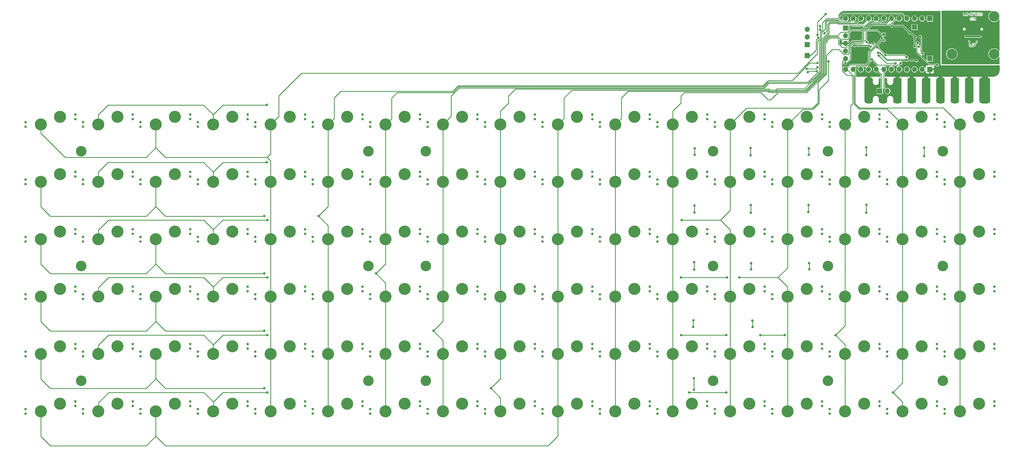
<source format=gtl>
G04 #@! TF.GenerationSoftware,KiCad,Pcbnew,(5.1.10)-1*
G04 #@! TF.CreationDate,2021-12-06T23:46:42-03:00*
G04 #@! TF.ProjectId,Poto-Rev2,506f746f-2d52-4657-9632-2e6b69636164,C3*
G04 #@! TF.SameCoordinates,Original*
G04 #@! TF.FileFunction,Copper,L1,Top*
G04 #@! TF.FilePolarity,Positive*
%FSLAX46Y46*%
G04 Gerber Fmt 4.6, Leading zero omitted, Abs format (unit mm)*
G04 Created by KiCad (PCBNEW (5.1.10)-1) date 2021-12-06 23:46:42*
%MOMM*%
%LPD*%
G01*
G04 APERTURE LIST*
G04 #@! TA.AperFunction,ComponentPad*
%ADD10C,3.500000*%
G04 #@! TD*
G04 #@! TA.AperFunction,ComponentPad*
%ADD11C,4.000000*%
G04 #@! TD*
G04 #@! TA.AperFunction,ComponentPad*
%ADD12C,0.800000*%
G04 #@! TD*
G04 #@! TA.AperFunction,ComponentPad*
%ADD13O,1.700000X1.700000*%
G04 #@! TD*
G04 #@! TA.AperFunction,ComponentPad*
%ADD14R,1.700000X1.700000*%
G04 #@! TD*
G04 #@! TA.AperFunction,ComponentPad*
%ADD15R,0.850000X0.850000*%
G04 #@! TD*
G04 #@! TA.AperFunction,ComponentPad*
%ADD16O,1.100000X2.200000*%
G04 #@! TD*
G04 #@! TA.AperFunction,ComponentPad*
%ADD17O,1.300000X1.900000*%
G04 #@! TD*
G04 #@! TA.AperFunction,SMDPad,CuDef*
%ADD18C,0.100000*%
G04 #@! TD*
G04 #@! TA.AperFunction,ViaPad*
%ADD19C,0.800000*%
G04 #@! TD*
G04 #@! TA.AperFunction,ViaPad*
%ADD20C,0.450000*%
G04 #@! TD*
G04 #@! TA.AperFunction,ViaPad*
%ADD21C,0.508000*%
G04 #@! TD*
G04 #@! TA.AperFunction,Conductor*
%ADD22C,0.381000*%
G04 #@! TD*
G04 #@! TA.AperFunction,Conductor*
%ADD23C,0.152400*%
G04 #@! TD*
G04 #@! TA.AperFunction,Conductor*
%ADD24C,0.508000*%
G04 #@! TD*
G04 #@! TA.AperFunction,Conductor*
%ADD25C,0.254000*%
G04 #@! TD*
G04 #@! TA.AperFunction,Conductor*
%ADD26C,0.100000*%
G04 #@! TD*
G04 APERTURE END LIST*
D10*
X60325000Y-132556250D03*
X60325000Y-170656250D03*
X60325000Y-208756250D03*
X155575000Y-132556250D03*
X155575000Y-170656250D03*
X155575000Y-208756250D03*
X174625000Y-208756250D03*
X174625000Y-170656250D03*
X174625000Y-132556250D03*
X269875000Y-132556250D03*
X269875000Y-170656250D03*
X269875000Y-208756250D03*
X307975000Y-132556250D03*
X307975000Y-170656250D03*
X307975000Y-208756250D03*
X346075000Y-208756250D03*
X346075000Y-170656250D03*
X346075000Y-132556250D03*
D11*
X300990000Y-159226250D03*
X294640000Y-161766250D03*
D12*
X289560000Y-161004250D03*
X306070000Y-158464250D03*
X289560000Y-162528250D03*
X306070000Y-159988250D03*
D11*
X339090000Y-159226250D03*
X332740000Y-161766250D03*
D12*
X327660000Y-161004250D03*
X344170000Y-158464250D03*
X327660000Y-162528250D03*
X344170000Y-159988250D03*
D11*
X262890000Y-159226250D03*
X256540000Y-161766250D03*
D12*
X251460000Y-161004250D03*
X267970000Y-158464250D03*
X251460000Y-162528250D03*
X267970000Y-159988250D03*
D11*
X167640000Y-159226250D03*
X161290000Y-161766250D03*
D12*
X156210000Y-161004250D03*
X172720000Y-158464250D03*
X156210000Y-162528250D03*
X172720000Y-159988250D03*
D11*
X358140000Y-121126250D03*
X351790000Y-123666250D03*
D12*
X346710000Y-122904250D03*
X363220000Y-120364250D03*
X346710000Y-124428250D03*
X363220000Y-121888250D03*
D13*
X327660000Y-112522000D03*
D14*
X325120000Y-112522000D03*
D13*
X301117000Y-92075000D03*
X301117000Y-94615000D03*
D14*
X301117000Y-97155000D03*
X301117000Y-100806250D03*
D11*
X110490000Y-159226250D03*
X104140000Y-161766250D03*
D12*
X99060000Y-161004250D03*
X115570000Y-158464250D03*
X99060000Y-162528250D03*
X115570000Y-159988250D03*
D11*
X110490000Y-121126250D03*
X104140000Y-123666250D03*
D12*
X99060000Y-122904250D03*
X115570000Y-120364250D03*
X99060000Y-124428250D03*
X115570000Y-121888250D03*
D11*
X91440000Y-121126250D03*
X85090000Y-123666250D03*
D12*
X80010000Y-122904250D03*
X96520000Y-120364250D03*
X80010000Y-124428250D03*
X96520000Y-121888250D03*
D11*
X72390000Y-140176250D03*
X66040000Y-142716250D03*
D12*
X60960000Y-141954250D03*
X77470000Y-139414250D03*
X60960000Y-143478250D03*
X77470000Y-140938250D03*
D11*
X72390000Y-197326250D03*
X66040000Y-199866250D03*
D12*
X60960000Y-199104250D03*
X77470000Y-196564250D03*
X60960000Y-200628250D03*
X77470000Y-198088250D03*
D11*
X53340000Y-197326250D03*
X46990000Y-199866250D03*
D12*
X41910000Y-199104250D03*
X58420000Y-196564250D03*
X41910000Y-200628250D03*
X58420000Y-198088250D03*
D11*
X91440000Y-178276250D03*
X85090000Y-180816250D03*
D12*
X80010000Y-180054250D03*
X96520000Y-177514250D03*
X80010000Y-181578250D03*
X96520000Y-179038250D03*
D11*
X53340000Y-121126250D03*
X46990000Y-123666250D03*
D12*
X41910000Y-122904250D03*
X58420000Y-120364250D03*
X41910000Y-124428250D03*
X58420000Y-121888250D03*
D11*
X72390000Y-159226250D03*
X66040000Y-161766250D03*
D12*
X60960000Y-161004250D03*
X77470000Y-158464250D03*
X60960000Y-162528250D03*
X77470000Y-159988250D03*
D11*
X167640000Y-216376250D03*
X161290000Y-218916250D03*
D12*
X156210000Y-218154250D03*
X172720000Y-215614250D03*
X156210000Y-219678250D03*
X172720000Y-217138250D03*
D11*
X205740000Y-140176250D03*
X199390000Y-142716250D03*
D12*
X194310000Y-141954250D03*
X210820000Y-139414250D03*
X194310000Y-143478250D03*
X210820000Y-140938250D03*
D11*
X186690000Y-216376250D03*
X180340000Y-218916250D03*
D12*
X175260000Y-218154250D03*
X191770000Y-215614250D03*
X175260000Y-219678250D03*
X191770000Y-217138250D03*
D11*
X205740000Y-197326250D03*
X199390000Y-199866250D03*
D12*
X194310000Y-199104250D03*
X210820000Y-196564250D03*
X194310000Y-200628250D03*
X210820000Y-198088250D03*
D11*
X186690000Y-197326250D03*
X180340000Y-199866250D03*
D12*
X175260000Y-199104250D03*
X191770000Y-196564250D03*
X175260000Y-200628250D03*
X191770000Y-198088250D03*
D11*
X72390000Y-216376250D03*
X66040000Y-218916250D03*
D12*
X60960000Y-218154250D03*
X77470000Y-215614250D03*
X60960000Y-219678250D03*
X77470000Y-217138250D03*
D11*
X91440000Y-197326250D03*
X85090000Y-199866250D03*
D12*
X80010000Y-199104250D03*
X96520000Y-196564250D03*
X80010000Y-200628250D03*
X96520000Y-198088250D03*
D11*
X186690000Y-121126250D03*
X180340000Y-123666250D03*
D12*
X175260000Y-122904250D03*
X191770000Y-120364250D03*
X175260000Y-124428250D03*
X191770000Y-121888250D03*
D11*
X186690000Y-178276250D03*
X180340000Y-180816250D03*
D12*
X175260000Y-180054250D03*
X191770000Y-177514250D03*
X175260000Y-181578250D03*
X191770000Y-179038250D03*
D11*
X167640000Y-121126250D03*
X161290000Y-123666250D03*
D12*
X156210000Y-122904250D03*
X172720000Y-120364250D03*
X156210000Y-124428250D03*
X172720000Y-121888250D03*
D11*
X167640000Y-140176250D03*
X161290000Y-142716250D03*
D12*
X156210000Y-141954250D03*
X172720000Y-139414250D03*
X156210000Y-143478250D03*
X172720000Y-140938250D03*
D11*
X186690000Y-159226250D03*
X180340000Y-161766250D03*
D12*
X175260000Y-161004250D03*
X191770000Y-158464250D03*
X175260000Y-162528250D03*
X191770000Y-159988250D03*
D11*
X167640000Y-197326250D03*
X161290000Y-199866250D03*
D12*
X156210000Y-199104250D03*
X172720000Y-196564250D03*
X156210000Y-200628250D03*
X172720000Y-198088250D03*
D11*
X205740000Y-178276250D03*
X199390000Y-180816250D03*
D12*
X194310000Y-180054250D03*
X210820000Y-177514250D03*
X194310000Y-181578250D03*
X210820000Y-179038250D03*
D11*
X167640000Y-178276250D03*
X161290000Y-180816250D03*
D12*
X156210000Y-180054250D03*
X172720000Y-177514250D03*
X156210000Y-181578250D03*
X172720000Y-179038250D03*
D11*
X205740000Y-216376250D03*
X199390000Y-218916250D03*
D12*
X194310000Y-218154250D03*
X210820000Y-215614250D03*
X194310000Y-219678250D03*
X210820000Y-217138250D03*
D14*
X336677000Y-91313000D03*
X313817000Y-91630500D03*
D13*
X313817000Y-94170500D03*
X313817000Y-96710500D03*
X313817000Y-99250500D03*
X313817000Y-101790500D03*
D15*
X326517000Y-93726000D03*
D10*
X349106000Y-100275250D03*
X363106000Y-87775250D03*
X349106000Y-87775250D03*
D16*
X360408000Y-92575250D03*
D17*
X360408000Y-88375250D03*
X351808000Y-88375250D03*
D16*
X351808000Y-92575250D03*
D10*
X363106000Y-100275250D03*
G04 #@! TA.AperFunction,SMDPad,CuDef*
D18*
G36*
X356102083Y-88316704D02*
G01*
X355749462Y-88316704D01*
X355710296Y-88316705D01*
X355673973Y-88316710D01*
X355640379Y-88316719D01*
X355609399Y-88316735D01*
X355580919Y-88316759D01*
X355554825Y-88316793D01*
X355531001Y-88316838D01*
X355509333Y-88316896D01*
X355489706Y-88316968D01*
X355472006Y-88317056D01*
X355456118Y-88317162D01*
X355441927Y-88317286D01*
X355429320Y-88317432D01*
X355418180Y-88317599D01*
X355408394Y-88317791D01*
X355399847Y-88318007D01*
X355392424Y-88318251D01*
X355386011Y-88318523D01*
X355380493Y-88318825D01*
X355375755Y-88319158D01*
X355371683Y-88319525D01*
X355368163Y-88319927D01*
X355365079Y-88320365D01*
X355362316Y-88320841D01*
X355359761Y-88321356D01*
X355357299Y-88321912D01*
X355356591Y-88322081D01*
X355342767Y-88326512D01*
X355330093Y-88332784D01*
X355319022Y-88340586D01*
X355310003Y-88349608D01*
X355304276Y-88358024D01*
X355303220Y-88359927D01*
X355302258Y-88361672D01*
X355301385Y-88363397D01*
X355300597Y-88365241D01*
X355299889Y-88367343D01*
X355299257Y-88369841D01*
X355298698Y-88372873D01*
X355298206Y-88376579D01*
X355297777Y-88381097D01*
X355297407Y-88386565D01*
X355297091Y-88393123D01*
X355296825Y-88400908D01*
X355296606Y-88410061D01*
X355296427Y-88420718D01*
X355296286Y-88433019D01*
X355296177Y-88447102D01*
X355296097Y-88463107D01*
X355296041Y-88481171D01*
X355296004Y-88501434D01*
X355295983Y-88524033D01*
X355295973Y-88549108D01*
X355295970Y-88576797D01*
X355295968Y-88607239D01*
X355295967Y-88622948D01*
X355295962Y-88654647D01*
X355295956Y-88683529D01*
X355295954Y-88709731D01*
X355295960Y-88733393D01*
X355295981Y-88754657D01*
X355296019Y-88773659D01*
X355296081Y-88790542D01*
X355296170Y-88805444D01*
X355296293Y-88818504D01*
X355296453Y-88829863D01*
X355296655Y-88839660D01*
X355296905Y-88848035D01*
X355297207Y-88855127D01*
X355297566Y-88861076D01*
X355297987Y-88866022D01*
X355298474Y-88870104D01*
X355299032Y-88873462D01*
X355299667Y-88876236D01*
X355300383Y-88878565D01*
X355301185Y-88880588D01*
X355302077Y-88882446D01*
X355303065Y-88884279D01*
X355304154Y-88886225D01*
X355305122Y-88887999D01*
X355312221Y-88898269D01*
X355321823Y-88907105D01*
X355333966Y-88914533D01*
X355348689Y-88920580D01*
X355356215Y-88922870D01*
X355370643Y-88926854D01*
X356102083Y-88927646D01*
X356102083Y-89056280D01*
X355734884Y-89056022D01*
X355702046Y-89055997D01*
X355669942Y-89055968D01*
X355638703Y-89055937D01*
X355608456Y-89055903D01*
X355579330Y-89055866D01*
X355551454Y-89055827D01*
X355524956Y-89055786D01*
X355499966Y-89055743D01*
X355476613Y-89055699D01*
X355455024Y-89055654D01*
X355435328Y-89055608D01*
X355417656Y-89055561D01*
X355402134Y-89055513D01*
X355388892Y-89055466D01*
X355378059Y-89055418D01*
X355369763Y-89055371D01*
X355364133Y-89055324D01*
X355361298Y-89055279D01*
X355361028Y-89055267D01*
X355329848Y-89051973D01*
X355300960Y-89046901D01*
X355274269Y-89040024D01*
X355249682Y-89031312D01*
X355227103Y-89020739D01*
X355207809Y-89009198D01*
X355198647Y-89002354D01*
X355188946Y-88993882D01*
X355179462Y-88984534D01*
X355170953Y-88975059D01*
X355164177Y-88966211D01*
X355163573Y-88965312D01*
X355152351Y-88945709D01*
X355143361Y-88924184D01*
X355136598Y-88900720D01*
X355135195Y-88894259D01*
X355134856Y-88892479D01*
X355134546Y-88890532D01*
X355134265Y-88888282D01*
X355134011Y-88885593D01*
X355133782Y-88882331D01*
X355133578Y-88878358D01*
X355133396Y-88873541D01*
X355133236Y-88867742D01*
X355133096Y-88860827D01*
X355132975Y-88852660D01*
X355132871Y-88843104D01*
X355132784Y-88832026D01*
X355132711Y-88819288D01*
X355132652Y-88804756D01*
X355132604Y-88788294D01*
X355132568Y-88769766D01*
X355132541Y-88749036D01*
X355132522Y-88725969D01*
X355132509Y-88700429D01*
X355132502Y-88672281D01*
X355132499Y-88641389D01*
X355132499Y-88363297D01*
X355135811Y-88348352D01*
X355141238Y-88327539D01*
X355147864Y-88309078D01*
X355155924Y-88292524D01*
X355165656Y-88277430D01*
X355177296Y-88263352D01*
X355185074Y-88255418D01*
X355200700Y-88241972D01*
X355218114Y-88230093D01*
X355237459Y-88219723D01*
X355258879Y-88210806D01*
X355282518Y-88203284D01*
X355308521Y-88197100D01*
X355337032Y-88192197D01*
X355347716Y-88190762D01*
X355350136Y-88190560D01*
X355354134Y-88190370D01*
X355359784Y-88190191D01*
X355367167Y-88190022D01*
X355376358Y-88189864D01*
X355387434Y-88189715D01*
X355400475Y-88189575D01*
X355415556Y-88189445D01*
X355432755Y-88189322D01*
X355452150Y-88189208D01*
X355473818Y-88189101D01*
X355497836Y-88189000D01*
X355524282Y-88188906D01*
X355553233Y-88188819D01*
X355584767Y-88188736D01*
X355618961Y-88188659D01*
X355655892Y-88188587D01*
X355695637Y-88188518D01*
X355731926Y-88188462D01*
X356102083Y-88187924D01*
X356102083Y-88316704D01*
G37*
G04 #@! TD.AperFunction*
G04 #@! TA.AperFunction,SMDPad,CuDef*
G36*
X356664814Y-88188247D02*
G01*
X356694889Y-88188281D01*
X356722232Y-88188338D01*
X356746817Y-88188415D01*
X356768617Y-88188514D01*
X356787607Y-88188634D01*
X356803759Y-88188775D01*
X356817048Y-88188937D01*
X356827447Y-88189120D01*
X356834929Y-88189323D01*
X356837960Y-88189453D01*
X356869240Y-88191860D01*
X356897999Y-88195661D01*
X356924342Y-88200890D01*
X356948374Y-88207581D01*
X356970202Y-88215771D01*
X356989931Y-88225493D01*
X357007667Y-88236782D01*
X357023515Y-88249672D01*
X357024639Y-88250713D01*
X357038142Y-88265274D01*
X357049412Y-88281674D01*
X357058475Y-88299966D01*
X357065360Y-88320205D01*
X357070093Y-88342447D01*
X357070231Y-88343329D01*
X357070943Y-88349775D01*
X357071524Y-88358650D01*
X357071972Y-88369466D01*
X357072290Y-88381731D01*
X357072476Y-88394958D01*
X357072531Y-88408657D01*
X357072456Y-88422338D01*
X357072252Y-88435512D01*
X357071917Y-88447689D01*
X357071453Y-88458382D01*
X357070861Y-88467099D01*
X357070139Y-88473352D01*
X357070136Y-88473371D01*
X357065575Y-88493515D01*
X357058735Y-88512203D01*
X357049759Y-88529257D01*
X357038787Y-88544500D01*
X357025960Y-88557756D01*
X357011421Y-88568847D01*
X356995310Y-88577598D01*
X356983107Y-88582257D01*
X356978370Y-88583918D01*
X356975190Y-88585316D01*
X356974162Y-88586184D01*
X356974233Y-88586253D01*
X356976261Y-88587084D01*
X356980150Y-88588453D01*
X356983658Y-88589611D01*
X357002014Y-88596956D01*
X357019868Y-88606905D01*
X357036658Y-88619109D01*
X357049513Y-88630829D01*
X357058795Y-88641022D01*
X357065945Y-88650900D01*
X357071513Y-88661394D01*
X357076048Y-88673434D01*
X357077481Y-88678143D01*
X357078886Y-88683308D01*
X357080092Y-88688558D01*
X357081111Y-88694146D01*
X357081956Y-88700325D01*
X357082638Y-88707347D01*
X357083170Y-88715467D01*
X357083565Y-88724936D01*
X357083834Y-88736007D01*
X357083990Y-88748934D01*
X357084045Y-88763968D01*
X357084011Y-88781364D01*
X357083901Y-88801374D01*
X357083845Y-88809265D01*
X357083699Y-88828296D01*
X357083550Y-88844652D01*
X357083370Y-88858618D01*
X357083134Y-88870475D01*
X357082815Y-88880507D01*
X357082388Y-88888999D01*
X357081827Y-88896233D01*
X357081106Y-88902493D01*
X357080198Y-88908063D01*
X357079078Y-88913225D01*
X357077720Y-88918263D01*
X357076098Y-88923461D01*
X357074185Y-88929102D01*
X357072385Y-88934250D01*
X357064271Y-88953075D01*
X357053675Y-88970376D01*
X357040579Y-88986170D01*
X357024964Y-89000473D01*
X357006810Y-89013304D01*
X356986101Y-89024678D01*
X356962816Y-89034614D01*
X356962210Y-89034841D01*
X356941456Y-89041547D01*
X356918460Y-89047009D01*
X356893071Y-89051256D01*
X356865137Y-89054318D01*
X356859483Y-89054772D01*
X356855444Y-89054961D01*
X356848507Y-89055139D01*
X356838732Y-89055305D01*
X356826179Y-89055459D01*
X356810908Y-89055600D01*
X356792979Y-89055729D01*
X356772453Y-89055846D01*
X356749390Y-89055949D01*
X356723849Y-89056038D01*
X356695891Y-89056115D01*
X356665575Y-89056177D01*
X356632963Y-89056224D01*
X356598114Y-89056258D01*
X356561089Y-89056276D01*
X356532945Y-89056280D01*
X356226301Y-89056280D01*
X356226686Y-88992307D01*
X356227072Y-88928333D01*
X356533996Y-88927594D01*
X356840920Y-88926854D01*
X356855520Y-88922826D01*
X356871116Y-88917751D01*
X356884059Y-88911805D01*
X356894565Y-88904843D01*
X356902850Y-88896718D01*
X356909130Y-88887287D01*
X356909618Y-88886342D01*
X356911733Y-88882047D01*
X356913505Y-88878064D01*
X356914966Y-88874086D01*
X356916151Y-88869804D01*
X356917093Y-88864910D01*
X356917826Y-88859097D01*
X356918384Y-88852056D01*
X356918801Y-88843480D01*
X356919110Y-88833061D01*
X356919345Y-88820491D01*
X356919540Y-88805461D01*
X356919656Y-88794756D01*
X356919807Y-88775673D01*
X356919838Y-88759065D01*
X356919751Y-88745025D01*
X356919546Y-88733647D01*
X356919226Y-88725023D01*
X356918791Y-88719247D01*
X356918709Y-88718580D01*
X356915993Y-88705874D01*
X356911362Y-88694945D01*
X356904633Y-88685599D01*
X356895622Y-88677639D01*
X356884147Y-88670872D01*
X356870024Y-88665101D01*
X356867897Y-88664385D01*
X356865084Y-88663442D01*
X356862531Y-88662576D01*
X356860109Y-88661783D01*
X356857687Y-88661060D01*
X356855137Y-88660404D01*
X356852328Y-88659811D01*
X356849130Y-88659277D01*
X356845414Y-88658799D01*
X356841050Y-88658375D01*
X356835909Y-88657999D01*
X356829859Y-88657669D01*
X356822773Y-88657381D01*
X356814519Y-88657132D01*
X356804968Y-88656918D01*
X356793991Y-88656735D01*
X356781457Y-88656582D01*
X356767238Y-88656453D01*
X356751202Y-88656345D01*
X356733220Y-88656255D01*
X356713163Y-88656180D01*
X356690901Y-88656115D01*
X356666304Y-88656058D01*
X356639242Y-88656005D01*
X356609586Y-88655952D01*
X356577205Y-88655897D01*
X356549141Y-88655848D01*
X356263280Y-88655337D01*
X356264050Y-88527483D01*
X356846836Y-88525933D01*
X356859049Y-88522661D01*
X356871885Y-88518564D01*
X356882177Y-88513730D01*
X356890300Y-88507902D01*
X356896629Y-88500820D01*
X356900661Y-88494065D01*
X356902618Y-88489968D01*
X356904214Y-88486046D01*
X356905483Y-88481956D01*
X356906455Y-88477354D01*
X356907164Y-88471898D01*
X356907642Y-88465244D01*
X356907921Y-88457048D01*
X356908035Y-88446967D01*
X356908015Y-88434658D01*
X356907893Y-88419777D01*
X356907873Y-88417739D01*
X356907698Y-88402677D01*
X356907478Y-88390243D01*
X356907165Y-88380110D01*
X356906713Y-88371946D01*
X356906074Y-88365424D01*
X356905201Y-88360212D01*
X356904047Y-88355983D01*
X356902566Y-88352406D01*
X356900710Y-88349153D01*
X356898432Y-88345893D01*
X356897417Y-88344546D01*
X356890986Y-88337354D01*
X356883535Y-88331557D01*
X356874579Y-88326899D01*
X356863632Y-88323126D01*
X356851050Y-88320149D01*
X356849398Y-88319844D01*
X356847527Y-88319563D01*
X356845312Y-88319305D01*
X356842630Y-88319068D01*
X356839358Y-88318852D01*
X356835372Y-88318655D01*
X356830549Y-88318476D01*
X356824765Y-88318313D01*
X356817898Y-88318167D01*
X356809822Y-88318034D01*
X356800416Y-88317915D01*
X356789556Y-88317808D01*
X356777117Y-88317712D01*
X356762977Y-88317625D01*
X356747012Y-88317547D01*
X356729099Y-88317477D01*
X356709114Y-88317412D01*
X356686934Y-88317352D01*
X356662436Y-88317296D01*
X356635495Y-88317242D01*
X356605989Y-88317190D01*
X356573794Y-88317138D01*
X356538786Y-88317084D01*
X356532131Y-88317075D01*
X356226301Y-88316623D01*
X356226686Y-88252690D01*
X356227072Y-88188757D01*
X356517725Y-88188323D01*
X356558463Y-88188272D01*
X356596575Y-88188242D01*
X356632034Y-88188233D01*
X356664814Y-88188247D01*
G37*
G04 #@! TD.AperFunction*
G04 #@! TA.AperFunction,SMDPad,CuDef*
G36*
X358582991Y-86648243D02*
G01*
X358626605Y-86648251D01*
X358668278Y-86648270D01*
X358707948Y-86648298D01*
X358745554Y-86648337D01*
X358781033Y-86648386D01*
X358814324Y-86648445D01*
X358845364Y-86648513D01*
X358874092Y-86648590D01*
X358900445Y-86648677D01*
X358924363Y-86648772D01*
X358945783Y-86648876D01*
X358964643Y-86648988D01*
X358980881Y-86649109D01*
X358994436Y-86649238D01*
X359005246Y-86649374D01*
X359013247Y-86649519D01*
X359018380Y-86649670D01*
X359019711Y-86649739D01*
X359052505Y-86652656D01*
X359082732Y-86656902D01*
X359110488Y-86662509D01*
X359135866Y-86669509D01*
X359158958Y-86677936D01*
X359179860Y-86687822D01*
X359198664Y-86699199D01*
X359215464Y-86712100D01*
X359225359Y-86721323D01*
X359236668Y-86733810D01*
X359246530Y-86747187D01*
X359255090Y-86761775D01*
X359262491Y-86777898D01*
X359268876Y-86795876D01*
X359274388Y-86816034D01*
X359279170Y-86838694D01*
X359280297Y-86844948D01*
X359280638Y-86847129D01*
X359280949Y-86849675D01*
X359281230Y-86852735D01*
X359281484Y-86856459D01*
X359281713Y-86860995D01*
X359281919Y-86866494D01*
X359282104Y-86873105D01*
X359282270Y-86880977D01*
X359282418Y-86890260D01*
X359282552Y-86901104D01*
X359282672Y-86913657D01*
X359282782Y-86928070D01*
X359282882Y-86944492D01*
X359282976Y-86963072D01*
X359283064Y-86983960D01*
X359283149Y-87007305D01*
X359283233Y-87033257D01*
X359283318Y-87061965D01*
X359283349Y-87072737D01*
X359283433Y-87105989D01*
X359283492Y-87136366D01*
X359283524Y-87163951D01*
X359283529Y-87188826D01*
X359283508Y-87211076D01*
X359283458Y-87230783D01*
X359283381Y-87248030D01*
X359283275Y-87262900D01*
X359283141Y-87275476D01*
X359282977Y-87285841D01*
X359282784Y-87294079D01*
X359282561Y-87300272D01*
X359282308Y-87304503D01*
X359282268Y-87304964D01*
X359278814Y-87332273D01*
X359273577Y-87357266D01*
X359266478Y-87380050D01*
X359257436Y-87400726D01*
X359246374Y-87419400D01*
X359233210Y-87436176D01*
X359217866Y-87451158D01*
X359200262Y-87464449D01*
X359180318Y-87476155D01*
X359157954Y-87486379D01*
X359138066Y-87493628D01*
X359118175Y-87499514D01*
X359097122Y-87504422D01*
X359074538Y-87508411D01*
X359050054Y-87511541D01*
X359023300Y-87513870D01*
X359004919Y-87514962D01*
X359000311Y-87515116D01*
X358992822Y-87515263D01*
X358982530Y-87515403D01*
X358969511Y-87515535D01*
X358953844Y-87515660D01*
X358935605Y-87515777D01*
X358914872Y-87515885D01*
X358891723Y-87515985D01*
X358866234Y-87516077D01*
X358838483Y-87516159D01*
X358808548Y-87516232D01*
X358776505Y-87516296D01*
X358742433Y-87516349D01*
X358706409Y-87516393D01*
X358668509Y-87516426D01*
X358628812Y-87516449D01*
X358587394Y-87516461D01*
X358571898Y-87516462D01*
X358168459Y-87516483D01*
X358168459Y-87387797D01*
X358332645Y-87387797D01*
X358654730Y-87387784D01*
X358693225Y-87387775D01*
X358729786Y-87387752D01*
X358764343Y-87387716D01*
X358796823Y-87387667D01*
X358827156Y-87387605D01*
X358855269Y-87387530D01*
X358881091Y-87387442D01*
X358904549Y-87387343D01*
X358925574Y-87387232D01*
X358944092Y-87387110D01*
X358960033Y-87386976D01*
X358973324Y-87386832D01*
X358983895Y-87386678D01*
X358991673Y-87386513D01*
X358996586Y-87386338D01*
X358997524Y-87386282D01*
X359018224Y-87384307D01*
X359036308Y-87381505D01*
X359052019Y-87377797D01*
X359065602Y-87373101D01*
X359077304Y-87367337D01*
X359087369Y-87360425D01*
X359093723Y-87354709D01*
X359101457Y-87345693D01*
X359107523Y-87335620D01*
X359112239Y-87323867D01*
X359115544Y-87311546D01*
X359118814Y-87296829D01*
X359118814Y-86870833D01*
X359115536Y-86856041D01*
X359110863Y-86839803D01*
X359104530Y-86825906D01*
X359096456Y-86814191D01*
X359091165Y-86808545D01*
X359083753Y-86801932D01*
X359076680Y-86796844D01*
X359068985Y-86792719D01*
X359059711Y-86788993D01*
X359055210Y-86787444D01*
X359052132Y-86786399D01*
X359049341Y-86785432D01*
X359046720Y-86784539D01*
X359044151Y-86783718D01*
X359041516Y-86782965D01*
X359038697Y-86782277D01*
X359035575Y-86781651D01*
X359032032Y-86781085D01*
X359027951Y-86780574D01*
X359023214Y-86780115D01*
X359017702Y-86779707D01*
X359011297Y-86779344D01*
X359003882Y-86779025D01*
X358995338Y-86778746D01*
X358985547Y-86778505D01*
X358974391Y-86778297D01*
X358961752Y-86778120D01*
X358947512Y-86777970D01*
X358931554Y-86777845D01*
X358913758Y-86777742D01*
X358894007Y-86777657D01*
X358872183Y-86777587D01*
X358848167Y-86777529D01*
X358821843Y-86777480D01*
X358793091Y-86777436D01*
X358761793Y-86777396D01*
X358727832Y-86777354D01*
X358691090Y-86777310D01*
X358671740Y-86777285D01*
X358332645Y-86776845D01*
X358332645Y-87387797D01*
X358168459Y-87387797D01*
X358168459Y-86648221D01*
X358582991Y-86648243D01*
G37*
G04 #@! TD.AperFunction*
G04 #@! TA.AperFunction,SMDPad,CuDef*
G36*
X358029419Y-86776907D02*
G01*
X357300197Y-86776907D01*
X357300197Y-86992863D01*
X357992440Y-86992863D01*
X357992440Y-87121549D01*
X357300181Y-87121549D01*
X357300558Y-87254303D01*
X357300936Y-87387057D01*
X357665177Y-87387430D01*
X358029419Y-87387802D01*
X358029419Y-87516483D01*
X357583701Y-87516483D01*
X357547573Y-87516480D01*
X357512211Y-87516470D01*
X357477730Y-87516454D01*
X357444242Y-87516433D01*
X357411864Y-87516406D01*
X357380708Y-87516374D01*
X357350891Y-87516337D01*
X357322525Y-87516295D01*
X357295726Y-87516248D01*
X357270608Y-87516197D01*
X357247286Y-87516143D01*
X357225873Y-87516084D01*
X357206484Y-87516022D01*
X357189234Y-87515957D01*
X357174236Y-87515888D01*
X357161607Y-87515817D01*
X357151459Y-87515743D01*
X357143907Y-87515667D01*
X357139066Y-87515590D01*
X357137050Y-87515510D01*
X357136997Y-87515497D01*
X357136916Y-87513955D01*
X357136836Y-87509571D01*
X357136759Y-87502461D01*
X357136684Y-87492741D01*
X357136612Y-87480527D01*
X357136542Y-87465935D01*
X357136476Y-87449081D01*
X357136412Y-87430081D01*
X357136353Y-87409052D01*
X357136297Y-87386109D01*
X357136245Y-87361368D01*
X357136198Y-87334946D01*
X357136156Y-87306959D01*
X357136118Y-87277522D01*
X357136086Y-87246752D01*
X357136059Y-87214765D01*
X357136037Y-87181676D01*
X357136022Y-87147603D01*
X357136013Y-87112661D01*
X357136011Y-87081366D01*
X357136011Y-86648221D01*
X358029419Y-86648221D01*
X358029419Y-86776907D01*
G37*
G04 #@! TD.AperFunction*
G04 #@! TA.AperFunction,SMDPad,CuDef*
G36*
X356970346Y-87516483D02*
G01*
X356806160Y-87516483D01*
X356806160Y-86648221D01*
X356970346Y-86648221D01*
X356970346Y-87516483D01*
G37*
G04 #@! TD.AperFunction*
G04 #@! TA.AperFunction,SMDPad,CuDef*
G36*
X356711494Y-86776907D02*
G01*
X355983751Y-86776907D01*
X355983751Y-87029842D01*
X356662682Y-87029842D01*
X356662682Y-87158528D01*
X355983763Y-87158528D01*
X355983387Y-87337136D01*
X355983012Y-87515743D01*
X355901288Y-87516126D01*
X355819565Y-87516508D01*
X355819565Y-86648221D01*
X356711494Y-86648221D01*
X356711494Y-86776907D01*
G37*
G04 #@! TD.AperFunction*
G04 #@! TA.AperFunction,SMDPad,CuDef*
G36*
X355652421Y-87516483D02*
G01*
X355571314Y-87516483D01*
X355556096Y-87516465D01*
X355541772Y-87516415D01*
X355528615Y-87516335D01*
X355516897Y-87516229D01*
X355506888Y-87516100D01*
X355498862Y-87515951D01*
X355493090Y-87515786D01*
X355489843Y-87515607D01*
X355489221Y-87515497D01*
X355489140Y-87513955D01*
X355489061Y-87509571D01*
X355488984Y-87502461D01*
X355488909Y-87492741D01*
X355488836Y-87480527D01*
X355488767Y-87465935D01*
X355488700Y-87449081D01*
X355488637Y-87430081D01*
X355488577Y-87409052D01*
X355488522Y-87386109D01*
X355488470Y-87361368D01*
X355488423Y-87334946D01*
X355488380Y-87306959D01*
X355488343Y-87277522D01*
X355488310Y-87246752D01*
X355488283Y-87214765D01*
X355488262Y-87181676D01*
X355488247Y-87147603D01*
X355488238Y-87112661D01*
X355488235Y-87081366D01*
X355488235Y-86648221D01*
X355652421Y-86648221D01*
X355652421Y-87516483D01*
G37*
G04 #@! TD.AperFunction*
G04 #@! TA.AperFunction,SMDPad,CuDef*
G36*
X355322570Y-87516483D02*
G01*
X355242882Y-87516483D01*
X354973953Y-87320262D01*
X354945516Y-87299513D01*
X354915905Y-87277908D01*
X354885358Y-87255619D01*
X354854113Y-87232822D01*
X354822407Y-87209688D01*
X354790480Y-87186392D01*
X354758567Y-87163107D01*
X354726909Y-87140008D01*
X354695742Y-87117267D01*
X354665304Y-87095058D01*
X354635834Y-87073555D01*
X354607569Y-87052931D01*
X354580747Y-87033360D01*
X354555606Y-87015016D01*
X354532385Y-86998072D01*
X354511750Y-86983015D01*
X354490443Y-86967473D01*
X354469784Y-86952410D01*
X354449899Y-86937918D01*
X354430913Y-86924090D01*
X354412954Y-86911017D01*
X354396149Y-86898791D01*
X354380622Y-86887504D01*
X354366502Y-86877248D01*
X354353914Y-86868114D01*
X354342985Y-86860195D01*
X354333842Y-86853583D01*
X354326610Y-86848369D01*
X354321417Y-86844645D01*
X354318388Y-86842503D01*
X354317611Y-86841989D01*
X354317531Y-86843447D01*
X354317452Y-86847731D01*
X354317376Y-86854712D01*
X354317303Y-86864257D01*
X354317233Y-86876236D01*
X354317166Y-86890518D01*
X354317102Y-86906971D01*
X354317043Y-86925464D01*
X354316988Y-86945866D01*
X354316938Y-86968046D01*
X354316893Y-86991874D01*
X354316854Y-87017216D01*
X354316820Y-87043944D01*
X354316792Y-87071925D01*
X354316770Y-87101027D01*
X354316756Y-87131121D01*
X354316748Y-87162075D01*
X354316747Y-87179236D01*
X354316747Y-87516483D01*
X354173269Y-87516483D01*
X354173269Y-86648221D01*
X354316007Y-86648303D01*
X354747180Y-86970009D01*
X355178353Y-87291714D01*
X355178726Y-86969967D01*
X355179099Y-86648221D01*
X355322570Y-86648221D01*
X355322570Y-87516483D01*
G37*
G04 #@! TD.AperFunction*
G04 #@! TA.AperFunction,SMDPad,CuDef*
G36*
X353097951Y-86982879D02*
G01*
X353097952Y-87020656D01*
X353097952Y-87055591D01*
X353097953Y-87087799D01*
X353097959Y-87117397D01*
X353097972Y-87144501D01*
X353097995Y-87169227D01*
X353098030Y-87191690D01*
X353098082Y-87212007D01*
X353098152Y-87230294D01*
X353098244Y-87246667D01*
X353098360Y-87261241D01*
X353098503Y-87274133D01*
X353098677Y-87285459D01*
X353098884Y-87295335D01*
X353099127Y-87303876D01*
X353099408Y-87311199D01*
X353099732Y-87317420D01*
X353100100Y-87322655D01*
X353100515Y-87327019D01*
X353100981Y-87330629D01*
X353101500Y-87333601D01*
X353102075Y-87336051D01*
X353102709Y-87338095D01*
X353103405Y-87339848D01*
X353104166Y-87341428D01*
X353104994Y-87342949D01*
X353105893Y-87344527D01*
X353106866Y-87346280D01*
X353106977Y-87346487D01*
X353114317Y-87357251D01*
X353123997Y-87366357D01*
X353136049Y-87373821D01*
X353150509Y-87379661D01*
X353167412Y-87383896D01*
X353183910Y-87386266D01*
X353187246Y-87386454D01*
X353193359Y-87386630D01*
X353202065Y-87386794D01*
X353213185Y-87386946D01*
X353226535Y-87387086D01*
X353241933Y-87387214D01*
X353259199Y-87387331D01*
X353278149Y-87387435D01*
X353298601Y-87387528D01*
X353320375Y-87387608D01*
X353343288Y-87387677D01*
X353367158Y-87387734D01*
X353391803Y-87387779D01*
X353417041Y-87387812D01*
X353442691Y-87387833D01*
X353468570Y-87387842D01*
X353494496Y-87387839D01*
X353520288Y-87387824D01*
X353545763Y-87387798D01*
X353570740Y-87387759D01*
X353595037Y-87387709D01*
X353618471Y-87387647D01*
X353640862Y-87387572D01*
X353662026Y-87387486D01*
X353681782Y-87387388D01*
X353699949Y-87387278D01*
X353716343Y-87387156D01*
X353730784Y-87387022D01*
X353743089Y-87386876D01*
X353753076Y-87386718D01*
X353760564Y-87386549D01*
X353765371Y-87386367D01*
X353766715Y-87386271D01*
X353785734Y-87383465D01*
X353802289Y-87379061D01*
X353816426Y-87373031D01*
X353828189Y-87365343D01*
X353837625Y-87355967D01*
X353844778Y-87344873D01*
X353849693Y-87332032D01*
X353850026Y-87330797D01*
X353850279Y-87329584D01*
X353850513Y-87327886D01*
X353850728Y-87325592D01*
X353850926Y-87322588D01*
X353851106Y-87318761D01*
X353851270Y-87313998D01*
X353851419Y-87308185D01*
X353851553Y-87301210D01*
X353851673Y-87292959D01*
X353851780Y-87283319D01*
X353851874Y-87272178D01*
X353851956Y-87259422D01*
X353852027Y-87244937D01*
X353852088Y-87228611D01*
X353852139Y-87210330D01*
X353852182Y-87189982D01*
X353852216Y-87167453D01*
X353852243Y-87142631D01*
X353852263Y-87115401D01*
X353852278Y-87085651D01*
X353852287Y-87053268D01*
X353852292Y-87018138D01*
X353852293Y-86985156D01*
X353852293Y-86648221D01*
X354018053Y-86648221D01*
X354017556Y-86993233D01*
X354017502Y-87031661D01*
X354017454Y-87067251D01*
X354017408Y-87100121D01*
X354017362Y-87130392D01*
X354017313Y-87158183D01*
X354017257Y-87183613D01*
X354017192Y-87206802D01*
X354017113Y-87227869D01*
X354017020Y-87246934D01*
X354016908Y-87264117D01*
X354016774Y-87279537D01*
X354016615Y-87293313D01*
X354016429Y-87305565D01*
X354016212Y-87316413D01*
X354015962Y-87325976D01*
X354015675Y-87334374D01*
X354015348Y-87341726D01*
X354014978Y-87348152D01*
X354014562Y-87353771D01*
X354014098Y-87358702D01*
X354013582Y-87363066D01*
X354013011Y-87366982D01*
X354012382Y-87370570D01*
X354011692Y-87373948D01*
X354010938Y-87377236D01*
X354010118Y-87380555D01*
X354009227Y-87384023D01*
X354008264Y-87387760D01*
X354007505Y-87390755D01*
X354000987Y-87411155D01*
X353992093Y-87429825D01*
X353980880Y-87446693D01*
X353967403Y-87461688D01*
X353951719Y-87474740D01*
X353933882Y-87485777D01*
X353932506Y-87486497D01*
X353918155Y-87493419D01*
X353903924Y-87499180D01*
X353889320Y-87503898D01*
X353873846Y-87507693D01*
X353857006Y-87510683D01*
X353838305Y-87512987D01*
X353817248Y-87514724D01*
X353813835Y-87514944D01*
X353809797Y-87515101D01*
X353802977Y-87515248D01*
X353793549Y-87515384D01*
X353781691Y-87515511D01*
X353767577Y-87515628D01*
X353751383Y-87515735D01*
X353733286Y-87515832D01*
X353713460Y-87515919D01*
X353692081Y-87515997D01*
X353669326Y-87516064D01*
X353645369Y-87516122D01*
X353620387Y-87516170D01*
X353594556Y-87516209D01*
X353568050Y-87516237D01*
X353541046Y-87516256D01*
X353513719Y-87516265D01*
X353486246Y-87516265D01*
X353458801Y-87516255D01*
X353431561Y-87516235D01*
X353404701Y-87516206D01*
X353378397Y-87516167D01*
X353352824Y-87516119D01*
X353328160Y-87516061D01*
X353304578Y-87515994D01*
X353282255Y-87515917D01*
X353261366Y-87515831D01*
X353242088Y-87515735D01*
X353224596Y-87515630D01*
X353209065Y-87515515D01*
X353195672Y-87515391D01*
X353184592Y-87515258D01*
X353176001Y-87515116D01*
X353170074Y-87514964D01*
X353167766Y-87514862D01*
X353138734Y-87512315D01*
X353111987Y-87508281D01*
X353087213Y-87502684D01*
X353064097Y-87495450D01*
X353042325Y-87486504D01*
X353035473Y-87483208D01*
X353018583Y-87474011D01*
X353004015Y-87464331D01*
X352991130Y-87453724D01*
X352985166Y-87447980D01*
X352971084Y-87431747D01*
X352959279Y-87413824D01*
X352949709Y-87394117D01*
X352942329Y-87372531D01*
X352937097Y-87348974D01*
X352935995Y-87341898D01*
X352935748Y-87339859D01*
X352935520Y-87337272D01*
X352935310Y-87334023D01*
X352935117Y-87329998D01*
X352934940Y-87325083D01*
X352934780Y-87319166D01*
X352934634Y-87312132D01*
X352934502Y-87303868D01*
X352934385Y-87294261D01*
X352934280Y-87283195D01*
X352934187Y-87270559D01*
X352934106Y-87256237D01*
X352934035Y-87240117D01*
X352933975Y-87222085D01*
X352933924Y-87202028D01*
X352933881Y-87179830D01*
X352933847Y-87155380D01*
X352933819Y-87128563D01*
X352933798Y-87099266D01*
X352933783Y-87067374D01*
X352933773Y-87032775D01*
X352933767Y-86995355D01*
X352933767Y-86987316D01*
X352933740Y-86648221D01*
X353097925Y-86648221D01*
X353097951Y-86982879D01*
G37*
G04 #@! TD.AperFunction*
D11*
X53340000Y-216376250D03*
X46990000Y-218916250D03*
D12*
X41910000Y-218154250D03*
X58420000Y-215614250D03*
X41910000Y-219678250D03*
X58420000Y-217138250D03*
D11*
X320040000Y-159226250D03*
X313690000Y-161766250D03*
D12*
X308610000Y-161004250D03*
X325120000Y-158464250D03*
X308610000Y-162528250D03*
X325120000Y-159988250D03*
D11*
X358140000Y-159226250D03*
X351790000Y-161766250D03*
D12*
X346710000Y-161004250D03*
X363220000Y-158464250D03*
X346710000Y-162528250D03*
X363220000Y-159988250D03*
D11*
X72390000Y-121126250D03*
X66040000Y-123666250D03*
D12*
X60960000Y-122904250D03*
X77470000Y-120364250D03*
X60960000Y-124428250D03*
X77470000Y-121888250D03*
D11*
X53340000Y-140176250D03*
X46990000Y-142716250D03*
D12*
X41910000Y-141954250D03*
X58420000Y-139414250D03*
X41910000Y-143478250D03*
X58420000Y-140938250D03*
D11*
X53340000Y-159226250D03*
X46990000Y-161766250D03*
D12*
X41910000Y-161004250D03*
X58420000Y-158464250D03*
X41910000Y-162528250D03*
X58420000Y-159988250D03*
D11*
X320040000Y-178276250D03*
X313690000Y-180816250D03*
D12*
X308610000Y-180054250D03*
X325120000Y-177514250D03*
X308610000Y-181578250D03*
X325120000Y-179038250D03*
D11*
X320040000Y-197326250D03*
X313690000Y-199866250D03*
D12*
X308610000Y-199104250D03*
X325120000Y-196564250D03*
X308610000Y-200628250D03*
X325120000Y-198088250D03*
D11*
X339090000Y-197326250D03*
X332740000Y-199866250D03*
D12*
X327660000Y-199104250D03*
X344170000Y-196564250D03*
X327660000Y-200628250D03*
X344170000Y-198088250D03*
D11*
X53340000Y-178276250D03*
X46990000Y-180816250D03*
D12*
X41910000Y-180054250D03*
X58420000Y-177514250D03*
X41910000Y-181578250D03*
X58420000Y-179038250D03*
D11*
X91440000Y-216376250D03*
X85090000Y-218916250D03*
D12*
X80010000Y-218154250D03*
X96520000Y-215614250D03*
X80010000Y-219678250D03*
X96520000Y-217138250D03*
D11*
X358140000Y-178276250D03*
X351790000Y-180816250D03*
D12*
X346710000Y-180054250D03*
X363220000Y-177514250D03*
X346710000Y-181578250D03*
X363220000Y-179038250D03*
D11*
X339090000Y-216376250D03*
X332740000Y-218916250D03*
D12*
X327660000Y-218154250D03*
X344170000Y-215614250D03*
X327660000Y-219678250D03*
X344170000Y-217138250D03*
D11*
X358140000Y-140176250D03*
X351790000Y-142716250D03*
D12*
X346710000Y-141954250D03*
X363220000Y-139414250D03*
X346710000Y-143478250D03*
X363220000Y-140938250D03*
D11*
X72390000Y-178276250D03*
X66040000Y-180816250D03*
D12*
X60960000Y-180054250D03*
X77470000Y-177514250D03*
X60960000Y-181578250D03*
X77470000Y-179038250D03*
D11*
X91440000Y-140176250D03*
X85090000Y-142716250D03*
D12*
X80010000Y-141954250D03*
X96520000Y-139414250D03*
X80010000Y-143478250D03*
X96520000Y-140938250D03*
D11*
X300990000Y-216376250D03*
X294640000Y-218916250D03*
D12*
X289560000Y-218154250D03*
X306070000Y-215614250D03*
X289560000Y-219678250D03*
X306070000Y-217138250D03*
D11*
X339090000Y-178276250D03*
X332740000Y-180816250D03*
D12*
X327660000Y-180054250D03*
X344170000Y-177514250D03*
X327660000Y-181578250D03*
X344170000Y-179038250D03*
D11*
X320040000Y-140176250D03*
X313690000Y-142716250D03*
D12*
X308610000Y-141954250D03*
X325120000Y-139414250D03*
X308610000Y-143478250D03*
X325120000Y-140938250D03*
D11*
X320040000Y-216376250D03*
X313690000Y-218916250D03*
D12*
X308610000Y-218154250D03*
X325120000Y-215614250D03*
X308610000Y-219678250D03*
X325120000Y-217138250D03*
D11*
X300990000Y-197326250D03*
X294640000Y-199866250D03*
D12*
X289560000Y-199104250D03*
X306070000Y-196564250D03*
X289560000Y-200628250D03*
X306070000Y-198088250D03*
D11*
X339090000Y-121126250D03*
X332740000Y-123666250D03*
D12*
X327660000Y-122904250D03*
X344170000Y-120364250D03*
X327660000Y-124428250D03*
X344170000Y-121888250D03*
D11*
X91440000Y-159226250D03*
X85090000Y-161766250D03*
D12*
X80010000Y-161004250D03*
X96520000Y-158464250D03*
X80010000Y-162528250D03*
X96520000Y-159988250D03*
D11*
X300990000Y-178276250D03*
X294640000Y-180816250D03*
D12*
X289560000Y-180054250D03*
X306070000Y-177514250D03*
X289560000Y-181578250D03*
X306070000Y-179038250D03*
D11*
X320040000Y-121126250D03*
X313690000Y-123666250D03*
D12*
X308610000Y-122904250D03*
X325120000Y-120364250D03*
X308610000Y-124428250D03*
X325120000Y-121888250D03*
D11*
X186690000Y-140176250D03*
X180340000Y-142716250D03*
D12*
X175260000Y-141954250D03*
X191770000Y-139414250D03*
X175260000Y-143478250D03*
X191770000Y-140938250D03*
D11*
X205740000Y-121126250D03*
X199390000Y-123666250D03*
D12*
X194310000Y-122904250D03*
X210820000Y-120364250D03*
X194310000Y-124428250D03*
X210820000Y-121888250D03*
D14*
X341757000Y-88455500D03*
D13*
X339217000Y-88455500D03*
X336677000Y-88455500D03*
X334137000Y-88455500D03*
X331597000Y-88455500D03*
X329057000Y-88455500D03*
X326517000Y-88455500D03*
X323977000Y-88455500D03*
X321437000Y-88455500D03*
X318897000Y-88455500D03*
X316357000Y-88455500D03*
X313817000Y-88455500D03*
D14*
X341757000Y-105346500D03*
D13*
X339217000Y-105346500D03*
X336677000Y-105346500D03*
X334137000Y-105346500D03*
X331597000Y-105346500D03*
X329057000Y-105346500D03*
X326517000Y-105346500D03*
X323977000Y-105346500D03*
X321437000Y-105346500D03*
X318897000Y-105346500D03*
X316357000Y-105346500D03*
X313817000Y-105346500D03*
D14*
X341757000Y-101727000D03*
D11*
X205740000Y-159226250D03*
X199390000Y-161766250D03*
D12*
X194310000Y-161004250D03*
X210820000Y-158464250D03*
X194310000Y-162528250D03*
X210820000Y-159988250D03*
D11*
X224790000Y-140176250D03*
X218440000Y-142716250D03*
D12*
X213360000Y-141954250D03*
X229870000Y-139414250D03*
X213360000Y-143478250D03*
X229870000Y-140938250D03*
D11*
X262890000Y-121126250D03*
X256540000Y-123666250D03*
D12*
X251460000Y-122904250D03*
X267970000Y-120364250D03*
X251460000Y-124428250D03*
X267970000Y-121888250D03*
D11*
X262890000Y-178276250D03*
X256540000Y-180816250D03*
D12*
X251460000Y-180054250D03*
X267970000Y-177514250D03*
X251460000Y-181578250D03*
X267970000Y-179038250D03*
D11*
X148590000Y-159226250D03*
X142240000Y-161766250D03*
D12*
X137160000Y-161004250D03*
X153670000Y-158464250D03*
X137160000Y-162528250D03*
X153670000Y-159988250D03*
D11*
X243840000Y-140176250D03*
X237490000Y-142716250D03*
D12*
X232410000Y-141954250D03*
X248920000Y-139414250D03*
X232410000Y-143478250D03*
X248920000Y-140938250D03*
D11*
X224790000Y-121126250D03*
X218440000Y-123666250D03*
D12*
X213360000Y-122904250D03*
X229870000Y-120364250D03*
X213360000Y-124428250D03*
X229870000Y-121888250D03*
D11*
X224790000Y-216376250D03*
X218440000Y-218916250D03*
D12*
X213360000Y-218154250D03*
X229870000Y-215614250D03*
X213360000Y-219678250D03*
X229870000Y-217138250D03*
D11*
X262890000Y-197326250D03*
X256540000Y-199866250D03*
D12*
X251460000Y-199104250D03*
X267970000Y-196564250D03*
X251460000Y-200628250D03*
X267970000Y-198088250D03*
D11*
X281940000Y-121126250D03*
X275590000Y-123666250D03*
D12*
X270510000Y-122904250D03*
X287020000Y-120364250D03*
X270510000Y-124428250D03*
X287020000Y-121888250D03*
D11*
X281940000Y-197326250D03*
X275590000Y-199866250D03*
D12*
X270510000Y-199104250D03*
X287020000Y-196564250D03*
X270510000Y-200628250D03*
X287020000Y-198088250D03*
D11*
X262890000Y-216376250D03*
X256540000Y-218916250D03*
D12*
X251460000Y-218154250D03*
X267970000Y-215614250D03*
X251460000Y-219678250D03*
X267970000Y-217138250D03*
D11*
X148590000Y-178276250D03*
X142240000Y-180816250D03*
D12*
X137160000Y-180054250D03*
X153670000Y-177514250D03*
X137160000Y-181578250D03*
X153670000Y-179038250D03*
D11*
X224790000Y-197326250D03*
X218440000Y-199866250D03*
D12*
X213360000Y-199104250D03*
X229870000Y-196564250D03*
X213360000Y-200628250D03*
X229870000Y-198088250D03*
D11*
X243840000Y-216376250D03*
X237490000Y-218916250D03*
D12*
X232410000Y-218154250D03*
X248920000Y-215614250D03*
X232410000Y-219678250D03*
X248920000Y-217138250D03*
D11*
X243840000Y-121126250D03*
X237490000Y-123666250D03*
D12*
X232410000Y-122904250D03*
X248920000Y-120364250D03*
X232410000Y-124428250D03*
X248920000Y-121888250D03*
D11*
X243840000Y-178276250D03*
X237490000Y-180816250D03*
D12*
X232410000Y-180054250D03*
X248920000Y-177514250D03*
X232410000Y-181578250D03*
X248920000Y-179038250D03*
D11*
X224790000Y-178276250D03*
X218440000Y-180816250D03*
D12*
X213360000Y-180054250D03*
X229870000Y-177514250D03*
X213360000Y-181578250D03*
X229870000Y-179038250D03*
D11*
X148590000Y-140176250D03*
X142240000Y-142716250D03*
D12*
X137160000Y-141954250D03*
X153670000Y-139414250D03*
X137160000Y-143478250D03*
X153670000Y-140938250D03*
D11*
X224790000Y-159226250D03*
X218440000Y-161766250D03*
D12*
X213360000Y-161004250D03*
X229870000Y-158464250D03*
X213360000Y-162528250D03*
X229870000Y-159988250D03*
D11*
X243840000Y-159226250D03*
X237490000Y-161766250D03*
D12*
X232410000Y-161004250D03*
X248920000Y-158464250D03*
X232410000Y-162528250D03*
X248920000Y-159988250D03*
D11*
X281940000Y-159226250D03*
X275590000Y-161766250D03*
D12*
X270510000Y-161004250D03*
X287020000Y-158464250D03*
X270510000Y-162528250D03*
X287020000Y-159988250D03*
D11*
X300990000Y-121126250D03*
X294640000Y-123666250D03*
D12*
X289560000Y-122904250D03*
X306070000Y-120364250D03*
X289560000Y-124428250D03*
X306070000Y-121888250D03*
D11*
X281940000Y-140176250D03*
X275590000Y-142716250D03*
D12*
X270510000Y-141954250D03*
X287020000Y-139414250D03*
X270510000Y-143478250D03*
X287020000Y-140938250D03*
D11*
X129540000Y-197326250D03*
X123190000Y-199866250D03*
D12*
X118110000Y-199104250D03*
X134620000Y-196564250D03*
X118110000Y-200628250D03*
X134620000Y-198088250D03*
D11*
X300990000Y-140176250D03*
X294640000Y-142716250D03*
D12*
X289560000Y-141954250D03*
X306070000Y-139414250D03*
X289560000Y-143478250D03*
X306070000Y-140938250D03*
D11*
X281940000Y-178276250D03*
X275590000Y-180816250D03*
D12*
X270510000Y-180054250D03*
X287020000Y-177514250D03*
X270510000Y-181578250D03*
X287020000Y-179038250D03*
D11*
X243840000Y-197326250D03*
X237490000Y-199866250D03*
D12*
X232410000Y-199104250D03*
X248920000Y-196564250D03*
X232410000Y-200628250D03*
X248920000Y-198088250D03*
D11*
X129540000Y-140176250D03*
X123190000Y-142716250D03*
D12*
X118110000Y-141954250D03*
X134620000Y-139414250D03*
X118110000Y-143478250D03*
X134620000Y-140938250D03*
D11*
X110490000Y-178276250D03*
X104140000Y-180816250D03*
D12*
X99060000Y-180054250D03*
X115570000Y-177514250D03*
X99060000Y-181578250D03*
X115570000Y-179038250D03*
D11*
X262890000Y-140176250D03*
X256540000Y-142716250D03*
D12*
X251460000Y-141954250D03*
X267970000Y-139414250D03*
X251460000Y-143478250D03*
X267970000Y-140938250D03*
D11*
X281940000Y-216376250D03*
X275590000Y-218916250D03*
D12*
X270510000Y-218154250D03*
X287020000Y-215614250D03*
X270510000Y-219678250D03*
X287020000Y-217138250D03*
D11*
X148590000Y-216376250D03*
X142240000Y-218916250D03*
D12*
X137160000Y-218154250D03*
X153670000Y-215614250D03*
X137160000Y-219678250D03*
X153670000Y-217138250D03*
D11*
X148590000Y-121126250D03*
X142240000Y-123666250D03*
D12*
X137160000Y-122904250D03*
X153670000Y-120364250D03*
X137160000Y-124428250D03*
X153670000Y-121888250D03*
D11*
X129540000Y-178276250D03*
X123190000Y-180816250D03*
D12*
X118110000Y-180054250D03*
X134620000Y-177514250D03*
X118110000Y-181578250D03*
X134620000Y-179038250D03*
D11*
X110490000Y-197326250D03*
X104140000Y-199866250D03*
D12*
X99060000Y-199104250D03*
X115570000Y-196564250D03*
X99060000Y-200628250D03*
X115570000Y-198088250D03*
D11*
X110490000Y-216376250D03*
X104140000Y-218916250D03*
D12*
X99060000Y-218154250D03*
X115570000Y-215614250D03*
X99060000Y-219678250D03*
X115570000Y-217138250D03*
D11*
X129540000Y-121126250D03*
X123190000Y-123666250D03*
D12*
X118110000Y-122904250D03*
X134620000Y-120364250D03*
X118110000Y-124428250D03*
X134620000Y-121888250D03*
D11*
X148590000Y-197326250D03*
X142240000Y-199866250D03*
D12*
X137160000Y-199104250D03*
X153670000Y-196564250D03*
X137160000Y-200628250D03*
X153670000Y-198088250D03*
D11*
X129540000Y-159226250D03*
X123190000Y-161766250D03*
D12*
X118110000Y-161004250D03*
X134620000Y-158464250D03*
X118110000Y-162528250D03*
X134620000Y-159988250D03*
D11*
X110490000Y-140176250D03*
X104140000Y-142716250D03*
D12*
X99060000Y-141954250D03*
X115570000Y-139414250D03*
X99060000Y-143478250D03*
X115570000Y-140938250D03*
D11*
X129540000Y-216376250D03*
X123190000Y-218916250D03*
D12*
X118110000Y-218154250D03*
X134620000Y-215614250D03*
X118110000Y-219678250D03*
X134620000Y-217138250D03*
D11*
X358140000Y-197326250D03*
X351790000Y-199866250D03*
D12*
X346710000Y-199104250D03*
X363220000Y-196564250D03*
X346710000Y-200628250D03*
X363220000Y-198088250D03*
D11*
X358140000Y-216376250D03*
X351790000Y-218916250D03*
D12*
X346710000Y-218154250D03*
X363220000Y-215614250D03*
X346710000Y-219678250D03*
X363220000Y-217138250D03*
D11*
X339090000Y-140176250D03*
X332740000Y-142716250D03*
D12*
X327660000Y-141954250D03*
X344170000Y-139414250D03*
X327660000Y-143478250D03*
X344170000Y-140938250D03*
D19*
X333883000Y-95694500D03*
X329755500Y-94869000D03*
X330581000Y-97345500D03*
X331406500Y-94869000D03*
X333883000Y-96520000D03*
X329755500Y-96520000D03*
X329755500Y-97345500D03*
X331406500Y-97345500D03*
X332232000Y-95694500D03*
X330581000Y-96520000D03*
X330581000Y-95694500D03*
X331406500Y-95694500D03*
X333057500Y-95694500D03*
X333057500Y-96520000D03*
X333057500Y-94869000D03*
X332232000Y-96520000D03*
X331406500Y-96520000D03*
X329755500Y-95694500D03*
X333883000Y-94869000D03*
X330581000Y-94869000D03*
X332232000Y-94869000D03*
X333883000Y-97345500D03*
X333883000Y-98171000D03*
X331406500Y-98996500D03*
X329755500Y-98171000D03*
X333883000Y-98996500D03*
X333057500Y-97345500D03*
X333057500Y-98996500D03*
X331406500Y-98171000D03*
X329755500Y-98996500D03*
X330581000Y-98996500D03*
X332232000Y-97345500D03*
X332232000Y-98171000D03*
X333057500Y-98171000D03*
X332232000Y-98996500D03*
X330581000Y-98171000D03*
X327025000Y-92075000D03*
X318236633Y-100510287D03*
X322453000Y-93853000D03*
X317627000Y-93853000D03*
X323056250Y-91281250D03*
X318897000Y-91567000D03*
X315600411Y-91493011D03*
D20*
X356108000Y-95258650D03*
X357378000Y-96122250D03*
D21*
X355608000Y-97248250D03*
D20*
X354838000Y-96122250D03*
D21*
X356606000Y-97250250D03*
X358558000Y-94471250D03*
X353658000Y-94471250D03*
D19*
X336861277Y-94622007D03*
X335089500Y-93154500D03*
X324583447Y-99824154D03*
X322116361Y-97866313D03*
X333943749Y-102260321D03*
X338175331Y-97827266D03*
X337357940Y-102428395D03*
X336816520Y-97711289D03*
X329184000Y-90932000D03*
X316738998Y-97404546D03*
X330443662Y-103295847D03*
X324813494Y-100748365D03*
X332094070Y-103295847D03*
X322599021Y-102088069D03*
X306812854Y-93393426D03*
X304819010Y-94835904D03*
X304311030Y-105918000D03*
X301279941Y-106312449D03*
X304565030Y-104690508D03*
X300970990Y-105156751D03*
X327088500Y-100584000D03*
X324459041Y-98109731D03*
X334089979Y-101319202D03*
X339344000Y-100076000D03*
X338582000Y-94488000D03*
X339915500Y-134112000D03*
X339915500Y-131381500D03*
X320738500Y-152908000D03*
X320675000Y-133794500D03*
X320802000Y-150304500D03*
X320738500Y-131254500D03*
X301625000Y-133731000D03*
X301561500Y-150368000D03*
X301688500Y-131572000D03*
X301498000Y-152717500D03*
X301752000Y-169672000D03*
X301815500Y-171767500D03*
X282511500Y-169735500D03*
X282321000Y-133858000D03*
X282448000Y-150368000D03*
X282511500Y-171767500D03*
X282448000Y-152908000D03*
X282956000Y-188722000D03*
X282384500Y-131445000D03*
X283019500Y-190881000D03*
X263525000Y-207899000D03*
X263334500Y-190881000D03*
X263398000Y-188658500D03*
X263509792Y-211728010D03*
X263652000Y-171831000D03*
X263652000Y-169354500D03*
X263715500Y-152844500D03*
X263715500Y-150558500D03*
X263842500Y-133731000D03*
X263842500Y-131572000D03*
X121031000Y-154051000D03*
X139065000Y-154051000D03*
X304565030Y-103227514D03*
X313764670Y-103207478D03*
X121031000Y-173101000D03*
X158115000Y-173101000D03*
X323023973Y-96843512D03*
X320891571Y-96283063D03*
X121031000Y-192151000D03*
X177165000Y-192151000D03*
X121031000Y-211201000D03*
X196215000Y-211201000D03*
X121920000Y-117157500D03*
X121920000Y-136207500D03*
X122047000Y-155384500D03*
X259524500Y-155384500D03*
X122047000Y-174434500D03*
X259207000Y-174434500D03*
X274574000Y-174434500D03*
X278638000Y-174434500D03*
X308159108Y-102723990D03*
X122047000Y-193611500D03*
X259334000Y-193611500D03*
X293687500Y-193611500D03*
X310515000Y-193611500D03*
X274320000Y-193611500D03*
X285559500Y-193611500D03*
X122110500Y-212598000D03*
X325901053Y-94941168D03*
X261937500Y-212598000D03*
X274320000Y-212598000D03*
X329565000Y-212598000D03*
X326518471Y-95632648D03*
X307213000Y-86995000D03*
X304539209Y-93946409D03*
X337693000Y-96583500D03*
X344170000Y-103822500D03*
X305395219Y-90926196D03*
X305348218Y-92234208D03*
D22*
X315986783Y-95493217D02*
X317627000Y-93853000D01*
X315895570Y-95493217D02*
X315986783Y-95493217D01*
X314678287Y-96710500D02*
X315895570Y-95493217D01*
X313817000Y-96710500D02*
X314678287Y-96710500D01*
X315674400Y-91567000D02*
X315600411Y-91493011D01*
X318897000Y-91567000D02*
X315674400Y-91567000D01*
D23*
X357378000Y-96122250D02*
X357378000Y-96503250D01*
X356099000Y-96757250D02*
X355608000Y-97248250D01*
X357378000Y-96503250D02*
X357124000Y-96757250D01*
X357124000Y-96757250D02*
X356099000Y-96757250D01*
X354838000Y-96122250D02*
X354838000Y-97519250D01*
X355092000Y-97773250D02*
X356083000Y-97773250D01*
X354838000Y-97519250D02*
X355092000Y-97773250D01*
X356083000Y-97773250D02*
X356606000Y-97250250D01*
D24*
X358558000Y-94471250D02*
X353658000Y-94471250D01*
D22*
X335393770Y-93154500D02*
X336861277Y-94622007D01*
X335089500Y-93154500D02*
X335393770Y-93154500D01*
X325149132Y-99824154D02*
X327585299Y-102260321D01*
X327585299Y-102260321D02*
X333943749Y-102260321D01*
X324583447Y-99824154D02*
X325149132Y-99824154D01*
X336861277Y-97666532D02*
X336816520Y-97711289D01*
X337189866Y-102260321D02*
X337357940Y-102428395D01*
X336861277Y-94622007D02*
X336861277Y-97666532D01*
X333943749Y-102260321D02*
X337189866Y-102260321D01*
X332867000Y-90932000D02*
X329184000Y-90932000D01*
X335089500Y-93154500D02*
X332867000Y-90932000D01*
X329184000Y-90932000D02*
X329057000Y-90932000D01*
X329057000Y-90932000D02*
X328993500Y-90868500D01*
X321654594Y-97404546D02*
X316738998Y-97404546D01*
X322116361Y-97866313D02*
X321654594Y-97404546D01*
D25*
X327360976Y-103295847D02*
X324813494Y-100748365D01*
X330443662Y-103295847D02*
X327360976Y-103295847D01*
X332094070Y-103295847D02*
X331440068Y-103949849D01*
X331440068Y-103949849D02*
X324460801Y-103949849D01*
X324460801Y-103949849D02*
X322599021Y-102088069D01*
X301117000Y-100806250D02*
X301656750Y-100806250D01*
X311457157Y-89280978D02*
X307913362Y-89280978D01*
X307496245Y-92710035D02*
X306812854Y-93393426D01*
X311735679Y-89559500D02*
X311457157Y-89280978D01*
X316357000Y-88455500D02*
X315253000Y-89559500D01*
X315253000Y-89559500D02*
X311735679Y-89559500D01*
X307913362Y-89280978D02*
X307496245Y-89698095D01*
X307496245Y-89698095D02*
X307496245Y-92710035D01*
X304101297Y-98925953D02*
X304101297Y-95553617D01*
X302221000Y-100806250D02*
X304101297Y-98925953D01*
X304101297Y-95553617D02*
X304819010Y-94835904D01*
X301117000Y-100806250D02*
X302221000Y-100806250D01*
X301674390Y-105918000D02*
X301279941Y-106312449D01*
X304311030Y-105918000D02*
X301674390Y-105918000D01*
X304565030Y-104690508D02*
X304098787Y-105156751D01*
X304098787Y-105156751D02*
X300970990Y-105156751D01*
X326517000Y-111379000D02*
X327660000Y-112522000D01*
X326517000Y-105346500D02*
X326517000Y-111379000D01*
X325741510Y-107111010D02*
X323977000Y-105346500D01*
X325741510Y-111900490D02*
X325741510Y-107111010D01*
X325120000Y-112522000D02*
X325741510Y-111900490D01*
X324614231Y-98109731D02*
X324459041Y-98109731D01*
X327088500Y-100584000D02*
X324614231Y-98109731D01*
X333354777Y-100584000D02*
X334089979Y-101319202D01*
X327088500Y-100584000D02*
X333354777Y-100584000D01*
X338854732Y-94760732D02*
X338582000Y-94488000D01*
X338854732Y-99586732D02*
X338854732Y-94760732D01*
X339344000Y-100076000D02*
X338854732Y-99586732D01*
X339915500Y-134112000D02*
X339915500Y-131381500D01*
X320675000Y-131318000D02*
X320738500Y-131254500D01*
X320675000Y-133794500D02*
X320675000Y-131318000D01*
X320738500Y-150368000D02*
X320802000Y-150304500D01*
X320738500Y-152908000D02*
X320738500Y-150368000D01*
X301625000Y-131635500D02*
X301688500Y-131572000D01*
X301498000Y-150431500D02*
X301561500Y-150368000D01*
X301498000Y-152717500D02*
X301498000Y-150431500D01*
X301625000Y-133731000D02*
X301625000Y-131635500D01*
X301815500Y-169735500D02*
X301752000Y-169672000D01*
X301815500Y-171767500D02*
X301815500Y-169735500D01*
X282321000Y-133858000D02*
X282321000Y-131508500D01*
X282511500Y-171767500D02*
X282511500Y-169735500D01*
X283019500Y-188785500D02*
X282956000Y-188722000D01*
X282448000Y-152908000D02*
X282448000Y-150368000D01*
X282321000Y-131508500D02*
X282384500Y-131445000D01*
X283019500Y-190881000D02*
X283019500Y-188785500D01*
X263334500Y-190881000D02*
X263334500Y-188722000D01*
X263334500Y-188722000D02*
X263398000Y-188658500D01*
X263525000Y-211712802D02*
X263509792Y-211728010D01*
X263525000Y-207899000D02*
X263525000Y-211712802D01*
X263652000Y-171831000D02*
X263652000Y-169354500D01*
X263715500Y-152844500D02*
X263715500Y-150558500D01*
X263842500Y-133731000D02*
X263842500Y-131572000D01*
X85090000Y-131381500D02*
X81915000Y-134556500D01*
X85090000Y-123666250D02*
X85090000Y-131381500D01*
X123190000Y-135763000D02*
X121983500Y-134556500D01*
X123190000Y-218916250D02*
X123190000Y-135763000D01*
X123190000Y-133350000D02*
X121983500Y-134556500D01*
X123190000Y-123666250D02*
X123190000Y-133350000D01*
X88265000Y-134556500D02*
X85090000Y-131381500D01*
X121983500Y-134556500D02*
X88265000Y-134556500D01*
X125902240Y-114174075D02*
X133409805Y-106666510D01*
X125902240Y-120954010D02*
X125902240Y-114174075D01*
X133409805Y-106666510D02*
X287514510Y-106666510D01*
X123190000Y-123666250D02*
X125902240Y-120954010D01*
X287514510Y-106666510D02*
X286906490Y-106666510D01*
X306256587Y-89860093D02*
X306256587Y-92250749D01*
X298009633Y-106666510D02*
X287514510Y-106666510D01*
X299935977Y-104740166D02*
X298009633Y-106666510D01*
X299935977Y-104685010D02*
X299935977Y-104740166D01*
X304546000Y-100074987D02*
X299935977Y-104685010D01*
X304546000Y-96058132D02*
X304546000Y-100074987D01*
X305473011Y-95131121D02*
X304546000Y-96058132D01*
X305473011Y-93034325D02*
X305473011Y-95131121D01*
X306256587Y-92250749D02*
X305473011Y-93034325D01*
X307597724Y-88518956D02*
X306256587Y-89860093D01*
X311215384Y-88518956D02*
X307597724Y-88518956D01*
X312866330Y-86868010D02*
X311215384Y-88518956D01*
X332549510Y-86868010D02*
X312866330Y-86868010D01*
X334137000Y-88455500D02*
X332549510Y-86868010D01*
X67242749Y-134560251D02*
X67246500Y-134556500D01*
X55055574Y-134560251D02*
X67242749Y-134560251D01*
X46990000Y-126494677D02*
X55055574Y-134560251D01*
X46990000Y-123666250D02*
X46990000Y-126494677D01*
X67246500Y-134556500D02*
X65468500Y-134556500D01*
X81915000Y-134556500D02*
X67246500Y-134556500D01*
X320760284Y-92392490D02*
X320611490Y-92541284D01*
X324336216Y-92392490D02*
X320760284Y-92392490D01*
X325669726Y-93726000D02*
X324336216Y-92392490D01*
X326517000Y-93726000D02*
X325669726Y-93726000D01*
X320611490Y-92541284D02*
X320589714Y-92541284D01*
X85090000Y-150939500D02*
X81915000Y-154114500D01*
X85090000Y-142716250D02*
X85090000Y-150939500D01*
X120967500Y-154114500D02*
X121031000Y-154051000D01*
X142240000Y-123666250D02*
X142240000Y-150876000D01*
X142240000Y-150876000D02*
X139065000Y-154051000D01*
X142240000Y-157226000D02*
X139065000Y-154051000D01*
X142240000Y-218916250D02*
X142240000Y-157226000D01*
X88265000Y-154114500D02*
X85090000Y-150939500D01*
X120967500Y-154114500D02*
X88265000Y-154114500D01*
X46990000Y-151003000D02*
X46990000Y-142716250D01*
X50101500Y-154114500D02*
X46990000Y-151003000D01*
X81915000Y-154114500D02*
X50101500Y-154114500D01*
X300316988Y-104842829D02*
X301932303Y-103227514D01*
X288208240Y-109047760D02*
X296167213Y-109047760D01*
X300316988Y-104897985D02*
X300316988Y-104842829D01*
X144239999Y-121666251D02*
X144239999Y-114880236D01*
X142240000Y-123666250D02*
X144239999Y-121666251D01*
X144239999Y-114880236D02*
X146471235Y-112649000D01*
X286512010Y-110743990D02*
X288208240Y-109047760D01*
X183515000Y-112649000D02*
X185420010Y-110743990D01*
X301932303Y-103227514D02*
X304565030Y-103227514D01*
X296167213Y-109047760D02*
X300316988Y-104897985D01*
X146471235Y-112649000D02*
X183515000Y-112649000D01*
X185420010Y-110743990D02*
X286512010Y-110743990D01*
X317113966Y-96774000D02*
X317065111Y-96725145D01*
X314330355Y-103207478D02*
X313764670Y-103207478D01*
X320202354Y-95793362D02*
X319221716Y-96774000D01*
X319221716Y-96774000D02*
X317113966Y-96774000D01*
X315595001Y-97535997D02*
X315595001Y-97621273D01*
X315340990Y-97875284D02*
X315340990Y-102196843D01*
X317065111Y-96725145D02*
X316405853Y-96725145D01*
X316405853Y-96725145D02*
X315595001Y-97535997D01*
X320611490Y-92541284D02*
X320611490Y-95638234D01*
X320611490Y-95638234D02*
X320456362Y-95793362D01*
X315595001Y-97621273D02*
X315340990Y-97875284D01*
X315340990Y-102196843D02*
X314330355Y-103207478D01*
X320456362Y-95793362D02*
X320202354Y-95793362D01*
X85090000Y-169989500D02*
X81915000Y-173164500D01*
X85090000Y-161766250D02*
X85090000Y-169989500D01*
X88265000Y-173164500D02*
X85090000Y-169989500D01*
X120967500Y-173164500D02*
X88265000Y-173164500D01*
X81915000Y-173164500D02*
X50101500Y-173164500D01*
X50101500Y-173164500D02*
X46990000Y-170053000D01*
X46990000Y-170053000D02*
X46990000Y-161766250D01*
X161290000Y-169926000D02*
X158115000Y-173101000D01*
X161290000Y-123666250D02*
X161290000Y-169926000D01*
X161290000Y-176276000D02*
X158115000Y-173101000D01*
X161290000Y-218916250D02*
X161290000Y-176276000D01*
X321452020Y-96843512D02*
X320891571Y-96283063D01*
X323023973Y-96843512D02*
X321452020Y-96843512D01*
X281686000Y-111125000D02*
X283591000Y-111125000D01*
X165146304Y-113030011D02*
X183672819Y-113030011D01*
X161290000Y-123666250D02*
X163289999Y-121666251D01*
X163289999Y-121666251D02*
X163289999Y-114886316D01*
X163289999Y-114886316D02*
X165146304Y-113030011D01*
X183672819Y-113030011D02*
X185577830Y-111125000D01*
X185577830Y-111125000D02*
X281686000Y-111125000D01*
X305854022Y-95307644D02*
X305219032Y-95942634D01*
X307055511Y-89599999D02*
X307055511Y-91990655D01*
X286669829Y-111125001D02*
X281686000Y-111125000D01*
X301370989Y-109601011D02*
X288193819Y-109601011D01*
X304399998Y-106572002D02*
X301370989Y-109601011D01*
X304624952Y-106572002D02*
X304399998Y-106572002D01*
X305219032Y-105977922D02*
X304624952Y-106572002D01*
X305219032Y-95942634D02*
X305219032Y-105977922D01*
X305854022Y-93192144D02*
X305854022Y-95307644D01*
X307055511Y-91990655D02*
X305854022Y-93192144D01*
X307755543Y-88899967D02*
X307055511Y-89599999D01*
X288193819Y-109601011D02*
X286669829Y-111125001D01*
X313372533Y-88899967D02*
X313817000Y-88455500D01*
X307755543Y-88899967D02*
X313372533Y-88899967D01*
X85090000Y-189039500D02*
X81915000Y-192214500D01*
X85090000Y-180816250D02*
X85090000Y-189039500D01*
X88265000Y-192214500D02*
X85090000Y-189039500D01*
X120967500Y-192214500D02*
X88265000Y-192214500D01*
X81915000Y-192214500D02*
X50101500Y-192214500D01*
X50101500Y-192214500D02*
X46990000Y-189103000D01*
X46990000Y-189103000D02*
X46990000Y-180816250D01*
X180340000Y-195326000D02*
X177165000Y-192151000D01*
X180340000Y-199866250D02*
X180340000Y-195326000D01*
X180340000Y-188976000D02*
X177165000Y-192151000D01*
X180340000Y-180816250D02*
X180340000Y-188976000D01*
X180340000Y-123666250D02*
X180340000Y-180816250D01*
X180340000Y-199866250D02*
X180340000Y-218916250D01*
X302783415Y-108727415D02*
X302671796Y-108839034D01*
X183830640Y-113411020D02*
X185735649Y-111506011D01*
X301528808Y-109982022D02*
X302783415Y-108727415D01*
X288351638Y-109982022D02*
X301528808Y-109982022D01*
X286827649Y-111506011D02*
X288351638Y-109982022D01*
X185735649Y-111506011D02*
X286827649Y-111506011D01*
X183815295Y-113411020D02*
X183830640Y-113411020D01*
X183052240Y-114174075D02*
X183815295Y-113411020D01*
X183052240Y-120954010D02*
X183052240Y-114174075D01*
X180340000Y-123666250D02*
X183052240Y-120954010D01*
X307901734Y-93531761D02*
X306235033Y-95198462D01*
X303008369Y-108727415D02*
X302783415Y-108727415D01*
X307901734Y-90385751D02*
X307901734Y-93531761D01*
X308625497Y-89661988D02*
X307901734Y-90385751D01*
X305600043Y-106135741D02*
X303008369Y-108727415D01*
X306235033Y-95465463D02*
X305600043Y-96100453D01*
X306235033Y-95198462D02*
X306235033Y-95465463D01*
X311299337Y-89661988D02*
X308625497Y-89661988D01*
X311577860Y-89940511D02*
X311299337Y-89661988D01*
X317411989Y-89940511D02*
X311577860Y-89940511D01*
X305600043Y-96100453D02*
X305600043Y-106135741D01*
X318897000Y-88455500D02*
X317411989Y-89940511D01*
X85090000Y-208089500D02*
X81915000Y-211264500D01*
X85090000Y-199866250D02*
X85090000Y-208089500D01*
X88265000Y-211264500D02*
X85090000Y-208089500D01*
X120967500Y-211264500D02*
X88265000Y-211264500D01*
X81915000Y-211264500D02*
X50101500Y-211264500D01*
X50101500Y-211264500D02*
X46990000Y-208153000D01*
X46990000Y-208153000D02*
X46990000Y-199866250D01*
X199390000Y-214376000D02*
X196215000Y-211201000D01*
X199390000Y-218916250D02*
X199390000Y-214376000D01*
X319570978Y-90321522D02*
X311413957Y-90321522D01*
X311141518Y-90042999D02*
X310769000Y-90043000D01*
X311413957Y-90321522D02*
X311135435Y-90043000D01*
X311135435Y-90043000D02*
X310769000Y-90043000D01*
X321437000Y-88455500D02*
X319570978Y-90321522D01*
X199390000Y-208026000D02*
X196215000Y-211201000D01*
X199390000Y-123666250D02*
X199390000Y-208026000D01*
X202102240Y-116549241D02*
X202102240Y-114174075D01*
X199390000Y-119261481D02*
X202102240Y-116549241D01*
X199390000Y-123666250D02*
X199390000Y-119261481D01*
X202102240Y-114174075D02*
X204389293Y-111887022D01*
X302026721Y-110022939D02*
X302608330Y-109441330D01*
X291072226Y-111759969D02*
X300289691Y-111759969D01*
X300289691Y-111759969D02*
X302608330Y-109441330D01*
X288799075Y-112222760D02*
X290609435Y-112222760D01*
X283937468Y-111887022D02*
X288463337Y-111887022D01*
X290609435Y-112222760D02*
X291072226Y-111759969D01*
X288463337Y-111887022D02*
X288799075Y-112222760D01*
X308783316Y-90042999D02*
X310769000Y-90043000D01*
X308356000Y-90470315D02*
X308783316Y-90042999D01*
X308356000Y-93616325D02*
X308356000Y-90470315D01*
X306616044Y-95356281D02*
X308356000Y-93616325D01*
X306616044Y-95623282D02*
X306616044Y-95356281D01*
X305981054Y-96258272D02*
X306616044Y-95623282D01*
X305981054Y-106293560D02*
X305981054Y-96258272D01*
X302833284Y-109441330D02*
X305981054Y-106293560D01*
X302608330Y-109441330D02*
X302833284Y-109441330D01*
X204389293Y-111887022D02*
X283937468Y-111887022D01*
X207263978Y-111887022D02*
X283937468Y-111887022D01*
X85090000Y-227139500D02*
X81915000Y-230314500D01*
X85090000Y-218916250D02*
X85090000Y-227139500D01*
X88265000Y-230314500D02*
X85090000Y-227139500D01*
X81915000Y-230314500D02*
X50101500Y-230314500D01*
X50101500Y-230314500D02*
X46990000Y-227203000D01*
X46990000Y-227203000D02*
X46990000Y-218916250D01*
X218440000Y-123666250D02*
X218440000Y-218916250D01*
X218440000Y-227076000D02*
X215201500Y-230314500D01*
X218440000Y-218916250D02*
X218440000Y-227076000D01*
X120967500Y-230314500D02*
X215201500Y-230314500D01*
X120967500Y-230314500D02*
X88265000Y-230314500D01*
X90741500Y-230314500D02*
X120967500Y-230314500D01*
X306997055Y-95514100D02*
X306997055Y-95781101D01*
X306997055Y-95781101D02*
X306362065Y-96416091D01*
X312389170Y-92964000D02*
X311169202Y-94183968D01*
X315764899Y-90765515D02*
X315112671Y-90765515D01*
X314921001Y-90957185D02*
X314921001Y-92612943D01*
X323977000Y-88455500D02*
X323024522Y-89407978D01*
X322010362Y-89407978D02*
X320549894Y-90868446D01*
X220439999Y-121666251D02*
X218440000Y-123666250D01*
X290767254Y-112603771D02*
X288641256Y-112603771D01*
X323024522Y-89407978D02*
X322010362Y-89407978D01*
X320549894Y-90868446D02*
X315867830Y-90868446D01*
X315867830Y-90868446D02*
X315764899Y-90765515D01*
X315112671Y-90765515D02*
X314921001Y-90957185D01*
X314921001Y-92612943D02*
X314569944Y-92964000D01*
X314569944Y-92964000D02*
X312389170Y-92964000D01*
X311169202Y-94183968D02*
X308327187Y-94183968D01*
X308327187Y-94183968D02*
X306997055Y-95514100D01*
X306362065Y-96416091D02*
X306362065Y-106451379D01*
X306362065Y-106451379D02*
X300545411Y-112268033D01*
X300545411Y-112268033D02*
X291102992Y-112268033D01*
X291102992Y-112268033D02*
X290767254Y-112603771D01*
X288641256Y-112603771D02*
X288305518Y-112268033D01*
X288305518Y-112268033D02*
X223058282Y-112268033D01*
X223058282Y-112268033D02*
X220439999Y-114886316D01*
X220439999Y-114886316D02*
X220439999Y-121666251D01*
X104140000Y-120396000D02*
X100965000Y-117221000D01*
X69215000Y-117221000D02*
X66040000Y-120396000D01*
X100965000Y-117221000D02*
X69215000Y-117221000D01*
X121856500Y-117221000D02*
X107315000Y-117221000D01*
X66040000Y-120396000D02*
X66040000Y-123666250D01*
X104140000Y-123666250D02*
X104140000Y-120396000D01*
X107315000Y-117221000D02*
X104140000Y-120396000D01*
X237490000Y-123666250D02*
X237490000Y-218916250D01*
X104140000Y-123666250D02*
X104870250Y-123666250D01*
X239489999Y-114886316D02*
X241727271Y-112649044D01*
X241727271Y-112649044D02*
X245744956Y-112649044D01*
X239489999Y-121666251D02*
X239489999Y-114886316D01*
X237490000Y-123666250D02*
X239489999Y-121666251D01*
X245744956Y-112649044D02*
X245044616Y-112649044D01*
X312223981Y-95355216D02*
X311433744Y-94564979D01*
X314507730Y-95355216D02*
X312223981Y-95355216D01*
X315743784Y-92328990D02*
X314921001Y-93151773D01*
X320707713Y-91249457D02*
X320265053Y-91249457D01*
X326517000Y-88455500D02*
X325183511Y-89788989D01*
X319185520Y-92328990D02*
X315743784Y-92328990D01*
X300703230Y-112649044D02*
X291260811Y-112649044D01*
X325183511Y-89788989D02*
X322168181Y-89788989D01*
X314921001Y-94941944D02*
X314507730Y-95355216D01*
X314921001Y-93151773D02*
X314921001Y-94941944D01*
X320265053Y-91249457D02*
X319185520Y-92328990D01*
X288144962Y-112649044D02*
X245744956Y-112649044D01*
X322168181Y-89788989D02*
X320707713Y-91249457D01*
X311433744Y-94564979D02*
X308485006Y-94564979D01*
X308485006Y-94564979D02*
X307378066Y-95671919D01*
X307378066Y-95671919D02*
X307378066Y-95938920D01*
X307378066Y-95938920D02*
X306743076Y-96573910D01*
X306743076Y-96573910D02*
X306743076Y-106609198D01*
X306743076Y-106609198D02*
X300703230Y-112649044D01*
X291260811Y-112649044D02*
X290920772Y-112989083D01*
X290920772Y-112989083D02*
X288485001Y-112989083D01*
X288485001Y-112989083D02*
X288144962Y-112649044D01*
X256540000Y-123666250D02*
X256540000Y-218916250D01*
X104140000Y-139446000D02*
X100965000Y-136271000D01*
X104140000Y-142716250D02*
X104140000Y-139446000D01*
X121856500Y-136271000D02*
X121920000Y-136207500D01*
X66040000Y-139446000D02*
X66040000Y-142716250D01*
X69215000Y-136271000D02*
X66040000Y-139446000D01*
X100965000Y-136271000D02*
X69215000Y-136271000D01*
X107315000Y-136271000D02*
X104140000Y-139446000D01*
X121856500Y-136271000D02*
X107315000Y-136271000D01*
X259252240Y-116549241D02*
X259252240Y-114174075D01*
X256540000Y-119261481D02*
X259252240Y-116549241D01*
X256540000Y-123666250D02*
X256540000Y-119261481D01*
X259252240Y-114174075D02*
X260396260Y-113030055D01*
X260396260Y-113030055D02*
X260603945Y-113030055D01*
X260603945Y-113030055D02*
X264159945Y-113030055D01*
X289050925Y-115397760D02*
X288071445Y-115397760D01*
X291418630Y-113030055D02*
X289050925Y-115397760D01*
X300861049Y-113030055D02*
X291418630Y-113030055D01*
X307124087Y-106767017D02*
X300861049Y-113030055D01*
X308642825Y-94945990D02*
X307759077Y-95829738D01*
X311454010Y-95124075D02*
X311275925Y-94945990D01*
X307124087Y-96731729D02*
X307124087Y-106767017D01*
X312751099Y-98121099D02*
X311454010Y-96824010D01*
X285703740Y-113030055D02*
X260603945Y-113030055D01*
X314832982Y-97305634D02*
X314017517Y-98121099D01*
X314832982Y-97220358D02*
X314832982Y-97305634D01*
X316090213Y-95963126D02*
X314832982Y-97220358D01*
X316090217Y-95963125D02*
X316090213Y-95963126D01*
X314017517Y-98121099D02*
X312751099Y-98121099D01*
X320381136Y-91693978D02*
X320359362Y-91693978D01*
X307759077Y-95829738D02*
X307759077Y-96096739D01*
X322326000Y-90170000D02*
X320865532Y-91630468D01*
X320444646Y-91630468D02*
X320381136Y-91693978D01*
X288071445Y-115397760D02*
X285703740Y-113030055D01*
X311454010Y-96824010D02*
X311454010Y-95124075D01*
X316090217Y-95963123D02*
X316090217Y-95963125D01*
X320359362Y-91693978D02*
X319468521Y-92584819D01*
X320865532Y-91630468D02*
X320444646Y-91630468D01*
X307759077Y-96096739D02*
X307124087Y-96731729D01*
X319468521Y-92584819D02*
X319468521Y-95449535D01*
X311275925Y-94945990D02*
X308642825Y-94945990D01*
X327342500Y-90170000D02*
X322326000Y-90170000D01*
X329057000Y-88455500D02*
X327342500Y-90170000D01*
X319468521Y-95449535D02*
X318954933Y-95963123D01*
X318954933Y-95963123D02*
X316090217Y-95963123D01*
X66040000Y-161766250D02*
X66040000Y-158750000D01*
X66040000Y-158750000D02*
X69405500Y-155384500D01*
X69405500Y-155384500D02*
X100965000Y-155384500D01*
X104140000Y-158559500D02*
X100965000Y-155384500D01*
X104140000Y-161766250D02*
X104140000Y-158559500D01*
X107315000Y-155384500D02*
X104140000Y-158559500D01*
X107315000Y-155384500D02*
X122047000Y-155384500D01*
X259524500Y-155384500D02*
X272351500Y-155384500D01*
X275590000Y-158623000D02*
X272351500Y-155384500D01*
X275590000Y-161766250D02*
X275590000Y-158623000D01*
X275590000Y-152146000D02*
X272351500Y-155384500D01*
X275590000Y-123666250D02*
X275590000Y-152146000D01*
X275590000Y-218916250D02*
X275590000Y-199866250D01*
X275590000Y-199866250D02*
X275590000Y-180816250D01*
X275590000Y-180816250D02*
X275590000Y-161766250D01*
X312885993Y-99991007D02*
X312471098Y-99576113D01*
X302880435Y-118237000D02*
X304673000Y-116444435D01*
X304673000Y-116444435D02*
X304673000Y-115697000D01*
X281019250Y-118237000D02*
X302880435Y-118237000D01*
X275590000Y-123666250D02*
X281019250Y-118237000D01*
X304673000Y-115887500D02*
X304673000Y-115697000D01*
X304673000Y-115697000D02*
X304673000Y-109756934D01*
X304673000Y-109756934D02*
X307505098Y-106924836D01*
X309448990Y-98729010D02*
X311623996Y-98729010D01*
X307505098Y-100672902D02*
X309448990Y-98729010D01*
X311623996Y-98729010D02*
X312885993Y-99991007D01*
X307505098Y-106924836D02*
X307505098Y-100672902D01*
X314959979Y-100076021D02*
X314656099Y-100379901D01*
X319849532Y-92742638D02*
X319849532Y-95607354D01*
X319112752Y-96344134D02*
X316248036Y-96344134D01*
X320517181Y-92074989D02*
X319849532Y-92742638D01*
X321023351Y-92011479D02*
X320602465Y-92011479D01*
X320602465Y-92011479D02*
X320538955Y-92074989D01*
X322483819Y-90551011D02*
X321023351Y-92011479D01*
X328595411Y-90551011D02*
X322483819Y-90551011D01*
X315213990Y-97378178D02*
X315213990Y-97463454D01*
X330690922Y-88455500D02*
X328595411Y-90551011D01*
X319849532Y-95607354D02*
X319112752Y-96344134D01*
X316248036Y-96344134D02*
X315213990Y-97378178D01*
X331597000Y-88455500D02*
X330690922Y-88455500D01*
X314959979Y-97717465D02*
X314959979Y-100076021D01*
X320538955Y-92074989D02*
X320517181Y-92074989D01*
X315213990Y-97463454D02*
X314959979Y-97717465D01*
X314656099Y-100379901D02*
X313274887Y-100379901D01*
X313274887Y-100379901D02*
X312885993Y-99991007D01*
X107315000Y-174434500D02*
X122047000Y-174434500D01*
X107315000Y-174434500D02*
X104140000Y-177609500D01*
X104140000Y-177609500D02*
X100965000Y-174434500D01*
X69405500Y-174434500D02*
X100965000Y-174434500D01*
X66040000Y-180816250D02*
X66040000Y-177800000D01*
X104140000Y-180816250D02*
X104140000Y-177609500D01*
X66040000Y-177800000D02*
X69405500Y-174434500D01*
X294640000Y-171259500D02*
X291465000Y-174434500D01*
X294640000Y-123666250D02*
X294640000Y-171259500D01*
X294640000Y-177609500D02*
X291465000Y-174434500D01*
X294640000Y-218916250D02*
X294640000Y-177609500D01*
X259207000Y-174434500D02*
X263525000Y-174434500D01*
X263525000Y-174434500D02*
X274574000Y-174434500D01*
X263525000Y-174434500D02*
X263652000Y-174434500D01*
X278638000Y-174434500D02*
X291465000Y-174434500D01*
X303038254Y-118618011D02*
X305054011Y-116602254D01*
X305054011Y-116602254D02*
X305054011Y-112137309D01*
X294640000Y-123666250D02*
X299688239Y-118618011D01*
X299688239Y-118618011D02*
X303038254Y-118618011D01*
X308159108Y-109032212D02*
X308159108Y-102723990D01*
X305054011Y-112137309D02*
X308159108Y-109032212D01*
X107315000Y-193611500D02*
X122047000Y-193611500D01*
X107315000Y-193611500D02*
X104140000Y-196786500D01*
X104140000Y-196786500D02*
X100965000Y-193611500D01*
X69405500Y-193611500D02*
X100965000Y-193611500D01*
X66040000Y-199993250D02*
X66040000Y-196977000D01*
X104140000Y-199993250D02*
X104140000Y-196786500D01*
X66040000Y-196977000D02*
X69405500Y-193611500D01*
X313690000Y-190436500D02*
X310515000Y-193611500D01*
X313690000Y-123666250D02*
X313690000Y-190436500D01*
X313690000Y-196786500D02*
X310515000Y-193611500D01*
X313690000Y-218916250D02*
X313690000Y-196786500D01*
X259334000Y-193611500D02*
X274320000Y-193611500D01*
X285559500Y-193611500D02*
X293687500Y-193611500D01*
X315531501Y-121824749D02*
X313690000Y-123666250D01*
X312712999Y-105876421D02*
X314151578Y-107315000D01*
X313817000Y-101790500D02*
X312712999Y-102894501D01*
X312712999Y-102894501D02*
X312712999Y-105876421D01*
X315531501Y-117492184D02*
X316230000Y-116793685D01*
X315531501Y-121824749D02*
X315531501Y-117492184D01*
X316216510Y-116780195D02*
X316230000Y-116793685D01*
X315707435Y-107315000D02*
X314151578Y-107315000D01*
X316216510Y-107824075D02*
X315707435Y-107315000D01*
X316216510Y-116780195D02*
X316216510Y-107824075D01*
X107378500Y-212598000D02*
X122110500Y-212598000D01*
X107378500Y-212598000D02*
X104203500Y-215773000D01*
X104203500Y-215773000D02*
X101028500Y-212598000D01*
X69469000Y-212598000D02*
X101028500Y-212598000D01*
X66103500Y-218979750D02*
X66103500Y-215963500D01*
X104203500Y-218979750D02*
X104203500Y-215773000D01*
X66103500Y-215963500D02*
X69469000Y-212598000D01*
X315302012Y-103861488D02*
X320445512Y-103861488D01*
X313817000Y-105346500D02*
X315302012Y-103861488D01*
X321564001Y-99482604D02*
X321945000Y-99101606D01*
X321564001Y-102742999D02*
X321564001Y-99482604D01*
X320445512Y-103861488D02*
X321564001Y-102742999D01*
X325901053Y-95190286D02*
X325901053Y-94941168D01*
X321945000Y-99101606D02*
X321989733Y-99101606D01*
X321989733Y-99101606D02*
X325901053Y-95190286D01*
X261937500Y-212598000D02*
X274320000Y-212598000D01*
X332676500Y-215709500D02*
X329565000Y-212598000D01*
X332740000Y-215709500D02*
X332676500Y-215709500D01*
X332740000Y-215709500D02*
X332740000Y-218916250D01*
X332740000Y-209423000D02*
X329565000Y-212598000D01*
X332740000Y-123666250D02*
X332740000Y-209423000D01*
X318292830Y-118491000D02*
X316611011Y-116809181D01*
X327564750Y-118491000D02*
X318292830Y-118491000D01*
X332740000Y-123666250D02*
X327564750Y-118491000D01*
X316611011Y-107679746D02*
X314277765Y-105346500D01*
X314277765Y-105346500D02*
X313817000Y-105346500D01*
X316611011Y-116809181D02*
X316611011Y-107679746D01*
X351790000Y-180816250D02*
X351790000Y-199866250D01*
X351790000Y-199866250D02*
X351790000Y-218916250D01*
X351790000Y-161766250D02*
X351790000Y-180816250D01*
X351790000Y-123666250D02*
X351790000Y-142716250D01*
X351790000Y-142716250D02*
X351790000Y-161766250D01*
X325997521Y-95632648D02*
X321945011Y-99685158D01*
X321945011Y-99685158D02*
X321945011Y-102900819D01*
X320603331Y-104242499D02*
X317461001Y-104242499D01*
X317461001Y-104242499D02*
X316357000Y-105346500D01*
X326518471Y-95632648D02*
X325997521Y-95632648D01*
X321945011Y-102900819D02*
X320603331Y-104242499D01*
X318450649Y-118109989D02*
X316992022Y-116651362D01*
X346233739Y-118109989D02*
X318450649Y-118109989D01*
X351790000Y-123666250D02*
X346233739Y-118109989D01*
X316992022Y-105981522D02*
X316357000Y-105346500D01*
X316992022Y-116651362D02*
X316992022Y-105981522D01*
X304539209Y-89668791D02*
X304539209Y-93946409D01*
X307213000Y-86995000D02*
X304539209Y-89668791D01*
X337495921Y-96780579D02*
X337495921Y-99623123D01*
X341695298Y-103822500D02*
X344170000Y-103822500D01*
X337693000Y-96583500D02*
X337495921Y-96780579D01*
X337495921Y-99623123D02*
X341695298Y-103822500D01*
X305348218Y-92234208D02*
X305348218Y-90973197D01*
X305348218Y-90973197D02*
X305395219Y-90926196D01*
D23*
X362168781Y-86021837D02*
X361844716Y-86238371D01*
X361569121Y-86513966D01*
X361352587Y-86838031D01*
X361203436Y-87198114D01*
X361127400Y-87580375D01*
X361127400Y-87970125D01*
X361203436Y-88352386D01*
X361352587Y-88712469D01*
X361569121Y-89036534D01*
X361844716Y-89312129D01*
X362168781Y-89528663D01*
X362528864Y-89677814D01*
X362911125Y-89753850D01*
X363300875Y-89753850D01*
X363683136Y-89677814D01*
X364043219Y-89528663D01*
X364367284Y-89312129D01*
X364642879Y-89036534D01*
X364846401Y-88731943D01*
X364846400Y-99318556D01*
X364642879Y-99013966D01*
X364367284Y-98738371D01*
X364043219Y-98521837D01*
X363683136Y-98372686D01*
X363300875Y-98296650D01*
X362911125Y-98296650D01*
X362528864Y-98372686D01*
X362168781Y-98521837D01*
X361844716Y-98738371D01*
X361569121Y-99013966D01*
X361352587Y-99338031D01*
X361203436Y-99698114D01*
X361127400Y-100080375D01*
X361127400Y-100470125D01*
X361203436Y-100852386D01*
X361352587Y-101212469D01*
X361569121Y-101536534D01*
X361844716Y-101812129D01*
X362168781Y-102028663D01*
X362528864Y-102177814D01*
X362911125Y-102253850D01*
X363300875Y-102253850D01*
X363683136Y-102177814D01*
X364043219Y-102028663D01*
X364367284Y-101812129D01*
X364642879Y-101536534D01*
X364846400Y-101231944D01*
X364846400Y-103554050D01*
X345772200Y-103554050D01*
X345772200Y-100080375D01*
X347127400Y-100080375D01*
X347127400Y-100470125D01*
X347203436Y-100852386D01*
X347352587Y-101212469D01*
X347569121Y-101536534D01*
X347844716Y-101812129D01*
X348168781Y-102028663D01*
X348528864Y-102177814D01*
X348911125Y-102253850D01*
X349300875Y-102253850D01*
X349683136Y-102177814D01*
X350043219Y-102028663D01*
X350367284Y-101812129D01*
X350642879Y-101536534D01*
X350859413Y-101212469D01*
X351008564Y-100852386D01*
X351084600Y-100470125D01*
X351084600Y-100080375D01*
X351008564Y-99698114D01*
X350859413Y-99338031D01*
X350642879Y-99013966D01*
X350367284Y-98738371D01*
X350043219Y-98521837D01*
X349683136Y-98372686D01*
X349300875Y-98296650D01*
X348911125Y-98296650D01*
X348528864Y-98372686D01*
X348168781Y-98521837D01*
X347844716Y-98738371D01*
X347569121Y-99013966D01*
X347352587Y-99338031D01*
X347203436Y-99698114D01*
X347127400Y-100080375D01*
X345772200Y-100080375D01*
X345772200Y-96077574D01*
X354384400Y-96077574D01*
X354384400Y-96166926D01*
X354401831Y-96254560D01*
X354436025Y-96337110D01*
X354485666Y-96411403D01*
X354533200Y-96458937D01*
X354533201Y-97504282D01*
X354531727Y-97519250D01*
X354537611Y-97579001D01*
X354555040Y-97636455D01*
X354555041Y-97636456D01*
X354583343Y-97689407D01*
X354621433Y-97735818D01*
X354633056Y-97745357D01*
X354865892Y-97978194D01*
X354875432Y-97989818D01*
X354921843Y-98027908D01*
X354974794Y-98056210D01*
X355018876Y-98069582D01*
X355032248Y-98073639D01*
X355037889Y-98074195D01*
X355077034Y-98078050D01*
X355077041Y-98078050D01*
X355091999Y-98079523D01*
X355106957Y-98078050D01*
X356068042Y-98078050D01*
X356083000Y-98079523D01*
X356097958Y-98078050D01*
X356097966Y-98078050D01*
X356142751Y-98073639D01*
X356200206Y-98056210D01*
X356253157Y-98027908D01*
X356299568Y-97989818D01*
X356309112Y-97978189D01*
X356555118Y-97732184D01*
X356558468Y-97732850D01*
X356653532Y-97732850D01*
X356746769Y-97714304D01*
X356834597Y-97677924D01*
X356913640Y-97625110D01*
X356980860Y-97557890D01*
X357033674Y-97478847D01*
X357070054Y-97391019D01*
X357088600Y-97297782D01*
X357088600Y-97202718D01*
X357070054Y-97109481D01*
X357050407Y-97062050D01*
X357109042Y-97062050D01*
X357124000Y-97063523D01*
X357138958Y-97062050D01*
X357138966Y-97062050D01*
X357183751Y-97057639D01*
X357241206Y-97040210D01*
X357294157Y-97011908D01*
X357340568Y-96973818D01*
X357350112Y-96962189D01*
X357582944Y-96729358D01*
X357594568Y-96719818D01*
X357632658Y-96673407D01*
X357660960Y-96620456D01*
X357678389Y-96563001D01*
X357682800Y-96518216D01*
X357682800Y-96518209D01*
X357684273Y-96503251D01*
X357682800Y-96488293D01*
X357682800Y-96458937D01*
X357730334Y-96411403D01*
X357779975Y-96337110D01*
X357814169Y-96254560D01*
X357831600Y-96166926D01*
X357831600Y-96077574D01*
X357814169Y-95989940D01*
X357779975Y-95907390D01*
X357730334Y-95833097D01*
X357667153Y-95769916D01*
X357592860Y-95720275D01*
X357510310Y-95686081D01*
X357422676Y-95668650D01*
X357333324Y-95668650D01*
X357245690Y-95686081D01*
X357163140Y-95720275D01*
X357088847Y-95769916D01*
X357025666Y-95833097D01*
X356976025Y-95907390D01*
X356941831Y-95989940D01*
X356924400Y-96077574D01*
X356924400Y-96166926D01*
X356941831Y-96254560D01*
X356976025Y-96337110D01*
X357025666Y-96411403D01*
X357032231Y-96417968D01*
X356997749Y-96452450D01*
X356113958Y-96452450D01*
X356099000Y-96450977D01*
X356084042Y-96452450D01*
X356084034Y-96452450D01*
X356044403Y-96456353D01*
X356039248Y-96456861D01*
X355981794Y-96474290D01*
X355928843Y-96502592D01*
X355882432Y-96540682D01*
X355872892Y-96552306D01*
X355658882Y-96766316D01*
X355655532Y-96765650D01*
X355560468Y-96765650D01*
X355467231Y-96784196D01*
X355379403Y-96820576D01*
X355300360Y-96873390D01*
X355233140Y-96940610D01*
X355180326Y-97019653D01*
X355143946Y-97107481D01*
X355142800Y-97113242D01*
X355142800Y-96458937D01*
X355190334Y-96411403D01*
X355239975Y-96337110D01*
X355274169Y-96254560D01*
X355291600Y-96166926D01*
X355291600Y-96077574D01*
X355274169Y-95989940D01*
X355239975Y-95907390D01*
X355190334Y-95833097D01*
X355127153Y-95769916D01*
X355052860Y-95720275D01*
X354970310Y-95686081D01*
X354882676Y-95668650D01*
X354793324Y-95668650D01*
X354705690Y-95686081D01*
X354623140Y-95720275D01*
X354548847Y-95769916D01*
X354485666Y-95833097D01*
X354436025Y-95907390D01*
X354401831Y-95989940D01*
X354384400Y-96077574D01*
X345772200Y-96077574D01*
X345772200Y-94471250D01*
X353173065Y-94471250D01*
X353175400Y-94494957D01*
X353175400Y-94518782D01*
X353180048Y-94542149D01*
X353182383Y-94565856D01*
X353189298Y-94588653D01*
X353193946Y-94612019D01*
X353203061Y-94634025D01*
X353209978Y-94656827D01*
X353221212Y-94677844D01*
X353230326Y-94699847D01*
X353243560Y-94719653D01*
X353254791Y-94740665D01*
X353269903Y-94759079D01*
X353283140Y-94778890D01*
X353299988Y-94795738D01*
X353315099Y-94814151D01*
X353333512Y-94829262D01*
X353350360Y-94846110D01*
X353370171Y-94859347D01*
X353388585Y-94874459D01*
X353409597Y-94885690D01*
X353429403Y-94898924D01*
X353451406Y-94908038D01*
X353472423Y-94919272D01*
X353495225Y-94926189D01*
X353517231Y-94935304D01*
X353540597Y-94939952D01*
X353563394Y-94946867D01*
X353587100Y-94949202D01*
X353610468Y-94953850D01*
X358605532Y-94953850D01*
X358628900Y-94949202D01*
X358652606Y-94946867D01*
X358675403Y-94939952D01*
X358698769Y-94935304D01*
X358720775Y-94926189D01*
X358743577Y-94919272D01*
X358764594Y-94908038D01*
X358786597Y-94898924D01*
X358806403Y-94885690D01*
X358827415Y-94874459D01*
X358845829Y-94859347D01*
X358865640Y-94846110D01*
X358882488Y-94829262D01*
X358900901Y-94814151D01*
X358916012Y-94795738D01*
X358932860Y-94778890D01*
X358946097Y-94759079D01*
X358961209Y-94740665D01*
X358972440Y-94719653D01*
X358985674Y-94699847D01*
X358994788Y-94677844D01*
X359006022Y-94656827D01*
X359012939Y-94634025D01*
X359022054Y-94612019D01*
X359026702Y-94588653D01*
X359033617Y-94565856D01*
X359035952Y-94542149D01*
X359040600Y-94518782D01*
X359040600Y-94494957D01*
X359042935Y-94471250D01*
X359040600Y-94447543D01*
X359040600Y-94423718D01*
X359035952Y-94400351D01*
X359033617Y-94376644D01*
X359026702Y-94353847D01*
X359022054Y-94330481D01*
X359012939Y-94308475D01*
X359006022Y-94285673D01*
X358994788Y-94264656D01*
X358985674Y-94242653D01*
X358972440Y-94222847D01*
X358961209Y-94201835D01*
X358946097Y-94183421D01*
X358932860Y-94163610D01*
X358916012Y-94146762D01*
X358900901Y-94128349D01*
X358882488Y-94113238D01*
X358865640Y-94096390D01*
X358845829Y-94083153D01*
X358827415Y-94068041D01*
X358806403Y-94056810D01*
X358786597Y-94043576D01*
X358764594Y-94034462D01*
X358743577Y-94023228D01*
X358720775Y-94016311D01*
X358698769Y-94007196D01*
X358675403Y-94002548D01*
X358652606Y-93995633D01*
X358628900Y-93993298D01*
X358605532Y-93988650D01*
X353610468Y-93988650D01*
X353587100Y-93993298D01*
X353563394Y-93995633D01*
X353540597Y-94002548D01*
X353517231Y-94007196D01*
X353495225Y-94016311D01*
X353472423Y-94023228D01*
X353451406Y-94034462D01*
X353429403Y-94043576D01*
X353409597Y-94056810D01*
X353388585Y-94068041D01*
X353370171Y-94083153D01*
X353350360Y-94096390D01*
X353333512Y-94113238D01*
X353315099Y-94128349D01*
X353299988Y-94146762D01*
X353283140Y-94163610D01*
X353269903Y-94183421D01*
X353254791Y-94201835D01*
X353243560Y-94222847D01*
X353230326Y-94242653D01*
X353221212Y-94264656D01*
X353209978Y-94285673D01*
X353203061Y-94308475D01*
X353193946Y-94330481D01*
X353189298Y-94353847D01*
X353182383Y-94376644D01*
X353180048Y-94400351D01*
X353175400Y-94423718D01*
X353175400Y-94447543D01*
X353173065Y-94471250D01*
X345772200Y-94471250D01*
X345772200Y-91969725D01*
X352664400Y-91969725D01*
X352664400Y-92078775D01*
X352685674Y-92185729D01*
X352727406Y-92286478D01*
X352787991Y-92377150D01*
X352865100Y-92454259D01*
X352955772Y-92514844D01*
X353056521Y-92556576D01*
X353163475Y-92577850D01*
X353272525Y-92577850D01*
X353379479Y-92556576D01*
X353480228Y-92514844D01*
X353570900Y-92454259D01*
X353648009Y-92377150D01*
X353708594Y-92286478D01*
X353750326Y-92185729D01*
X353771600Y-92078775D01*
X353771600Y-91969725D01*
X358444400Y-91969725D01*
X358444400Y-92078775D01*
X358465674Y-92185729D01*
X358507406Y-92286478D01*
X358567991Y-92377150D01*
X358645100Y-92454259D01*
X358735772Y-92514844D01*
X358836521Y-92556576D01*
X358943475Y-92577850D01*
X359052525Y-92577850D01*
X359159479Y-92556576D01*
X359260228Y-92514844D01*
X359350900Y-92454259D01*
X359428009Y-92377150D01*
X359488594Y-92286478D01*
X359530326Y-92185729D01*
X359551600Y-92078775D01*
X359551600Y-91969725D01*
X359530326Y-91862771D01*
X359488594Y-91762022D01*
X359428009Y-91671350D01*
X359350900Y-91594241D01*
X359260228Y-91533656D01*
X359159479Y-91491924D01*
X359052525Y-91470650D01*
X358943475Y-91470650D01*
X358836521Y-91491924D01*
X358735772Y-91533656D01*
X358645100Y-91594241D01*
X358567991Y-91671350D01*
X358507406Y-91762022D01*
X358465674Y-91862771D01*
X358444400Y-91969725D01*
X353771600Y-91969725D01*
X353750326Y-91862771D01*
X353708594Y-91762022D01*
X353648009Y-91671350D01*
X353570900Y-91594241D01*
X353480228Y-91533656D01*
X353379479Y-91491924D01*
X353272525Y-91470650D01*
X353163475Y-91470650D01*
X353056521Y-91491924D01*
X352955772Y-91533656D01*
X352865100Y-91594241D01*
X352787991Y-91671350D01*
X352727406Y-91762022D01*
X352685674Y-91862771D01*
X352664400Y-91969725D01*
X345772200Y-91969725D01*
X345772200Y-88363297D01*
X354902793Y-88363297D01*
X354902793Y-88641411D01*
X354902796Y-88672303D01*
X354902796Y-88672338D01*
X354902803Y-88700486D01*
X354902803Y-88700546D01*
X354902816Y-88726086D01*
X354902816Y-88726158D01*
X354902835Y-88749225D01*
X354902835Y-88749335D01*
X354902862Y-88770065D01*
X354902862Y-88770212D01*
X354902898Y-88788740D01*
X354902899Y-88788964D01*
X354902947Y-88805426D01*
X354902948Y-88805689D01*
X354903007Y-88820221D01*
X354903009Y-88820604D01*
X354903082Y-88833342D01*
X354903085Y-88833830D01*
X354903172Y-88844908D01*
X354903179Y-88845604D01*
X354903283Y-88855160D01*
X354903294Y-88856063D01*
X354903415Y-88864230D01*
X354903437Y-88865477D01*
X354903577Y-88872392D01*
X354903617Y-88874077D01*
X354903777Y-88879876D01*
X354903854Y-88882214D01*
X354904036Y-88887031D01*
X354904174Y-88890137D01*
X354904378Y-88894110D01*
X354904640Y-88898417D01*
X354904869Y-88901679D01*
X354905323Y-88907195D01*
X354905577Y-88909884D01*
X354906330Y-88916749D01*
X354906611Y-88918999D01*
X354907697Y-88926651D01*
X354908007Y-88928598D01*
X354909206Y-88935454D01*
X354909545Y-88937234D01*
X354910720Y-88943003D01*
X354912123Y-88949464D01*
X354915877Y-88964338D01*
X354922640Y-88987802D01*
X354931399Y-89012711D01*
X354940389Y-89034236D01*
X354952999Y-89059831D01*
X354964221Y-89079434D01*
X354972904Y-89093414D01*
X354973508Y-89094313D01*
X354981807Y-89105874D01*
X354988583Y-89114722D01*
X355000048Y-89128540D01*
X355008557Y-89138015D01*
X355018213Y-89148129D01*
X355027697Y-89157477D01*
X355037849Y-89166898D01*
X355047550Y-89175370D01*
X355061177Y-89186384D01*
X355070339Y-89193228D01*
X355089892Y-89206329D01*
X355109186Y-89217870D01*
X355129690Y-89228767D01*
X355152269Y-89239340D01*
X355172963Y-89247828D01*
X355197550Y-89256540D01*
X355216956Y-89262465D01*
X355243647Y-89269342D01*
X355261237Y-89273146D01*
X355290125Y-89278218D01*
X355305715Y-89280408D01*
X355336895Y-89283702D01*
X355350829Y-89284746D01*
X355351099Y-89284758D01*
X355357652Y-89284956D01*
X355360487Y-89285001D01*
X355362215Y-89285022D01*
X355367845Y-89285069D01*
X355368462Y-89285073D01*
X355376758Y-89285120D01*
X355377041Y-89285122D01*
X355387874Y-89285170D01*
X355388077Y-89285171D01*
X355401319Y-89285218D01*
X355401424Y-89285218D01*
X355416946Y-89285266D01*
X355417045Y-89285266D01*
X355434717Y-89285313D01*
X355434792Y-89285313D01*
X355454488Y-89285359D01*
X355454545Y-89285360D01*
X355476134Y-89285405D01*
X355476180Y-89285405D01*
X355499533Y-89285449D01*
X355499571Y-89285449D01*
X355524561Y-89285492D01*
X355524601Y-89285492D01*
X355551099Y-89285533D01*
X355551133Y-89285533D01*
X355579009Y-89285572D01*
X355579038Y-89285572D01*
X355608164Y-89285609D01*
X355608198Y-89285609D01*
X355638445Y-89285643D01*
X355638475Y-89285643D01*
X355669714Y-89285674D01*
X355669735Y-89285674D01*
X355701839Y-89285703D01*
X355701871Y-89285703D01*
X355734709Y-89285728D01*
X355734723Y-89285728D01*
X356101922Y-89285986D01*
X356146896Y-89281572D01*
X356164192Y-89276326D01*
X356181488Y-89281572D01*
X356226301Y-89285986D01*
X356532978Y-89285986D01*
X356561122Y-89285982D01*
X356561201Y-89285982D01*
X356598226Y-89285964D01*
X356598338Y-89285964D01*
X356633187Y-89285930D01*
X356633294Y-89285930D01*
X356665906Y-89285883D01*
X356666045Y-89285883D01*
X356696361Y-89285821D01*
X356696524Y-89285820D01*
X356724482Y-89285743D01*
X356724649Y-89285743D01*
X356750190Y-89285654D01*
X356750416Y-89285653D01*
X356773479Y-89285550D01*
X356773762Y-89285548D01*
X356794288Y-89285431D01*
X356794632Y-89285429D01*
X356812561Y-89285300D01*
X356813029Y-89285296D01*
X356828300Y-89285155D01*
X356828997Y-89285148D01*
X356841550Y-89284994D01*
X356842632Y-89284978D01*
X356852407Y-89284812D01*
X356854399Y-89284769D01*
X356861336Y-89284591D01*
X356866181Y-89284416D01*
X356870220Y-89284227D01*
X356877869Y-89283741D01*
X356883523Y-89283287D01*
X356890166Y-89282656D01*
X356918100Y-89279594D01*
X356930969Y-89277814D01*
X356956358Y-89273567D01*
X356971543Y-89270497D01*
X356994539Y-89265035D01*
X357012083Y-89260126D01*
X357032837Y-89253420D01*
X357042787Y-89249951D01*
X357043393Y-89249724D01*
X357052970Y-89245889D01*
X357076255Y-89235953D01*
X357096682Y-89226015D01*
X357117391Y-89214641D01*
X357139391Y-89200886D01*
X357157545Y-89188055D01*
X357180119Y-89169860D01*
X357195734Y-89155557D01*
X357217405Y-89132790D01*
X357230501Y-89116996D01*
X357249562Y-89090347D01*
X357260158Y-89073046D01*
X357275216Y-89043997D01*
X357283330Y-89025172D01*
X357289219Y-89010066D01*
X357291019Y-89004918D01*
X357291722Y-89002874D01*
X357293635Y-88997233D01*
X357295376Y-88991885D01*
X357296998Y-88986687D01*
X357299510Y-88978047D01*
X357300868Y-88973009D01*
X357303561Y-88961931D01*
X357304681Y-88956769D01*
X357306911Y-88945021D01*
X357307819Y-88939451D01*
X357309303Y-88928776D01*
X357310024Y-88922516D01*
X357310845Y-88913993D01*
X357311406Y-88906759D01*
X357311804Y-88900535D01*
X357312231Y-88892043D01*
X357312405Y-88887808D01*
X357312724Y-88877776D01*
X357312795Y-88875046D01*
X357313031Y-88863189D01*
X357313057Y-88861578D01*
X357313237Y-88847612D01*
X357313246Y-88846744D01*
X357313395Y-88830388D01*
X357313398Y-88830058D01*
X357313544Y-88811027D01*
X357313545Y-88810895D01*
X357313601Y-88803004D01*
X357313604Y-88802637D01*
X357313714Y-88782627D01*
X357313717Y-88781813D01*
X357313751Y-88764417D01*
X357313749Y-88763128D01*
X357313694Y-88748094D01*
X357313679Y-88746162D01*
X357313523Y-88733235D01*
X357313472Y-88730427D01*
X357313203Y-88719356D01*
X357313071Y-88715362D01*
X357312676Y-88705893D01*
X357312385Y-88700449D01*
X357311853Y-88692329D01*
X357311268Y-88685142D01*
X357310586Y-88678120D01*
X357309544Y-88669202D01*
X357308699Y-88663023D01*
X357307090Y-88652938D01*
X357306071Y-88647350D01*
X357303967Y-88637131D01*
X357302761Y-88631881D01*
X357300538Y-88623014D01*
X357299133Y-88617849D01*
X357297237Y-88611269D01*
X357295804Y-88606560D01*
X357291011Y-88592466D01*
X357286476Y-88580426D01*
X357281917Y-88570327D01*
X357289610Y-88544241D01*
X357294171Y-88524097D01*
X357297031Y-88509197D01*
X357297034Y-88509178D01*
X357298329Y-88499700D01*
X357299051Y-88493447D01*
X357300039Y-88482663D01*
X357300631Y-88473946D01*
X357300943Y-88468340D01*
X357301407Y-88457647D01*
X357301536Y-88454006D01*
X357301871Y-88441829D01*
X357301930Y-88439069D01*
X357302134Y-88425895D01*
X357302159Y-88423597D01*
X357302234Y-88409916D01*
X357302235Y-88407735D01*
X357302180Y-88394036D01*
X357302159Y-88391728D01*
X357301973Y-88378501D01*
X357301919Y-88375777D01*
X357301601Y-88363512D01*
X357301481Y-88359960D01*
X357301033Y-88349144D01*
X357300739Y-88343644D01*
X357300158Y-88334769D01*
X357299260Y-88324556D01*
X357298548Y-88318110D01*
X357297176Y-88307821D01*
X357297038Y-88306939D01*
X357294768Y-88294637D01*
X357290035Y-88272395D01*
X357282827Y-88246226D01*
X357275942Y-88225987D01*
X357264303Y-88197986D01*
X357255240Y-88179694D01*
X357238726Y-88151578D01*
X357227456Y-88135178D01*
X357206572Y-88109082D01*
X357193069Y-88094521D01*
X357180724Y-88082183D01*
X357179600Y-88081142D01*
X357168457Y-88071468D01*
X357152609Y-88058578D01*
X357131010Y-88043000D01*
X357113274Y-88031711D01*
X357091466Y-88019446D01*
X357071737Y-88009724D01*
X357050896Y-88000705D01*
X357029068Y-87992515D01*
X357009985Y-87986292D01*
X356985953Y-87979601D01*
X356969065Y-87975580D01*
X356942722Y-87970351D01*
X356928097Y-87967935D01*
X356899338Y-87964134D01*
X356886864Y-87962831D01*
X356855584Y-87960424D01*
X356847803Y-87959958D01*
X356844772Y-87959828D01*
X356841159Y-87959702D01*
X356833677Y-87959499D01*
X356831489Y-87959450D01*
X356821090Y-87959267D01*
X356819848Y-87959248D01*
X356806559Y-87959086D01*
X356805764Y-87959078D01*
X356789612Y-87958937D01*
X356789059Y-87958933D01*
X356770069Y-87958813D01*
X356769660Y-87958810D01*
X356747860Y-87958711D01*
X356747536Y-87958710D01*
X356722951Y-87958633D01*
X356722711Y-87958632D01*
X356695368Y-87958575D01*
X356695149Y-87958575D01*
X356665074Y-87958541D01*
X356664912Y-87958541D01*
X356632132Y-87958527D01*
X356631976Y-87958527D01*
X356596517Y-87958536D01*
X356596394Y-87958536D01*
X356558282Y-87958566D01*
X356558175Y-87958566D01*
X356517437Y-87958617D01*
X356517382Y-87958617D01*
X356226729Y-87959051D01*
X356183620Y-87963198D01*
X356165994Y-87968429D01*
X356146569Y-87962567D01*
X356101749Y-87958218D01*
X355731592Y-87958756D01*
X355731572Y-87958756D01*
X355695283Y-87958812D01*
X355695238Y-87958812D01*
X355655493Y-87958881D01*
X355655444Y-87958881D01*
X355618513Y-87958953D01*
X355618444Y-87958954D01*
X355584250Y-87959031D01*
X355584162Y-87959031D01*
X355552628Y-87959114D01*
X355552543Y-87959114D01*
X355523592Y-87959201D01*
X355523466Y-87959201D01*
X355497020Y-87959295D01*
X355496870Y-87959296D01*
X355472852Y-87959397D01*
X355472684Y-87959398D01*
X355451016Y-87959505D01*
X355450800Y-87959506D01*
X355431405Y-87959620D01*
X355431112Y-87959622D01*
X355413913Y-87959745D01*
X355413576Y-87959748D01*
X355398495Y-87959878D01*
X355398009Y-87959882D01*
X355384968Y-87960022D01*
X355384344Y-87960030D01*
X355373268Y-87960179D01*
X355372410Y-87960192D01*
X355363219Y-87960350D01*
X355361910Y-87960376D01*
X355354527Y-87960545D01*
X355352510Y-87960600D01*
X355346860Y-87960779D01*
X355343230Y-87960923D01*
X355339232Y-87961113D01*
X355331029Y-87961650D01*
X355328609Y-87961852D01*
X355317138Y-87963100D01*
X355306454Y-87964535D01*
X355298101Y-87965814D01*
X355269590Y-87970717D01*
X355255375Y-87973627D01*
X355229372Y-87979811D01*
X355212866Y-87984393D01*
X355189227Y-87991915D01*
X355170598Y-87998742D01*
X355149178Y-88007659D01*
X355128933Y-88017271D01*
X355109588Y-88027641D01*
X355088669Y-88040333D01*
X355071255Y-88052212D01*
X355050874Y-88067854D01*
X355035248Y-88081300D01*
X355021043Y-88094612D01*
X355013265Y-88102546D01*
X355000265Y-88116979D01*
X354988625Y-88131057D01*
X354972599Y-88152955D01*
X354962867Y-88168049D01*
X354949397Y-88191968D01*
X354941337Y-88208522D01*
X354931662Y-88231479D01*
X354925036Y-88249940D01*
X354918964Y-88269581D01*
X354913537Y-88290394D01*
X354911546Y-88298652D01*
X354908234Y-88313597D01*
X354902793Y-88363297D01*
X345772200Y-88363297D01*
X345772200Y-86648239D01*
X352704034Y-86648239D01*
X352704061Y-86987316D01*
X352704061Y-86995392D01*
X352704067Y-87032812D01*
X352704067Y-87032841D01*
X352704077Y-87067440D01*
X352704077Y-87067482D01*
X352704092Y-87099374D01*
X352704092Y-87099431D01*
X352704113Y-87128728D01*
X352704113Y-87128803D01*
X352704141Y-87155620D01*
X352704141Y-87155699D01*
X352704175Y-87180149D01*
X352704175Y-87180275D01*
X352704218Y-87202473D01*
X352704219Y-87202612D01*
X352704270Y-87222669D01*
X352704270Y-87222849D01*
X352704330Y-87240881D01*
X352704331Y-87241129D01*
X352704402Y-87257249D01*
X352704404Y-87257536D01*
X352704485Y-87271858D01*
X352704487Y-87272250D01*
X352704580Y-87284886D01*
X352704584Y-87285374D01*
X352704689Y-87296440D01*
X352704696Y-87297058D01*
X352704813Y-87306665D01*
X352704825Y-87307537D01*
X352704957Y-87315801D01*
X352704977Y-87316899D01*
X352705123Y-87323933D01*
X352705158Y-87325375D01*
X352705318Y-87331292D01*
X352705383Y-87333350D01*
X352705560Y-87338265D01*
X352705675Y-87341000D01*
X352705868Y-87345025D01*
X352706082Y-87348839D01*
X352706292Y-87352088D01*
X352706701Y-87357439D01*
X352706929Y-87360026D01*
X352707709Y-87367483D01*
X352707956Y-87369522D01*
X352709025Y-87377246D01*
X352710127Y-87384322D01*
X352712855Y-87398778D01*
X352718087Y-87422335D01*
X352724975Y-87446842D01*
X352732355Y-87468428D01*
X352743078Y-87494460D01*
X352752648Y-87514167D01*
X352767445Y-87540175D01*
X352779250Y-87558098D01*
X352797569Y-87582270D01*
X352811651Y-87598503D01*
X352825820Y-87613430D01*
X352831784Y-87619174D01*
X352845138Y-87631069D01*
X352858023Y-87641676D01*
X352876888Y-87655652D01*
X352891456Y-87665332D01*
X352908733Y-87675748D01*
X352925623Y-87684945D01*
X352935899Y-87690210D01*
X352942751Y-87693506D01*
X352955023Y-87698973D01*
X352976795Y-87707919D01*
X352995493Y-87714672D01*
X353018609Y-87721906D01*
X353036593Y-87726743D01*
X353061367Y-87732340D01*
X353077730Y-87735418D01*
X353104477Y-87739452D01*
X353118659Y-87741142D01*
X353147691Y-87743689D01*
X353157624Y-87744344D01*
X353159932Y-87744446D01*
X353164185Y-87744595D01*
X353170112Y-87744747D01*
X353172205Y-87744791D01*
X353180796Y-87744933D01*
X353181835Y-87744947D01*
X353192915Y-87745080D01*
X353193545Y-87745087D01*
X353206938Y-87745211D01*
X353207364Y-87745215D01*
X353222895Y-87745330D01*
X353223217Y-87745332D01*
X353240709Y-87745437D01*
X353240944Y-87745438D01*
X353260222Y-87745534D01*
X353260420Y-87745535D01*
X353281309Y-87745621D01*
X353281463Y-87745622D01*
X353303786Y-87745699D01*
X353303925Y-87745699D01*
X353327507Y-87745766D01*
X353327620Y-87745766D01*
X353352284Y-87745824D01*
X353352393Y-87745825D01*
X353377966Y-87745873D01*
X353378056Y-87745873D01*
X353404360Y-87745912D01*
X353404453Y-87745912D01*
X353431313Y-87745941D01*
X353431392Y-87745941D01*
X353458632Y-87745961D01*
X353458717Y-87745961D01*
X353486162Y-87745971D01*
X353513795Y-87745971D01*
X353541122Y-87745962D01*
X353541208Y-87745962D01*
X353568212Y-87745943D01*
X353568293Y-87745943D01*
X353594799Y-87745915D01*
X353594903Y-87745915D01*
X353620734Y-87745876D01*
X353620828Y-87745876D01*
X353645810Y-87745828D01*
X353645925Y-87745827D01*
X353669882Y-87745769D01*
X353670002Y-87745769D01*
X353692757Y-87745702D01*
X353692919Y-87745701D01*
X353714298Y-87745623D01*
X353714468Y-87745623D01*
X353734294Y-87745536D01*
X353734517Y-87745535D01*
X353752614Y-87745438D01*
X353752901Y-87745436D01*
X353769095Y-87745329D01*
X353769481Y-87745326D01*
X353783595Y-87745209D01*
X353784151Y-87745204D01*
X353796009Y-87745077D01*
X353796862Y-87745066D01*
X353806290Y-87744930D01*
X353807927Y-87744901D01*
X353814747Y-87744754D01*
X353818721Y-87744634D01*
X353822759Y-87744477D01*
X353828611Y-87744174D01*
X353832024Y-87743954D01*
X353836132Y-87743652D01*
X353857189Y-87741915D01*
X353866393Y-87740969D01*
X353885094Y-87738665D01*
X353897163Y-87736852D01*
X353914003Y-87733862D01*
X353928560Y-87730788D01*
X353944034Y-87726993D01*
X353959936Y-87722480D01*
X353974540Y-87717762D01*
X353990119Y-87712101D01*
X354004350Y-87706340D01*
X354017949Y-87700315D01*
X354029900Y-87694551D01*
X354045651Y-87707477D01*
X354085364Y-87728704D01*
X354128456Y-87741775D01*
X354173269Y-87746189D01*
X354316747Y-87746189D01*
X354361560Y-87741775D01*
X354404652Y-87728704D01*
X354444365Y-87707477D01*
X354479174Y-87678910D01*
X354507741Y-87644101D01*
X354528968Y-87604388D01*
X354542039Y-87561296D01*
X354546453Y-87516483D01*
X354546453Y-87292690D01*
X354560347Y-87302828D01*
X354591514Y-87325569D01*
X354591515Y-87325570D01*
X354623173Y-87348669D01*
X354655083Y-87371952D01*
X354687010Y-87395248D01*
X354687013Y-87395250D01*
X354718719Y-87418384D01*
X354718722Y-87418386D01*
X354749962Y-87441179D01*
X354780509Y-87463468D01*
X354780513Y-87463471D01*
X354810122Y-87485074D01*
X354810121Y-87485075D01*
X354838558Y-87505824D01*
X354838559Y-87505824D01*
X355107488Y-87702045D01*
X355154977Y-87728704D01*
X355198069Y-87741775D01*
X355242882Y-87746189D01*
X355322570Y-87746189D01*
X355367383Y-87741775D01*
X355406820Y-87729813D01*
X355449218Y-87741693D01*
X355449840Y-87741803D01*
X355477199Y-87744965D01*
X355480446Y-87745144D01*
X355486526Y-87745398D01*
X355492298Y-87745563D01*
X355494598Y-87745617D01*
X355502624Y-87745766D01*
X355503928Y-87745787D01*
X355513937Y-87745916D01*
X355514819Y-87745926D01*
X355526537Y-87746032D01*
X355527218Y-87746037D01*
X355540375Y-87746117D01*
X355540970Y-87746120D01*
X355555294Y-87746170D01*
X355555824Y-87746171D01*
X355571042Y-87746189D01*
X355652421Y-87746189D01*
X355697234Y-87741775D01*
X355735802Y-87730076D01*
X355775805Y-87742007D01*
X355820639Y-87746211D01*
X355902362Y-87745829D01*
X355902365Y-87745829D01*
X355984089Y-87745446D01*
X356027352Y-87741129D01*
X356070471Y-87728148D01*
X356110229Y-87707004D01*
X356145097Y-87678510D01*
X356173737Y-87643762D01*
X356195048Y-87604093D01*
X356208210Y-87561029D01*
X356212717Y-87516225D01*
X356212986Y-87388234D01*
X356576454Y-87388234D01*
X356576454Y-87516483D01*
X356580868Y-87561296D01*
X356593939Y-87604388D01*
X356615166Y-87644101D01*
X356643733Y-87678910D01*
X356678542Y-87707477D01*
X356718255Y-87728704D01*
X356761347Y-87741775D01*
X356806160Y-87746189D01*
X356970346Y-87746189D01*
X357015159Y-87741775D01*
X357056081Y-87729362D01*
X357082276Y-87738590D01*
X357082329Y-87738603D01*
X357127942Y-87745035D01*
X357129958Y-87745115D01*
X357135413Y-87745267D01*
X357140254Y-87745344D01*
X357141595Y-87745361D01*
X357149147Y-87745437D01*
X357149784Y-87745443D01*
X357159932Y-87745517D01*
X357160316Y-87745519D01*
X357172945Y-87745590D01*
X357173179Y-87745592D01*
X357188177Y-87745661D01*
X357188368Y-87745661D01*
X357205618Y-87745726D01*
X357205749Y-87745727D01*
X357225138Y-87745789D01*
X357225240Y-87745789D01*
X357246653Y-87745848D01*
X357246754Y-87745848D01*
X357270076Y-87745902D01*
X357270142Y-87745903D01*
X357295260Y-87745954D01*
X357295323Y-87745954D01*
X357322122Y-87746001D01*
X357322185Y-87746001D01*
X357350551Y-87746043D01*
X357350606Y-87746043D01*
X357380423Y-87746080D01*
X357380472Y-87746080D01*
X357411628Y-87746112D01*
X357411672Y-87746112D01*
X357444050Y-87746139D01*
X357444098Y-87746139D01*
X357477586Y-87746160D01*
X357477623Y-87746160D01*
X357512104Y-87746176D01*
X357512146Y-87746176D01*
X357547508Y-87746186D01*
X357547554Y-87746186D01*
X357583682Y-87746189D01*
X358029419Y-87746189D01*
X358074232Y-87741775D01*
X358098939Y-87734281D01*
X358123657Y-87741778D01*
X358168471Y-87746189D01*
X358571910Y-87746168D01*
X358571913Y-87746168D01*
X358587409Y-87746167D01*
X358587461Y-87746167D01*
X358628879Y-87746155D01*
X358628945Y-87746155D01*
X358668642Y-87746132D01*
X358668709Y-87746132D01*
X358706609Y-87746099D01*
X358706690Y-87746099D01*
X358742714Y-87746055D01*
X358742790Y-87746055D01*
X358776862Y-87746002D01*
X358776964Y-87746002D01*
X358809007Y-87745938D01*
X358809108Y-87745937D01*
X358839043Y-87745864D01*
X358839162Y-87745864D01*
X358866913Y-87745782D01*
X358867063Y-87745782D01*
X358892552Y-87745690D01*
X358892715Y-87745689D01*
X358915864Y-87745589D01*
X358916069Y-87745588D01*
X358936802Y-87745480D01*
X358937078Y-87745478D01*
X358955317Y-87745361D01*
X358955677Y-87745359D01*
X358971344Y-87745234D01*
X358971840Y-87745229D01*
X358984859Y-87745097D01*
X358985654Y-87745088D01*
X358995946Y-87744948D01*
X358997330Y-87744925D01*
X359004819Y-87744778D01*
X359007984Y-87744694D01*
X359012592Y-87744540D01*
X359018542Y-87744264D01*
X359036923Y-87743172D01*
X359043221Y-87742711D01*
X359069975Y-87740382D01*
X359079182Y-87739393D01*
X359103666Y-87736263D01*
X359114492Y-87734616D01*
X359137076Y-87730627D01*
X359149274Y-87728129D01*
X359170327Y-87723221D01*
X359183354Y-87719779D01*
X359203245Y-87713893D01*
X359216729Y-87709445D01*
X359236617Y-87702196D01*
X359253460Y-87695289D01*
X359275824Y-87685065D01*
X359296593Y-87674258D01*
X359316537Y-87662552D01*
X359338671Y-87647773D01*
X359356275Y-87634482D01*
X359378342Y-87615512D01*
X359393686Y-87600530D01*
X359413922Y-87577979D01*
X359427086Y-87561203D01*
X359444007Y-87536473D01*
X359455069Y-87517799D01*
X359467897Y-87492764D01*
X359476939Y-87472088D01*
X359485785Y-87448381D01*
X359492884Y-87425597D01*
X359498400Y-87404375D01*
X359503637Y-87379382D01*
X359506704Y-87361096D01*
X359510158Y-87333787D01*
X359511114Y-87324820D01*
X359511154Y-87324359D01*
X359511604Y-87318214D01*
X359511857Y-87313983D01*
X359512118Y-87308538D01*
X359512341Y-87302345D01*
X359512427Y-87299459D01*
X359512620Y-87291221D01*
X359512654Y-87289475D01*
X359512818Y-87279110D01*
X359512834Y-87277923D01*
X359512968Y-87265347D01*
X359512975Y-87264537D01*
X359513081Y-87249667D01*
X359513085Y-87249056D01*
X359513162Y-87231809D01*
X359513163Y-87231366D01*
X359513213Y-87211659D01*
X359513214Y-87211293D01*
X359513235Y-87189043D01*
X359513235Y-87188780D01*
X359513230Y-87163905D01*
X359513230Y-87163685D01*
X359513198Y-87136100D01*
X359513198Y-87135920D01*
X359513139Y-87105543D01*
X359513138Y-87105409D01*
X359513054Y-87072157D01*
X359513054Y-87072076D01*
X359513023Y-87061304D01*
X359513023Y-87061285D01*
X359512938Y-87032577D01*
X359512938Y-87032514D01*
X359512854Y-87006562D01*
X359512853Y-87006469D01*
X359512768Y-86983124D01*
X359512768Y-86982992D01*
X359512680Y-86962104D01*
X359512679Y-86961910D01*
X359512585Y-86943330D01*
X359512584Y-86943093D01*
X359512484Y-86926671D01*
X359512481Y-86926317D01*
X359512371Y-86911904D01*
X359512368Y-86911461D01*
X359512248Y-86898908D01*
X359512240Y-86898266D01*
X359512106Y-86887422D01*
X359512095Y-86886598D01*
X359511947Y-86877315D01*
X359511925Y-86876134D01*
X359511759Y-86868262D01*
X359511720Y-86866679D01*
X359511535Y-86860068D01*
X359511464Y-86857895D01*
X359511258Y-86852396D01*
X359511127Y-86849413D01*
X359510898Y-86844877D01*
X359510658Y-86840828D01*
X359510404Y-86837104D01*
X359509974Y-86831729D01*
X359509693Y-86828669D01*
X359508960Y-86821823D01*
X359508649Y-86819277D01*
X359507587Y-86811645D01*
X359507246Y-86809464D01*
X359506362Y-86804210D01*
X359505235Y-86797956D01*
X359503926Y-86791263D01*
X359499144Y-86768603D01*
X359495960Y-86755447D01*
X359490448Y-86735289D01*
X359485336Y-86718999D01*
X359478951Y-86701021D01*
X359471253Y-86682069D01*
X359463852Y-86665946D01*
X359453207Y-86645523D01*
X359444647Y-86630935D01*
X359431421Y-86610878D01*
X359421559Y-86597501D01*
X359406927Y-86579613D01*
X359395618Y-86567126D01*
X359381980Y-86553291D01*
X359372085Y-86544068D01*
X359355368Y-86529914D01*
X359338568Y-86517013D01*
X359317573Y-86502665D01*
X359298769Y-86491288D01*
X359278073Y-86480171D01*
X359257171Y-86470285D01*
X359237705Y-86462150D01*
X359214613Y-86453723D01*
X359196945Y-86448072D01*
X359171567Y-86441072D01*
X359155972Y-86437351D01*
X359128216Y-86431744D01*
X359114685Y-86429429D01*
X359084458Y-86425183D01*
X359072857Y-86423853D01*
X359040063Y-86420936D01*
X359031603Y-86420341D01*
X359030272Y-86420272D01*
X359025134Y-86420063D01*
X359020001Y-86419912D01*
X359017409Y-86419851D01*
X359009408Y-86419706D01*
X359008136Y-86419686D01*
X358997326Y-86419550D01*
X358996622Y-86419542D01*
X358983067Y-86419413D01*
X358982593Y-86419409D01*
X358966355Y-86419288D01*
X358966007Y-86419286D01*
X358947147Y-86419174D01*
X358946898Y-86419173D01*
X358925478Y-86419069D01*
X358925275Y-86419068D01*
X358901357Y-86418973D01*
X358901203Y-86418972D01*
X358874850Y-86418885D01*
X358874708Y-86418885D01*
X358845980Y-86418808D01*
X358845867Y-86418808D01*
X358814827Y-86418740D01*
X358814731Y-86418739D01*
X358781440Y-86418680D01*
X358781350Y-86418680D01*
X358745871Y-86418631D01*
X358745792Y-86418631D01*
X358708186Y-86418592D01*
X358708110Y-86418592D01*
X358668440Y-86418564D01*
X358668383Y-86418564D01*
X358626710Y-86418545D01*
X358626647Y-86418545D01*
X358583033Y-86418537D01*
X358583003Y-86418537D01*
X358168471Y-86418515D01*
X358123646Y-86422929D01*
X358098939Y-86430423D01*
X358074232Y-86422929D01*
X358029419Y-86418515D01*
X357136011Y-86418515D01*
X357091198Y-86422929D01*
X357053178Y-86434461D01*
X357015159Y-86422929D01*
X356970346Y-86418515D01*
X356806160Y-86418515D01*
X356761347Y-86422929D01*
X356758827Y-86423693D01*
X356756307Y-86422929D01*
X356711494Y-86418515D01*
X355819565Y-86418515D01*
X355774752Y-86422929D01*
X355735993Y-86434686D01*
X355697234Y-86422929D01*
X355652421Y-86418515D01*
X355488235Y-86418515D01*
X355443422Y-86422929D01*
X355405402Y-86434461D01*
X355367383Y-86422929D01*
X355322570Y-86418515D01*
X355179099Y-86418515D01*
X355134547Y-86422877D01*
X355091440Y-86435899D01*
X355051703Y-86457080D01*
X355016861Y-86485606D01*
X354988254Y-86520382D01*
X354966980Y-86560070D01*
X354953859Y-86603146D01*
X354949393Y-86647955D01*
X354949177Y-86834124D01*
X354884546Y-86785902D01*
X354453373Y-86464196D01*
X354404034Y-86436133D01*
X354360950Y-86423037D01*
X354316139Y-86418597D01*
X354173401Y-86418515D01*
X354128456Y-86422929D01*
X354095661Y-86432877D01*
X354062866Y-86422929D01*
X354018053Y-86418515D01*
X353852293Y-86418515D01*
X353807480Y-86422929D01*
X353764388Y-86436000D01*
X353724675Y-86457227D01*
X353689866Y-86485794D01*
X353661299Y-86520603D01*
X353640072Y-86560316D01*
X353627001Y-86603408D01*
X353622587Y-86648221D01*
X353622587Y-86985149D01*
X353622586Y-87018105D01*
X353622581Y-87053204D01*
X353622572Y-87085535D01*
X353622557Y-87115232D01*
X353622537Y-87142381D01*
X353622520Y-87157926D01*
X353617702Y-87157942D01*
X353594564Y-87158004D01*
X353594564Y-87158003D01*
X353570267Y-87158053D01*
X353545404Y-87158092D01*
X353520054Y-87158118D01*
X353494362Y-87158133D01*
X353468623Y-87158136D01*
X353442879Y-87158127D01*
X353417341Y-87158106D01*
X353392222Y-87158073D01*
X353367577Y-87158028D01*
X353367577Y-87158029D01*
X353343980Y-87157972D01*
X353327691Y-87157923D01*
X353327678Y-87144287D01*
X353327665Y-87117287D01*
X353327659Y-87087752D01*
X353327658Y-87055591D01*
X353327658Y-87020650D01*
X353327657Y-86982873D01*
X353327657Y-86982861D01*
X353327631Y-86648203D01*
X353323217Y-86603408D01*
X353310146Y-86560316D01*
X353288919Y-86520603D01*
X353260352Y-86485794D01*
X353225543Y-86457227D01*
X353185830Y-86436000D01*
X353142738Y-86422929D01*
X353097925Y-86418515D01*
X352933740Y-86418515D01*
X352888909Y-86422932D01*
X352845818Y-86436007D01*
X352806107Y-86457238D01*
X352771300Y-86485807D01*
X352742736Y-86520618D01*
X352721512Y-86560333D01*
X352708444Y-86603426D01*
X352704034Y-86648239D01*
X345772200Y-86648239D01*
X345772200Y-86003600D01*
X362212809Y-86003600D01*
X362168781Y-86021837D01*
G04 #@! TA.AperFunction,Conductor*
D26*
G36*
X362168781Y-86021837D02*
G01*
X361844716Y-86238371D01*
X361569121Y-86513966D01*
X361352587Y-86838031D01*
X361203436Y-87198114D01*
X361127400Y-87580375D01*
X361127400Y-87970125D01*
X361203436Y-88352386D01*
X361352587Y-88712469D01*
X361569121Y-89036534D01*
X361844716Y-89312129D01*
X362168781Y-89528663D01*
X362528864Y-89677814D01*
X362911125Y-89753850D01*
X363300875Y-89753850D01*
X363683136Y-89677814D01*
X364043219Y-89528663D01*
X364367284Y-89312129D01*
X364642879Y-89036534D01*
X364846401Y-88731943D01*
X364846400Y-99318556D01*
X364642879Y-99013966D01*
X364367284Y-98738371D01*
X364043219Y-98521837D01*
X363683136Y-98372686D01*
X363300875Y-98296650D01*
X362911125Y-98296650D01*
X362528864Y-98372686D01*
X362168781Y-98521837D01*
X361844716Y-98738371D01*
X361569121Y-99013966D01*
X361352587Y-99338031D01*
X361203436Y-99698114D01*
X361127400Y-100080375D01*
X361127400Y-100470125D01*
X361203436Y-100852386D01*
X361352587Y-101212469D01*
X361569121Y-101536534D01*
X361844716Y-101812129D01*
X362168781Y-102028663D01*
X362528864Y-102177814D01*
X362911125Y-102253850D01*
X363300875Y-102253850D01*
X363683136Y-102177814D01*
X364043219Y-102028663D01*
X364367284Y-101812129D01*
X364642879Y-101536534D01*
X364846400Y-101231944D01*
X364846400Y-103554050D01*
X345772200Y-103554050D01*
X345772200Y-100080375D01*
X347127400Y-100080375D01*
X347127400Y-100470125D01*
X347203436Y-100852386D01*
X347352587Y-101212469D01*
X347569121Y-101536534D01*
X347844716Y-101812129D01*
X348168781Y-102028663D01*
X348528864Y-102177814D01*
X348911125Y-102253850D01*
X349300875Y-102253850D01*
X349683136Y-102177814D01*
X350043219Y-102028663D01*
X350367284Y-101812129D01*
X350642879Y-101536534D01*
X350859413Y-101212469D01*
X351008564Y-100852386D01*
X351084600Y-100470125D01*
X351084600Y-100080375D01*
X351008564Y-99698114D01*
X350859413Y-99338031D01*
X350642879Y-99013966D01*
X350367284Y-98738371D01*
X350043219Y-98521837D01*
X349683136Y-98372686D01*
X349300875Y-98296650D01*
X348911125Y-98296650D01*
X348528864Y-98372686D01*
X348168781Y-98521837D01*
X347844716Y-98738371D01*
X347569121Y-99013966D01*
X347352587Y-99338031D01*
X347203436Y-99698114D01*
X347127400Y-100080375D01*
X345772200Y-100080375D01*
X345772200Y-96077574D01*
X354384400Y-96077574D01*
X354384400Y-96166926D01*
X354401831Y-96254560D01*
X354436025Y-96337110D01*
X354485666Y-96411403D01*
X354533200Y-96458937D01*
X354533201Y-97504282D01*
X354531727Y-97519250D01*
X354537611Y-97579001D01*
X354555040Y-97636455D01*
X354555041Y-97636456D01*
X354583343Y-97689407D01*
X354621433Y-97735818D01*
X354633056Y-97745357D01*
X354865892Y-97978194D01*
X354875432Y-97989818D01*
X354921843Y-98027908D01*
X354974794Y-98056210D01*
X355018876Y-98069582D01*
X355032248Y-98073639D01*
X355037889Y-98074195D01*
X355077034Y-98078050D01*
X355077041Y-98078050D01*
X355091999Y-98079523D01*
X355106957Y-98078050D01*
X356068042Y-98078050D01*
X356083000Y-98079523D01*
X356097958Y-98078050D01*
X356097966Y-98078050D01*
X356142751Y-98073639D01*
X356200206Y-98056210D01*
X356253157Y-98027908D01*
X356299568Y-97989818D01*
X356309112Y-97978189D01*
X356555118Y-97732184D01*
X356558468Y-97732850D01*
X356653532Y-97732850D01*
X356746769Y-97714304D01*
X356834597Y-97677924D01*
X356913640Y-97625110D01*
X356980860Y-97557890D01*
X357033674Y-97478847D01*
X357070054Y-97391019D01*
X357088600Y-97297782D01*
X357088600Y-97202718D01*
X357070054Y-97109481D01*
X357050407Y-97062050D01*
X357109042Y-97062050D01*
X357124000Y-97063523D01*
X357138958Y-97062050D01*
X357138966Y-97062050D01*
X357183751Y-97057639D01*
X357241206Y-97040210D01*
X357294157Y-97011908D01*
X357340568Y-96973818D01*
X357350112Y-96962189D01*
X357582944Y-96729358D01*
X357594568Y-96719818D01*
X357632658Y-96673407D01*
X357660960Y-96620456D01*
X357678389Y-96563001D01*
X357682800Y-96518216D01*
X357682800Y-96518209D01*
X357684273Y-96503251D01*
X357682800Y-96488293D01*
X357682800Y-96458937D01*
X357730334Y-96411403D01*
X357779975Y-96337110D01*
X357814169Y-96254560D01*
X357831600Y-96166926D01*
X357831600Y-96077574D01*
X357814169Y-95989940D01*
X357779975Y-95907390D01*
X357730334Y-95833097D01*
X357667153Y-95769916D01*
X357592860Y-95720275D01*
X357510310Y-95686081D01*
X357422676Y-95668650D01*
X357333324Y-95668650D01*
X357245690Y-95686081D01*
X357163140Y-95720275D01*
X357088847Y-95769916D01*
X357025666Y-95833097D01*
X356976025Y-95907390D01*
X356941831Y-95989940D01*
X356924400Y-96077574D01*
X356924400Y-96166926D01*
X356941831Y-96254560D01*
X356976025Y-96337110D01*
X357025666Y-96411403D01*
X357032231Y-96417968D01*
X356997749Y-96452450D01*
X356113958Y-96452450D01*
X356099000Y-96450977D01*
X356084042Y-96452450D01*
X356084034Y-96452450D01*
X356044403Y-96456353D01*
X356039248Y-96456861D01*
X355981794Y-96474290D01*
X355928843Y-96502592D01*
X355882432Y-96540682D01*
X355872892Y-96552306D01*
X355658882Y-96766316D01*
X355655532Y-96765650D01*
X355560468Y-96765650D01*
X355467231Y-96784196D01*
X355379403Y-96820576D01*
X355300360Y-96873390D01*
X355233140Y-96940610D01*
X355180326Y-97019653D01*
X355143946Y-97107481D01*
X355142800Y-97113242D01*
X355142800Y-96458937D01*
X355190334Y-96411403D01*
X355239975Y-96337110D01*
X355274169Y-96254560D01*
X355291600Y-96166926D01*
X355291600Y-96077574D01*
X355274169Y-95989940D01*
X355239975Y-95907390D01*
X355190334Y-95833097D01*
X355127153Y-95769916D01*
X355052860Y-95720275D01*
X354970310Y-95686081D01*
X354882676Y-95668650D01*
X354793324Y-95668650D01*
X354705690Y-95686081D01*
X354623140Y-95720275D01*
X354548847Y-95769916D01*
X354485666Y-95833097D01*
X354436025Y-95907390D01*
X354401831Y-95989940D01*
X354384400Y-96077574D01*
X345772200Y-96077574D01*
X345772200Y-94471250D01*
X353173065Y-94471250D01*
X353175400Y-94494957D01*
X353175400Y-94518782D01*
X353180048Y-94542149D01*
X353182383Y-94565856D01*
X353189298Y-94588653D01*
X353193946Y-94612019D01*
X353203061Y-94634025D01*
X353209978Y-94656827D01*
X353221212Y-94677844D01*
X353230326Y-94699847D01*
X353243560Y-94719653D01*
X353254791Y-94740665D01*
X353269903Y-94759079D01*
X353283140Y-94778890D01*
X353299988Y-94795738D01*
X353315099Y-94814151D01*
X353333512Y-94829262D01*
X353350360Y-94846110D01*
X353370171Y-94859347D01*
X353388585Y-94874459D01*
X353409597Y-94885690D01*
X353429403Y-94898924D01*
X353451406Y-94908038D01*
X353472423Y-94919272D01*
X353495225Y-94926189D01*
X353517231Y-94935304D01*
X353540597Y-94939952D01*
X353563394Y-94946867D01*
X353587100Y-94949202D01*
X353610468Y-94953850D01*
X358605532Y-94953850D01*
X358628900Y-94949202D01*
X358652606Y-94946867D01*
X358675403Y-94939952D01*
X358698769Y-94935304D01*
X358720775Y-94926189D01*
X358743577Y-94919272D01*
X358764594Y-94908038D01*
X358786597Y-94898924D01*
X358806403Y-94885690D01*
X358827415Y-94874459D01*
X358845829Y-94859347D01*
X358865640Y-94846110D01*
X358882488Y-94829262D01*
X358900901Y-94814151D01*
X358916012Y-94795738D01*
X358932860Y-94778890D01*
X358946097Y-94759079D01*
X358961209Y-94740665D01*
X358972440Y-94719653D01*
X358985674Y-94699847D01*
X358994788Y-94677844D01*
X359006022Y-94656827D01*
X359012939Y-94634025D01*
X359022054Y-94612019D01*
X359026702Y-94588653D01*
X359033617Y-94565856D01*
X359035952Y-94542149D01*
X359040600Y-94518782D01*
X359040600Y-94494957D01*
X359042935Y-94471250D01*
X359040600Y-94447543D01*
X359040600Y-94423718D01*
X359035952Y-94400351D01*
X359033617Y-94376644D01*
X359026702Y-94353847D01*
X359022054Y-94330481D01*
X359012939Y-94308475D01*
X359006022Y-94285673D01*
X358994788Y-94264656D01*
X358985674Y-94242653D01*
X358972440Y-94222847D01*
X358961209Y-94201835D01*
X358946097Y-94183421D01*
X358932860Y-94163610D01*
X358916012Y-94146762D01*
X358900901Y-94128349D01*
X358882488Y-94113238D01*
X358865640Y-94096390D01*
X358845829Y-94083153D01*
X358827415Y-94068041D01*
X358806403Y-94056810D01*
X358786597Y-94043576D01*
X358764594Y-94034462D01*
X358743577Y-94023228D01*
X358720775Y-94016311D01*
X358698769Y-94007196D01*
X358675403Y-94002548D01*
X358652606Y-93995633D01*
X358628900Y-93993298D01*
X358605532Y-93988650D01*
X353610468Y-93988650D01*
X353587100Y-93993298D01*
X353563394Y-93995633D01*
X353540597Y-94002548D01*
X353517231Y-94007196D01*
X353495225Y-94016311D01*
X353472423Y-94023228D01*
X353451406Y-94034462D01*
X353429403Y-94043576D01*
X353409597Y-94056810D01*
X353388585Y-94068041D01*
X353370171Y-94083153D01*
X353350360Y-94096390D01*
X353333512Y-94113238D01*
X353315099Y-94128349D01*
X353299988Y-94146762D01*
X353283140Y-94163610D01*
X353269903Y-94183421D01*
X353254791Y-94201835D01*
X353243560Y-94222847D01*
X353230326Y-94242653D01*
X353221212Y-94264656D01*
X353209978Y-94285673D01*
X353203061Y-94308475D01*
X353193946Y-94330481D01*
X353189298Y-94353847D01*
X353182383Y-94376644D01*
X353180048Y-94400351D01*
X353175400Y-94423718D01*
X353175400Y-94447543D01*
X353173065Y-94471250D01*
X345772200Y-94471250D01*
X345772200Y-91969725D01*
X352664400Y-91969725D01*
X352664400Y-92078775D01*
X352685674Y-92185729D01*
X352727406Y-92286478D01*
X352787991Y-92377150D01*
X352865100Y-92454259D01*
X352955772Y-92514844D01*
X353056521Y-92556576D01*
X353163475Y-92577850D01*
X353272525Y-92577850D01*
X353379479Y-92556576D01*
X353480228Y-92514844D01*
X353570900Y-92454259D01*
X353648009Y-92377150D01*
X353708594Y-92286478D01*
X353750326Y-92185729D01*
X353771600Y-92078775D01*
X353771600Y-91969725D01*
X358444400Y-91969725D01*
X358444400Y-92078775D01*
X358465674Y-92185729D01*
X358507406Y-92286478D01*
X358567991Y-92377150D01*
X358645100Y-92454259D01*
X358735772Y-92514844D01*
X358836521Y-92556576D01*
X358943475Y-92577850D01*
X359052525Y-92577850D01*
X359159479Y-92556576D01*
X359260228Y-92514844D01*
X359350900Y-92454259D01*
X359428009Y-92377150D01*
X359488594Y-92286478D01*
X359530326Y-92185729D01*
X359551600Y-92078775D01*
X359551600Y-91969725D01*
X359530326Y-91862771D01*
X359488594Y-91762022D01*
X359428009Y-91671350D01*
X359350900Y-91594241D01*
X359260228Y-91533656D01*
X359159479Y-91491924D01*
X359052525Y-91470650D01*
X358943475Y-91470650D01*
X358836521Y-91491924D01*
X358735772Y-91533656D01*
X358645100Y-91594241D01*
X358567991Y-91671350D01*
X358507406Y-91762022D01*
X358465674Y-91862771D01*
X358444400Y-91969725D01*
X353771600Y-91969725D01*
X353750326Y-91862771D01*
X353708594Y-91762022D01*
X353648009Y-91671350D01*
X353570900Y-91594241D01*
X353480228Y-91533656D01*
X353379479Y-91491924D01*
X353272525Y-91470650D01*
X353163475Y-91470650D01*
X353056521Y-91491924D01*
X352955772Y-91533656D01*
X352865100Y-91594241D01*
X352787991Y-91671350D01*
X352727406Y-91762022D01*
X352685674Y-91862771D01*
X352664400Y-91969725D01*
X345772200Y-91969725D01*
X345772200Y-88363297D01*
X354902793Y-88363297D01*
X354902793Y-88641411D01*
X354902796Y-88672303D01*
X354902796Y-88672338D01*
X354902803Y-88700486D01*
X354902803Y-88700546D01*
X354902816Y-88726086D01*
X354902816Y-88726158D01*
X354902835Y-88749225D01*
X354902835Y-88749335D01*
X354902862Y-88770065D01*
X354902862Y-88770212D01*
X354902898Y-88788740D01*
X354902899Y-88788964D01*
X354902947Y-88805426D01*
X354902948Y-88805689D01*
X354903007Y-88820221D01*
X354903009Y-88820604D01*
X354903082Y-88833342D01*
X354903085Y-88833830D01*
X354903172Y-88844908D01*
X354903179Y-88845604D01*
X354903283Y-88855160D01*
X354903294Y-88856063D01*
X354903415Y-88864230D01*
X354903437Y-88865477D01*
X354903577Y-88872392D01*
X354903617Y-88874077D01*
X354903777Y-88879876D01*
X354903854Y-88882214D01*
X354904036Y-88887031D01*
X354904174Y-88890137D01*
X354904378Y-88894110D01*
X354904640Y-88898417D01*
X354904869Y-88901679D01*
X354905323Y-88907195D01*
X354905577Y-88909884D01*
X354906330Y-88916749D01*
X354906611Y-88918999D01*
X354907697Y-88926651D01*
X354908007Y-88928598D01*
X354909206Y-88935454D01*
X354909545Y-88937234D01*
X354910720Y-88943003D01*
X354912123Y-88949464D01*
X354915877Y-88964338D01*
X354922640Y-88987802D01*
X354931399Y-89012711D01*
X354940389Y-89034236D01*
X354952999Y-89059831D01*
X354964221Y-89079434D01*
X354972904Y-89093414D01*
X354973508Y-89094313D01*
X354981807Y-89105874D01*
X354988583Y-89114722D01*
X355000048Y-89128540D01*
X355008557Y-89138015D01*
X355018213Y-89148129D01*
X355027697Y-89157477D01*
X355037849Y-89166898D01*
X355047550Y-89175370D01*
X355061177Y-89186384D01*
X355070339Y-89193228D01*
X355089892Y-89206329D01*
X355109186Y-89217870D01*
X355129690Y-89228767D01*
X355152269Y-89239340D01*
X355172963Y-89247828D01*
X355197550Y-89256540D01*
X355216956Y-89262465D01*
X355243647Y-89269342D01*
X355261237Y-89273146D01*
X355290125Y-89278218D01*
X355305715Y-89280408D01*
X355336895Y-89283702D01*
X355350829Y-89284746D01*
X355351099Y-89284758D01*
X355357652Y-89284956D01*
X355360487Y-89285001D01*
X355362215Y-89285022D01*
X355367845Y-89285069D01*
X355368462Y-89285073D01*
X355376758Y-89285120D01*
X355377041Y-89285122D01*
X355387874Y-89285170D01*
X355388077Y-89285171D01*
X355401319Y-89285218D01*
X355401424Y-89285218D01*
X355416946Y-89285266D01*
X355417045Y-89285266D01*
X355434717Y-89285313D01*
X355434792Y-89285313D01*
X355454488Y-89285359D01*
X355454545Y-89285360D01*
X355476134Y-89285405D01*
X355476180Y-89285405D01*
X355499533Y-89285449D01*
X355499571Y-89285449D01*
X355524561Y-89285492D01*
X355524601Y-89285492D01*
X355551099Y-89285533D01*
X355551133Y-89285533D01*
X355579009Y-89285572D01*
X355579038Y-89285572D01*
X355608164Y-89285609D01*
X355608198Y-89285609D01*
X355638445Y-89285643D01*
X355638475Y-89285643D01*
X355669714Y-89285674D01*
X355669735Y-89285674D01*
X355701839Y-89285703D01*
X355701871Y-89285703D01*
X355734709Y-89285728D01*
X355734723Y-89285728D01*
X356101922Y-89285986D01*
X356146896Y-89281572D01*
X356164192Y-89276326D01*
X356181488Y-89281572D01*
X356226301Y-89285986D01*
X356532978Y-89285986D01*
X356561122Y-89285982D01*
X356561201Y-89285982D01*
X356598226Y-89285964D01*
X356598338Y-89285964D01*
X356633187Y-89285930D01*
X356633294Y-89285930D01*
X356665906Y-89285883D01*
X356666045Y-89285883D01*
X356696361Y-89285821D01*
X356696524Y-89285820D01*
X356724482Y-89285743D01*
X356724649Y-89285743D01*
X356750190Y-89285654D01*
X356750416Y-89285653D01*
X356773479Y-89285550D01*
X356773762Y-89285548D01*
X356794288Y-89285431D01*
X356794632Y-89285429D01*
X356812561Y-89285300D01*
X356813029Y-89285296D01*
X356828300Y-89285155D01*
X356828997Y-89285148D01*
X356841550Y-89284994D01*
X356842632Y-89284978D01*
X356852407Y-89284812D01*
X356854399Y-89284769D01*
X356861336Y-89284591D01*
X356866181Y-89284416D01*
X356870220Y-89284227D01*
X356877869Y-89283741D01*
X356883523Y-89283287D01*
X356890166Y-89282656D01*
X356918100Y-89279594D01*
X356930969Y-89277814D01*
X356956358Y-89273567D01*
X356971543Y-89270497D01*
X356994539Y-89265035D01*
X357012083Y-89260126D01*
X357032837Y-89253420D01*
X357042787Y-89249951D01*
X357043393Y-89249724D01*
X357052970Y-89245889D01*
X357076255Y-89235953D01*
X357096682Y-89226015D01*
X357117391Y-89214641D01*
X357139391Y-89200886D01*
X357157545Y-89188055D01*
X357180119Y-89169860D01*
X357195734Y-89155557D01*
X357217405Y-89132790D01*
X357230501Y-89116996D01*
X357249562Y-89090347D01*
X357260158Y-89073046D01*
X357275216Y-89043997D01*
X357283330Y-89025172D01*
X357289219Y-89010066D01*
X357291019Y-89004918D01*
X357291722Y-89002874D01*
X357293635Y-88997233D01*
X357295376Y-88991885D01*
X357296998Y-88986687D01*
X357299510Y-88978047D01*
X357300868Y-88973009D01*
X357303561Y-88961931D01*
X357304681Y-88956769D01*
X357306911Y-88945021D01*
X357307819Y-88939451D01*
X357309303Y-88928776D01*
X357310024Y-88922516D01*
X357310845Y-88913993D01*
X357311406Y-88906759D01*
X357311804Y-88900535D01*
X357312231Y-88892043D01*
X357312405Y-88887808D01*
X357312724Y-88877776D01*
X357312795Y-88875046D01*
X357313031Y-88863189D01*
X357313057Y-88861578D01*
X357313237Y-88847612D01*
X357313246Y-88846744D01*
X357313395Y-88830388D01*
X357313398Y-88830058D01*
X357313544Y-88811027D01*
X357313545Y-88810895D01*
X357313601Y-88803004D01*
X357313604Y-88802637D01*
X357313714Y-88782627D01*
X357313717Y-88781813D01*
X357313751Y-88764417D01*
X357313749Y-88763128D01*
X357313694Y-88748094D01*
X357313679Y-88746162D01*
X357313523Y-88733235D01*
X357313472Y-88730427D01*
X357313203Y-88719356D01*
X357313071Y-88715362D01*
X357312676Y-88705893D01*
X357312385Y-88700449D01*
X357311853Y-88692329D01*
X357311268Y-88685142D01*
X357310586Y-88678120D01*
X357309544Y-88669202D01*
X357308699Y-88663023D01*
X357307090Y-88652938D01*
X357306071Y-88647350D01*
X357303967Y-88637131D01*
X357302761Y-88631881D01*
X357300538Y-88623014D01*
X357299133Y-88617849D01*
X357297237Y-88611269D01*
X357295804Y-88606560D01*
X357291011Y-88592466D01*
X357286476Y-88580426D01*
X357281917Y-88570327D01*
X357289610Y-88544241D01*
X357294171Y-88524097D01*
X357297031Y-88509197D01*
X357297034Y-88509178D01*
X357298329Y-88499700D01*
X357299051Y-88493447D01*
X357300039Y-88482663D01*
X357300631Y-88473946D01*
X357300943Y-88468340D01*
X357301407Y-88457647D01*
X357301536Y-88454006D01*
X357301871Y-88441829D01*
X357301930Y-88439069D01*
X357302134Y-88425895D01*
X357302159Y-88423597D01*
X357302234Y-88409916D01*
X357302235Y-88407735D01*
X357302180Y-88394036D01*
X357302159Y-88391728D01*
X357301973Y-88378501D01*
X357301919Y-88375777D01*
X357301601Y-88363512D01*
X357301481Y-88359960D01*
X357301033Y-88349144D01*
X357300739Y-88343644D01*
X357300158Y-88334769D01*
X357299260Y-88324556D01*
X357298548Y-88318110D01*
X357297176Y-88307821D01*
X357297038Y-88306939D01*
X357294768Y-88294637D01*
X357290035Y-88272395D01*
X357282827Y-88246226D01*
X357275942Y-88225987D01*
X357264303Y-88197986D01*
X357255240Y-88179694D01*
X357238726Y-88151578D01*
X357227456Y-88135178D01*
X357206572Y-88109082D01*
X357193069Y-88094521D01*
X357180724Y-88082183D01*
X357179600Y-88081142D01*
X357168457Y-88071468D01*
X357152609Y-88058578D01*
X357131010Y-88043000D01*
X357113274Y-88031711D01*
X357091466Y-88019446D01*
X357071737Y-88009724D01*
X357050896Y-88000705D01*
X357029068Y-87992515D01*
X357009985Y-87986292D01*
X356985953Y-87979601D01*
X356969065Y-87975580D01*
X356942722Y-87970351D01*
X356928097Y-87967935D01*
X356899338Y-87964134D01*
X356886864Y-87962831D01*
X356855584Y-87960424D01*
X356847803Y-87959958D01*
X356844772Y-87959828D01*
X356841159Y-87959702D01*
X356833677Y-87959499D01*
X356831489Y-87959450D01*
X356821090Y-87959267D01*
X356819848Y-87959248D01*
X356806559Y-87959086D01*
X356805764Y-87959078D01*
X356789612Y-87958937D01*
X356789059Y-87958933D01*
X356770069Y-87958813D01*
X356769660Y-87958810D01*
X356747860Y-87958711D01*
X356747536Y-87958710D01*
X356722951Y-87958633D01*
X356722711Y-87958632D01*
X356695368Y-87958575D01*
X356695149Y-87958575D01*
X356665074Y-87958541D01*
X356664912Y-87958541D01*
X356632132Y-87958527D01*
X356631976Y-87958527D01*
X356596517Y-87958536D01*
X356596394Y-87958536D01*
X356558282Y-87958566D01*
X356558175Y-87958566D01*
X356517437Y-87958617D01*
X356517382Y-87958617D01*
X356226729Y-87959051D01*
X356183620Y-87963198D01*
X356165994Y-87968429D01*
X356146569Y-87962567D01*
X356101749Y-87958218D01*
X355731592Y-87958756D01*
X355731572Y-87958756D01*
X355695283Y-87958812D01*
X355695238Y-87958812D01*
X355655493Y-87958881D01*
X355655444Y-87958881D01*
X355618513Y-87958953D01*
X355618444Y-87958954D01*
X355584250Y-87959031D01*
X355584162Y-87959031D01*
X355552628Y-87959114D01*
X355552543Y-87959114D01*
X355523592Y-87959201D01*
X355523466Y-87959201D01*
X355497020Y-87959295D01*
X355496870Y-87959296D01*
X355472852Y-87959397D01*
X355472684Y-87959398D01*
X355451016Y-87959505D01*
X355450800Y-87959506D01*
X355431405Y-87959620D01*
X355431112Y-87959622D01*
X355413913Y-87959745D01*
X355413576Y-87959748D01*
X355398495Y-87959878D01*
X355398009Y-87959882D01*
X355384968Y-87960022D01*
X355384344Y-87960030D01*
X355373268Y-87960179D01*
X355372410Y-87960192D01*
X355363219Y-87960350D01*
X355361910Y-87960376D01*
X355354527Y-87960545D01*
X355352510Y-87960600D01*
X355346860Y-87960779D01*
X355343230Y-87960923D01*
X355339232Y-87961113D01*
X355331029Y-87961650D01*
X355328609Y-87961852D01*
X355317138Y-87963100D01*
X355306454Y-87964535D01*
X355298101Y-87965814D01*
X355269590Y-87970717D01*
X355255375Y-87973627D01*
X355229372Y-87979811D01*
X355212866Y-87984393D01*
X355189227Y-87991915D01*
X355170598Y-87998742D01*
X355149178Y-88007659D01*
X355128933Y-88017271D01*
X355109588Y-88027641D01*
X355088669Y-88040333D01*
X355071255Y-88052212D01*
X355050874Y-88067854D01*
X355035248Y-88081300D01*
X355021043Y-88094612D01*
X355013265Y-88102546D01*
X355000265Y-88116979D01*
X354988625Y-88131057D01*
X354972599Y-88152955D01*
X354962867Y-88168049D01*
X354949397Y-88191968D01*
X354941337Y-88208522D01*
X354931662Y-88231479D01*
X354925036Y-88249940D01*
X354918964Y-88269581D01*
X354913537Y-88290394D01*
X354911546Y-88298652D01*
X354908234Y-88313597D01*
X354902793Y-88363297D01*
X345772200Y-88363297D01*
X345772200Y-86648239D01*
X352704034Y-86648239D01*
X352704061Y-86987316D01*
X352704061Y-86995392D01*
X352704067Y-87032812D01*
X352704067Y-87032841D01*
X352704077Y-87067440D01*
X352704077Y-87067482D01*
X352704092Y-87099374D01*
X352704092Y-87099431D01*
X352704113Y-87128728D01*
X352704113Y-87128803D01*
X352704141Y-87155620D01*
X352704141Y-87155699D01*
X352704175Y-87180149D01*
X352704175Y-87180275D01*
X352704218Y-87202473D01*
X352704219Y-87202612D01*
X352704270Y-87222669D01*
X352704270Y-87222849D01*
X352704330Y-87240881D01*
X352704331Y-87241129D01*
X352704402Y-87257249D01*
X352704404Y-87257536D01*
X352704485Y-87271858D01*
X352704487Y-87272250D01*
X352704580Y-87284886D01*
X352704584Y-87285374D01*
X352704689Y-87296440D01*
X352704696Y-87297058D01*
X352704813Y-87306665D01*
X352704825Y-87307537D01*
X352704957Y-87315801D01*
X352704977Y-87316899D01*
X352705123Y-87323933D01*
X352705158Y-87325375D01*
X352705318Y-87331292D01*
X352705383Y-87333350D01*
X352705560Y-87338265D01*
X352705675Y-87341000D01*
X352705868Y-87345025D01*
X352706082Y-87348839D01*
X352706292Y-87352088D01*
X352706701Y-87357439D01*
X352706929Y-87360026D01*
X352707709Y-87367483D01*
X352707956Y-87369522D01*
X352709025Y-87377246D01*
X352710127Y-87384322D01*
X352712855Y-87398778D01*
X352718087Y-87422335D01*
X352724975Y-87446842D01*
X352732355Y-87468428D01*
X352743078Y-87494460D01*
X352752648Y-87514167D01*
X352767445Y-87540175D01*
X352779250Y-87558098D01*
X352797569Y-87582270D01*
X352811651Y-87598503D01*
X352825820Y-87613430D01*
X352831784Y-87619174D01*
X352845138Y-87631069D01*
X352858023Y-87641676D01*
X352876888Y-87655652D01*
X352891456Y-87665332D01*
X352908733Y-87675748D01*
X352925623Y-87684945D01*
X352935899Y-87690210D01*
X352942751Y-87693506D01*
X352955023Y-87698973D01*
X352976795Y-87707919D01*
X352995493Y-87714672D01*
X353018609Y-87721906D01*
X353036593Y-87726743D01*
X353061367Y-87732340D01*
X353077730Y-87735418D01*
X353104477Y-87739452D01*
X353118659Y-87741142D01*
X353147691Y-87743689D01*
X353157624Y-87744344D01*
X353159932Y-87744446D01*
X353164185Y-87744595D01*
X353170112Y-87744747D01*
X353172205Y-87744791D01*
X353180796Y-87744933D01*
X353181835Y-87744947D01*
X353192915Y-87745080D01*
X353193545Y-87745087D01*
X353206938Y-87745211D01*
X353207364Y-87745215D01*
X353222895Y-87745330D01*
X353223217Y-87745332D01*
X353240709Y-87745437D01*
X353240944Y-87745438D01*
X353260222Y-87745534D01*
X353260420Y-87745535D01*
X353281309Y-87745621D01*
X353281463Y-87745622D01*
X353303786Y-87745699D01*
X353303925Y-87745699D01*
X353327507Y-87745766D01*
X353327620Y-87745766D01*
X353352284Y-87745824D01*
X353352393Y-87745825D01*
X353377966Y-87745873D01*
X353378056Y-87745873D01*
X353404360Y-87745912D01*
X353404453Y-87745912D01*
X353431313Y-87745941D01*
X353431392Y-87745941D01*
X353458632Y-87745961D01*
X353458717Y-87745961D01*
X353486162Y-87745971D01*
X353513795Y-87745971D01*
X353541122Y-87745962D01*
X353541208Y-87745962D01*
X353568212Y-87745943D01*
X353568293Y-87745943D01*
X353594799Y-87745915D01*
X353594903Y-87745915D01*
X353620734Y-87745876D01*
X353620828Y-87745876D01*
X353645810Y-87745828D01*
X353645925Y-87745827D01*
X353669882Y-87745769D01*
X353670002Y-87745769D01*
X353692757Y-87745702D01*
X353692919Y-87745701D01*
X353714298Y-87745623D01*
X353714468Y-87745623D01*
X353734294Y-87745536D01*
X353734517Y-87745535D01*
X353752614Y-87745438D01*
X353752901Y-87745436D01*
X353769095Y-87745329D01*
X353769481Y-87745326D01*
X353783595Y-87745209D01*
X353784151Y-87745204D01*
X353796009Y-87745077D01*
X353796862Y-87745066D01*
X353806290Y-87744930D01*
X353807927Y-87744901D01*
X353814747Y-87744754D01*
X353818721Y-87744634D01*
X353822759Y-87744477D01*
X353828611Y-87744174D01*
X353832024Y-87743954D01*
X353836132Y-87743652D01*
X353857189Y-87741915D01*
X353866393Y-87740969D01*
X353885094Y-87738665D01*
X353897163Y-87736852D01*
X353914003Y-87733862D01*
X353928560Y-87730788D01*
X353944034Y-87726993D01*
X353959936Y-87722480D01*
X353974540Y-87717762D01*
X353990119Y-87712101D01*
X354004350Y-87706340D01*
X354017949Y-87700315D01*
X354029900Y-87694551D01*
X354045651Y-87707477D01*
X354085364Y-87728704D01*
X354128456Y-87741775D01*
X354173269Y-87746189D01*
X354316747Y-87746189D01*
X354361560Y-87741775D01*
X354404652Y-87728704D01*
X354444365Y-87707477D01*
X354479174Y-87678910D01*
X354507741Y-87644101D01*
X354528968Y-87604388D01*
X354542039Y-87561296D01*
X354546453Y-87516483D01*
X354546453Y-87292690D01*
X354560347Y-87302828D01*
X354591514Y-87325569D01*
X354591515Y-87325570D01*
X354623173Y-87348669D01*
X354655083Y-87371952D01*
X354687010Y-87395248D01*
X354687013Y-87395250D01*
X354718719Y-87418384D01*
X354718722Y-87418386D01*
X354749962Y-87441179D01*
X354780509Y-87463468D01*
X354780513Y-87463471D01*
X354810122Y-87485074D01*
X354810121Y-87485075D01*
X354838558Y-87505824D01*
X354838559Y-87505824D01*
X355107488Y-87702045D01*
X355154977Y-87728704D01*
X355198069Y-87741775D01*
X355242882Y-87746189D01*
X355322570Y-87746189D01*
X355367383Y-87741775D01*
X355406820Y-87729813D01*
X355449218Y-87741693D01*
X355449840Y-87741803D01*
X355477199Y-87744965D01*
X355480446Y-87745144D01*
X355486526Y-87745398D01*
X355492298Y-87745563D01*
X355494598Y-87745617D01*
X355502624Y-87745766D01*
X355503928Y-87745787D01*
X355513937Y-87745916D01*
X355514819Y-87745926D01*
X355526537Y-87746032D01*
X355527218Y-87746037D01*
X355540375Y-87746117D01*
X355540970Y-87746120D01*
X355555294Y-87746170D01*
X355555824Y-87746171D01*
X355571042Y-87746189D01*
X355652421Y-87746189D01*
X355697234Y-87741775D01*
X355735802Y-87730076D01*
X355775805Y-87742007D01*
X355820639Y-87746211D01*
X355902362Y-87745829D01*
X355902365Y-87745829D01*
X355984089Y-87745446D01*
X356027352Y-87741129D01*
X356070471Y-87728148D01*
X356110229Y-87707004D01*
X356145097Y-87678510D01*
X356173737Y-87643762D01*
X356195048Y-87604093D01*
X356208210Y-87561029D01*
X356212717Y-87516225D01*
X356212986Y-87388234D01*
X356576454Y-87388234D01*
X356576454Y-87516483D01*
X356580868Y-87561296D01*
X356593939Y-87604388D01*
X356615166Y-87644101D01*
X356643733Y-87678910D01*
X356678542Y-87707477D01*
X356718255Y-87728704D01*
X356761347Y-87741775D01*
X356806160Y-87746189D01*
X356970346Y-87746189D01*
X357015159Y-87741775D01*
X357056081Y-87729362D01*
X357082276Y-87738590D01*
X357082329Y-87738603D01*
X357127942Y-87745035D01*
X357129958Y-87745115D01*
X357135413Y-87745267D01*
X357140254Y-87745344D01*
X357141595Y-87745361D01*
X357149147Y-87745437D01*
X357149784Y-87745443D01*
X357159932Y-87745517D01*
X357160316Y-87745519D01*
X357172945Y-87745590D01*
X357173179Y-87745592D01*
X357188177Y-87745661D01*
X357188368Y-87745661D01*
X357205618Y-87745726D01*
X357205749Y-87745727D01*
X357225138Y-87745789D01*
X357225240Y-87745789D01*
X357246653Y-87745848D01*
X357246754Y-87745848D01*
X357270076Y-87745902D01*
X357270142Y-87745903D01*
X357295260Y-87745954D01*
X357295323Y-87745954D01*
X357322122Y-87746001D01*
X357322185Y-87746001D01*
X357350551Y-87746043D01*
X357350606Y-87746043D01*
X357380423Y-87746080D01*
X357380472Y-87746080D01*
X357411628Y-87746112D01*
X357411672Y-87746112D01*
X357444050Y-87746139D01*
X357444098Y-87746139D01*
X357477586Y-87746160D01*
X357477623Y-87746160D01*
X357512104Y-87746176D01*
X357512146Y-87746176D01*
X357547508Y-87746186D01*
X357547554Y-87746186D01*
X357583682Y-87746189D01*
X358029419Y-87746189D01*
X358074232Y-87741775D01*
X358098939Y-87734281D01*
X358123657Y-87741778D01*
X358168471Y-87746189D01*
X358571910Y-87746168D01*
X358571913Y-87746168D01*
X358587409Y-87746167D01*
X358587461Y-87746167D01*
X358628879Y-87746155D01*
X358628945Y-87746155D01*
X358668642Y-87746132D01*
X358668709Y-87746132D01*
X358706609Y-87746099D01*
X358706690Y-87746099D01*
X358742714Y-87746055D01*
X358742790Y-87746055D01*
X358776862Y-87746002D01*
X358776964Y-87746002D01*
X358809007Y-87745938D01*
X358809108Y-87745937D01*
X358839043Y-87745864D01*
X358839162Y-87745864D01*
X358866913Y-87745782D01*
X358867063Y-87745782D01*
X358892552Y-87745690D01*
X358892715Y-87745689D01*
X358915864Y-87745589D01*
X358916069Y-87745588D01*
X358936802Y-87745480D01*
X358937078Y-87745478D01*
X358955317Y-87745361D01*
X358955677Y-87745359D01*
X358971344Y-87745234D01*
X358971840Y-87745229D01*
X358984859Y-87745097D01*
X358985654Y-87745088D01*
X358995946Y-87744948D01*
X358997330Y-87744925D01*
X359004819Y-87744778D01*
X359007984Y-87744694D01*
X359012592Y-87744540D01*
X359018542Y-87744264D01*
X359036923Y-87743172D01*
X359043221Y-87742711D01*
X359069975Y-87740382D01*
X359079182Y-87739393D01*
X359103666Y-87736263D01*
X359114492Y-87734616D01*
X359137076Y-87730627D01*
X359149274Y-87728129D01*
X359170327Y-87723221D01*
X359183354Y-87719779D01*
X359203245Y-87713893D01*
X359216729Y-87709445D01*
X359236617Y-87702196D01*
X359253460Y-87695289D01*
X359275824Y-87685065D01*
X359296593Y-87674258D01*
X359316537Y-87662552D01*
X359338671Y-87647773D01*
X359356275Y-87634482D01*
X359378342Y-87615512D01*
X359393686Y-87600530D01*
X359413922Y-87577979D01*
X359427086Y-87561203D01*
X359444007Y-87536473D01*
X359455069Y-87517799D01*
X359467897Y-87492764D01*
X359476939Y-87472088D01*
X359485785Y-87448381D01*
X359492884Y-87425597D01*
X359498400Y-87404375D01*
X359503637Y-87379382D01*
X359506704Y-87361096D01*
X359510158Y-87333787D01*
X359511114Y-87324820D01*
X359511154Y-87324359D01*
X359511604Y-87318214D01*
X359511857Y-87313983D01*
X359512118Y-87308538D01*
X359512341Y-87302345D01*
X359512427Y-87299459D01*
X359512620Y-87291221D01*
X359512654Y-87289475D01*
X359512818Y-87279110D01*
X359512834Y-87277923D01*
X359512968Y-87265347D01*
X359512975Y-87264537D01*
X359513081Y-87249667D01*
X359513085Y-87249056D01*
X359513162Y-87231809D01*
X359513163Y-87231366D01*
X359513213Y-87211659D01*
X359513214Y-87211293D01*
X359513235Y-87189043D01*
X359513235Y-87188780D01*
X359513230Y-87163905D01*
X359513230Y-87163685D01*
X359513198Y-87136100D01*
X359513198Y-87135920D01*
X359513139Y-87105543D01*
X359513138Y-87105409D01*
X359513054Y-87072157D01*
X359513054Y-87072076D01*
X359513023Y-87061304D01*
X359513023Y-87061285D01*
X359512938Y-87032577D01*
X359512938Y-87032514D01*
X359512854Y-87006562D01*
X359512853Y-87006469D01*
X359512768Y-86983124D01*
X359512768Y-86982992D01*
X359512680Y-86962104D01*
X359512679Y-86961910D01*
X359512585Y-86943330D01*
X359512584Y-86943093D01*
X359512484Y-86926671D01*
X359512481Y-86926317D01*
X359512371Y-86911904D01*
X359512368Y-86911461D01*
X359512248Y-86898908D01*
X359512240Y-86898266D01*
X359512106Y-86887422D01*
X359512095Y-86886598D01*
X359511947Y-86877315D01*
X359511925Y-86876134D01*
X359511759Y-86868262D01*
X359511720Y-86866679D01*
X359511535Y-86860068D01*
X359511464Y-86857895D01*
X359511258Y-86852396D01*
X359511127Y-86849413D01*
X359510898Y-86844877D01*
X359510658Y-86840828D01*
X359510404Y-86837104D01*
X359509974Y-86831729D01*
X359509693Y-86828669D01*
X359508960Y-86821823D01*
X359508649Y-86819277D01*
X359507587Y-86811645D01*
X359507246Y-86809464D01*
X359506362Y-86804210D01*
X359505235Y-86797956D01*
X359503926Y-86791263D01*
X359499144Y-86768603D01*
X359495960Y-86755447D01*
X359490448Y-86735289D01*
X359485336Y-86718999D01*
X359478951Y-86701021D01*
X359471253Y-86682069D01*
X359463852Y-86665946D01*
X359453207Y-86645523D01*
X359444647Y-86630935D01*
X359431421Y-86610878D01*
X359421559Y-86597501D01*
X359406927Y-86579613D01*
X359395618Y-86567126D01*
X359381980Y-86553291D01*
X359372085Y-86544068D01*
X359355368Y-86529914D01*
X359338568Y-86517013D01*
X359317573Y-86502665D01*
X359298769Y-86491288D01*
X359278073Y-86480171D01*
X359257171Y-86470285D01*
X359237705Y-86462150D01*
X359214613Y-86453723D01*
X359196945Y-86448072D01*
X359171567Y-86441072D01*
X359155972Y-86437351D01*
X359128216Y-86431744D01*
X359114685Y-86429429D01*
X359084458Y-86425183D01*
X359072857Y-86423853D01*
X359040063Y-86420936D01*
X359031603Y-86420341D01*
X359030272Y-86420272D01*
X359025134Y-86420063D01*
X359020001Y-86419912D01*
X359017409Y-86419851D01*
X359009408Y-86419706D01*
X359008136Y-86419686D01*
X358997326Y-86419550D01*
X358996622Y-86419542D01*
X358983067Y-86419413D01*
X358982593Y-86419409D01*
X358966355Y-86419288D01*
X358966007Y-86419286D01*
X358947147Y-86419174D01*
X358946898Y-86419173D01*
X358925478Y-86419069D01*
X358925275Y-86419068D01*
X358901357Y-86418973D01*
X358901203Y-86418972D01*
X358874850Y-86418885D01*
X358874708Y-86418885D01*
X358845980Y-86418808D01*
X358845867Y-86418808D01*
X358814827Y-86418740D01*
X358814731Y-86418739D01*
X358781440Y-86418680D01*
X358781350Y-86418680D01*
X358745871Y-86418631D01*
X358745792Y-86418631D01*
X358708186Y-86418592D01*
X358708110Y-86418592D01*
X358668440Y-86418564D01*
X358668383Y-86418564D01*
X358626710Y-86418545D01*
X358626647Y-86418545D01*
X358583033Y-86418537D01*
X358583003Y-86418537D01*
X358168471Y-86418515D01*
X358123646Y-86422929D01*
X358098939Y-86430423D01*
X358074232Y-86422929D01*
X358029419Y-86418515D01*
X357136011Y-86418515D01*
X357091198Y-86422929D01*
X357053178Y-86434461D01*
X357015159Y-86422929D01*
X356970346Y-86418515D01*
X356806160Y-86418515D01*
X356761347Y-86422929D01*
X356758827Y-86423693D01*
X356756307Y-86422929D01*
X356711494Y-86418515D01*
X355819565Y-86418515D01*
X355774752Y-86422929D01*
X355735993Y-86434686D01*
X355697234Y-86422929D01*
X355652421Y-86418515D01*
X355488235Y-86418515D01*
X355443422Y-86422929D01*
X355405402Y-86434461D01*
X355367383Y-86422929D01*
X355322570Y-86418515D01*
X355179099Y-86418515D01*
X355134547Y-86422877D01*
X355091440Y-86435899D01*
X355051703Y-86457080D01*
X355016861Y-86485606D01*
X354988254Y-86520382D01*
X354966980Y-86560070D01*
X354953859Y-86603146D01*
X354949393Y-86647955D01*
X354949177Y-86834124D01*
X354884546Y-86785902D01*
X354453373Y-86464196D01*
X354404034Y-86436133D01*
X354360950Y-86423037D01*
X354316139Y-86418597D01*
X354173401Y-86418515D01*
X354128456Y-86422929D01*
X354095661Y-86432877D01*
X354062866Y-86422929D01*
X354018053Y-86418515D01*
X353852293Y-86418515D01*
X353807480Y-86422929D01*
X353764388Y-86436000D01*
X353724675Y-86457227D01*
X353689866Y-86485794D01*
X353661299Y-86520603D01*
X353640072Y-86560316D01*
X353627001Y-86603408D01*
X353622587Y-86648221D01*
X353622587Y-86985149D01*
X353622586Y-87018105D01*
X353622581Y-87053204D01*
X353622572Y-87085535D01*
X353622557Y-87115232D01*
X353622537Y-87142381D01*
X353622520Y-87157926D01*
X353617702Y-87157942D01*
X353594564Y-87158004D01*
X353594564Y-87158003D01*
X353570267Y-87158053D01*
X353545404Y-87158092D01*
X353520054Y-87158118D01*
X353494362Y-87158133D01*
X353468623Y-87158136D01*
X353442879Y-87158127D01*
X353417341Y-87158106D01*
X353392222Y-87158073D01*
X353367577Y-87158028D01*
X353367577Y-87158029D01*
X353343980Y-87157972D01*
X353327691Y-87157923D01*
X353327678Y-87144287D01*
X353327665Y-87117287D01*
X353327659Y-87087752D01*
X353327658Y-87055591D01*
X353327658Y-87020650D01*
X353327657Y-86982873D01*
X353327657Y-86982861D01*
X353327631Y-86648203D01*
X353323217Y-86603408D01*
X353310146Y-86560316D01*
X353288919Y-86520603D01*
X353260352Y-86485794D01*
X353225543Y-86457227D01*
X353185830Y-86436000D01*
X353142738Y-86422929D01*
X353097925Y-86418515D01*
X352933740Y-86418515D01*
X352888909Y-86422932D01*
X352845818Y-86436007D01*
X352806107Y-86457238D01*
X352771300Y-86485807D01*
X352742736Y-86520618D01*
X352721512Y-86560333D01*
X352708444Y-86603426D01*
X352704034Y-86648239D01*
X345772200Y-86648239D01*
X345772200Y-86003600D01*
X362212809Y-86003600D01*
X362168781Y-86021837D01*
G37*
G04 #@! TD.AperFunction*
D25*
X345154250Y-103981250D02*
X345156690Y-104006026D01*
X345163917Y-104029851D01*
X345175653Y-104051807D01*
X345191447Y-104071053D01*
X345210693Y-104086847D01*
X345232649Y-104098583D01*
X345256474Y-104105810D01*
X345281250Y-104108250D01*
X364795600Y-104108250D01*
X364795600Y-105552638D01*
X364754973Y-105966984D01*
X364639319Y-106350049D01*
X364451465Y-106703350D01*
X364198563Y-107013439D01*
X363890245Y-107268502D01*
X363538262Y-107458819D01*
X363156015Y-107577144D01*
X362742555Y-107620600D01*
X361140076Y-107620600D01*
X361124115Y-107622172D01*
X361124106Y-107622172D01*
X361124097Y-107622174D01*
X361091676Y-107625367D01*
X361061045Y-107634659D01*
X361061043Y-107634659D01*
X361061041Y-107634660D01*
X361029584Y-107644202D01*
X360972360Y-107674789D01*
X360922203Y-107715953D01*
X360881039Y-107766110D01*
X360850452Y-107823334D01*
X360831617Y-107885426D01*
X360825257Y-107950000D01*
X360831617Y-108014574D01*
X360850452Y-108076666D01*
X360881039Y-108133890D01*
X360922203Y-108184047D01*
X360972360Y-108225211D01*
X361029584Y-108255798D01*
X361091676Y-108274633D01*
X361123969Y-108277814D01*
X361124106Y-108277828D01*
X361126115Y-108278025D01*
X361140076Y-108279400D01*
X361140138Y-108279400D01*
X361246136Y-108289793D01*
X361332598Y-108315898D01*
X361412343Y-108358298D01*
X361482334Y-108415382D01*
X361539904Y-108484973D01*
X361582859Y-108564416D01*
X361609570Y-108650702D01*
X361620600Y-108755649D01*
X361620601Y-115871378D01*
X361610207Y-115977385D01*
X361584102Y-116063849D01*
X361541700Y-116143595D01*
X361484620Y-116213582D01*
X361415028Y-116271154D01*
X361335581Y-116314110D01*
X361249302Y-116340818D01*
X361144350Y-116351850D01*
X361140076Y-116351850D01*
X361091676Y-116356617D01*
X361029584Y-116375452D01*
X360972360Y-116406039D01*
X360922203Y-116447203D01*
X360881039Y-116497360D01*
X360850631Y-116554250D01*
X359080619Y-116554250D01*
X359050211Y-116497360D01*
X359009047Y-116447203D01*
X358958890Y-116406039D01*
X358901666Y-116375452D01*
X358839574Y-116356617D01*
X358807281Y-116353436D01*
X358807144Y-116353422D01*
X358805070Y-116353219D01*
X358791174Y-116351850D01*
X358791112Y-116351850D01*
X358685115Y-116341457D01*
X358598651Y-116315352D01*
X358518905Y-116272950D01*
X358448918Y-116215870D01*
X358391346Y-116146278D01*
X358348390Y-116066831D01*
X358321682Y-115980552D01*
X358310650Y-115875600D01*
X358310650Y-108759862D01*
X358321043Y-108653864D01*
X358347148Y-108567402D01*
X358389548Y-108487657D01*
X358446632Y-108417666D01*
X358516223Y-108360096D01*
X358595666Y-108317141D01*
X358681952Y-108290430D01*
X358786898Y-108279400D01*
X358791174Y-108279400D01*
X358839574Y-108274633D01*
X358901666Y-108255798D01*
X358958890Y-108225211D01*
X359009047Y-108184047D01*
X359050211Y-108133890D01*
X359080798Y-108076666D01*
X359099633Y-108014574D01*
X359105993Y-107950000D01*
X359099633Y-107885426D01*
X359080798Y-107823334D01*
X359050211Y-107766110D01*
X359009047Y-107715953D01*
X358958890Y-107674789D01*
X358901666Y-107644202D01*
X358839574Y-107625367D01*
X358791174Y-107620600D01*
X355583826Y-107620600D01*
X355567865Y-107622172D01*
X355567856Y-107622172D01*
X355567847Y-107622174D01*
X355535426Y-107625367D01*
X355504795Y-107634659D01*
X355504793Y-107634659D01*
X355504791Y-107634660D01*
X355473334Y-107644202D01*
X355416110Y-107674789D01*
X355365953Y-107715953D01*
X355324789Y-107766110D01*
X355294202Y-107823334D01*
X355275367Y-107885426D01*
X355269007Y-107950000D01*
X355275367Y-108014574D01*
X355294202Y-108076666D01*
X355324789Y-108133890D01*
X355365953Y-108184047D01*
X355416110Y-108225211D01*
X355473334Y-108255798D01*
X355535426Y-108274633D01*
X355567719Y-108277814D01*
X355567856Y-108277828D01*
X355569865Y-108278025D01*
X355583826Y-108279400D01*
X355583888Y-108279400D01*
X355689886Y-108289793D01*
X355776348Y-108315898D01*
X355856093Y-108358298D01*
X355926084Y-108415382D01*
X355983654Y-108484973D01*
X356026609Y-108564416D01*
X356053320Y-108650702D01*
X356064350Y-108755649D01*
X356064351Y-115871378D01*
X356053957Y-115977385D01*
X356027852Y-116063849D01*
X355985450Y-116143595D01*
X355928370Y-116213582D01*
X355858778Y-116271154D01*
X355779331Y-116314110D01*
X355693052Y-116340818D01*
X355588100Y-116351850D01*
X355583826Y-116351850D01*
X355535426Y-116356617D01*
X355473334Y-116375452D01*
X355416110Y-116406039D01*
X355365953Y-116447203D01*
X355324789Y-116497360D01*
X355294381Y-116554250D01*
X354318119Y-116554250D01*
X354287711Y-116497360D01*
X354246547Y-116447203D01*
X354196390Y-116406039D01*
X354139166Y-116375452D01*
X354077074Y-116356617D01*
X354044781Y-116353436D01*
X354044644Y-116353422D01*
X354042570Y-116353219D01*
X354028674Y-116351850D01*
X354028612Y-116351850D01*
X353922615Y-116341457D01*
X353836151Y-116315352D01*
X353756405Y-116272950D01*
X353686418Y-116215870D01*
X353628846Y-116146278D01*
X353585890Y-116066831D01*
X353559182Y-115980552D01*
X353548150Y-115875600D01*
X353548150Y-108759862D01*
X353558543Y-108653864D01*
X353584648Y-108567402D01*
X353627048Y-108487657D01*
X353684132Y-108417666D01*
X353753723Y-108360096D01*
X353833166Y-108317141D01*
X353919452Y-108290430D01*
X354024398Y-108279400D01*
X354028674Y-108279400D01*
X354077074Y-108274633D01*
X354139166Y-108255798D01*
X354196390Y-108225211D01*
X354246547Y-108184047D01*
X354287711Y-108133890D01*
X354318298Y-108076666D01*
X354337133Y-108014574D01*
X354343493Y-107950000D01*
X354337133Y-107885426D01*
X354318298Y-107823334D01*
X354287711Y-107766110D01*
X354246547Y-107715953D01*
X354196390Y-107674789D01*
X354139166Y-107644202D01*
X354077074Y-107625367D01*
X354028674Y-107620600D01*
X350821326Y-107620600D01*
X350805365Y-107622172D01*
X350805356Y-107622172D01*
X350805347Y-107622174D01*
X350772926Y-107625367D01*
X350742295Y-107634659D01*
X350742293Y-107634659D01*
X350742291Y-107634660D01*
X350710834Y-107644202D01*
X350653610Y-107674789D01*
X350603453Y-107715953D01*
X350562289Y-107766110D01*
X350531702Y-107823334D01*
X350512867Y-107885426D01*
X350506507Y-107950000D01*
X350512867Y-108014574D01*
X350531702Y-108076666D01*
X350562289Y-108133890D01*
X350603453Y-108184047D01*
X350653610Y-108225211D01*
X350710834Y-108255798D01*
X350772926Y-108274633D01*
X350805219Y-108277814D01*
X350805356Y-108277828D01*
X350807365Y-108278025D01*
X350821326Y-108279400D01*
X350821388Y-108279400D01*
X350927386Y-108289793D01*
X351013848Y-108315898D01*
X351093593Y-108358298D01*
X351163584Y-108415382D01*
X351221154Y-108484973D01*
X351264109Y-108564416D01*
X351290820Y-108650702D01*
X351301850Y-108755649D01*
X351301851Y-115871378D01*
X351291457Y-115977385D01*
X351265352Y-116063849D01*
X351222950Y-116143595D01*
X351165870Y-116213582D01*
X351096278Y-116271154D01*
X351016831Y-116314110D01*
X350930552Y-116340818D01*
X350825600Y-116351850D01*
X350821326Y-116351850D01*
X350772926Y-116356617D01*
X350710834Y-116375452D01*
X350653610Y-116406039D01*
X350603453Y-116447203D01*
X350562289Y-116497360D01*
X350531881Y-116554250D01*
X349555619Y-116554250D01*
X349525211Y-116497360D01*
X349484047Y-116447203D01*
X349433890Y-116406039D01*
X349376666Y-116375452D01*
X349314574Y-116356617D01*
X349282281Y-116353436D01*
X349282144Y-116353422D01*
X349280070Y-116353219D01*
X349266174Y-116351850D01*
X349266112Y-116351850D01*
X349160115Y-116341457D01*
X349073651Y-116315352D01*
X348993905Y-116272950D01*
X348923918Y-116215870D01*
X348866346Y-116146278D01*
X348823390Y-116066831D01*
X348796682Y-115980552D01*
X348785650Y-115875600D01*
X348785650Y-108759862D01*
X348796043Y-108653864D01*
X348822148Y-108567402D01*
X348864548Y-108487657D01*
X348921632Y-108417666D01*
X348991223Y-108360096D01*
X349070666Y-108317141D01*
X349156952Y-108290430D01*
X349261898Y-108279400D01*
X349266174Y-108279400D01*
X349314574Y-108274633D01*
X349376666Y-108255798D01*
X349433890Y-108225211D01*
X349484047Y-108184047D01*
X349525211Y-108133890D01*
X349555798Y-108076666D01*
X349574633Y-108014574D01*
X349580993Y-107950000D01*
X349574633Y-107885426D01*
X349555798Y-107823334D01*
X349525211Y-107766110D01*
X349484047Y-107715953D01*
X349433890Y-107674789D01*
X349376666Y-107644202D01*
X349314574Y-107625367D01*
X349266174Y-107620600D01*
X346058826Y-107620600D01*
X346042865Y-107622172D01*
X346042856Y-107622172D01*
X346042847Y-107622174D01*
X346010426Y-107625367D01*
X345979795Y-107634659D01*
X345979793Y-107634659D01*
X345979791Y-107634660D01*
X345948334Y-107644202D01*
X345891110Y-107674789D01*
X345840953Y-107715953D01*
X345799789Y-107766110D01*
X345769202Y-107823334D01*
X345750367Y-107885426D01*
X345744007Y-107950000D01*
X345750367Y-108014574D01*
X345769202Y-108076666D01*
X345799789Y-108133890D01*
X345840953Y-108184047D01*
X345891110Y-108225211D01*
X345948334Y-108255798D01*
X346010426Y-108274633D01*
X346042719Y-108277814D01*
X346042856Y-108277828D01*
X346044865Y-108278025D01*
X346058826Y-108279400D01*
X346058888Y-108279400D01*
X346164886Y-108289793D01*
X346251348Y-108315898D01*
X346331093Y-108358298D01*
X346401084Y-108415382D01*
X346458654Y-108484973D01*
X346501609Y-108564416D01*
X346528320Y-108650702D01*
X346539350Y-108755649D01*
X346539351Y-115871378D01*
X346528957Y-115977385D01*
X346502852Y-116063849D01*
X346460450Y-116143595D01*
X346403370Y-116213582D01*
X346333778Y-116271154D01*
X346254331Y-116314110D01*
X346168052Y-116340818D01*
X346063100Y-116351850D01*
X346058826Y-116351850D01*
X346010426Y-116356617D01*
X345948334Y-116375452D01*
X345891110Y-116406039D01*
X345840953Y-116447203D01*
X345799789Y-116497360D01*
X345769381Y-116554250D01*
X344793119Y-116554250D01*
X344762711Y-116497360D01*
X344721547Y-116447203D01*
X344671390Y-116406039D01*
X344614166Y-116375452D01*
X344552074Y-116356617D01*
X344519781Y-116353436D01*
X344519644Y-116353422D01*
X344517570Y-116353219D01*
X344503674Y-116351850D01*
X344503612Y-116351850D01*
X344397615Y-116341457D01*
X344311151Y-116315352D01*
X344231405Y-116272950D01*
X344161418Y-116215870D01*
X344103846Y-116146278D01*
X344060890Y-116066831D01*
X344034182Y-115980552D01*
X344023150Y-115875600D01*
X344023150Y-108759862D01*
X344033543Y-108653864D01*
X344059648Y-108567402D01*
X344102048Y-108487657D01*
X344159132Y-108417666D01*
X344228723Y-108360096D01*
X344308166Y-108317141D01*
X344394452Y-108290430D01*
X344499398Y-108279400D01*
X344503674Y-108279400D01*
X344552074Y-108274633D01*
X344614166Y-108255798D01*
X344671390Y-108225211D01*
X344721547Y-108184047D01*
X344762711Y-108133890D01*
X344793298Y-108076666D01*
X344812133Y-108014574D01*
X344818493Y-107950000D01*
X344812133Y-107885426D01*
X344793298Y-107823334D01*
X344762711Y-107766110D01*
X344721547Y-107715953D01*
X344671390Y-107674789D01*
X344614166Y-107644202D01*
X344552074Y-107625367D01*
X344503674Y-107620600D01*
X341296326Y-107620600D01*
X341280365Y-107622172D01*
X341280356Y-107622172D01*
X341280347Y-107622174D01*
X341247926Y-107625367D01*
X341217295Y-107634659D01*
X341217293Y-107634659D01*
X341217291Y-107634660D01*
X341185834Y-107644202D01*
X341128610Y-107674789D01*
X341078453Y-107715953D01*
X341037289Y-107766110D01*
X341006702Y-107823334D01*
X340987867Y-107885426D01*
X340981507Y-107950000D01*
X340987867Y-108014574D01*
X341006702Y-108076666D01*
X341037289Y-108133890D01*
X341078453Y-108184047D01*
X341128610Y-108225211D01*
X341185834Y-108255798D01*
X341247926Y-108274633D01*
X341280219Y-108277814D01*
X341280356Y-108277828D01*
X341282365Y-108278025D01*
X341296326Y-108279400D01*
X341296388Y-108279400D01*
X341402386Y-108289793D01*
X341488848Y-108315898D01*
X341568593Y-108358298D01*
X341638584Y-108415382D01*
X341696154Y-108484973D01*
X341739109Y-108564416D01*
X341765820Y-108650702D01*
X341776850Y-108755649D01*
X341776851Y-115871378D01*
X341766457Y-115977385D01*
X341740352Y-116063849D01*
X341697950Y-116143595D01*
X341640870Y-116213582D01*
X341571278Y-116271154D01*
X341491831Y-116314110D01*
X341405552Y-116340818D01*
X341300600Y-116351850D01*
X341296326Y-116351850D01*
X341247926Y-116356617D01*
X341185834Y-116375452D01*
X341128610Y-116406039D01*
X341078453Y-116447203D01*
X341037289Y-116497360D01*
X341006881Y-116554250D01*
X340030619Y-116554250D01*
X340000211Y-116497360D01*
X339959047Y-116447203D01*
X339908890Y-116406039D01*
X339851666Y-116375452D01*
X339789574Y-116356617D01*
X339757281Y-116353436D01*
X339757144Y-116353422D01*
X339755070Y-116353219D01*
X339741174Y-116351850D01*
X339741112Y-116351850D01*
X339635115Y-116341457D01*
X339548651Y-116315352D01*
X339468905Y-116272950D01*
X339398918Y-116215870D01*
X339341346Y-116146278D01*
X339298390Y-116066831D01*
X339271682Y-115980552D01*
X339260650Y-115875600D01*
X339260650Y-108759862D01*
X339271043Y-108653864D01*
X339297148Y-108567402D01*
X339339548Y-108487657D01*
X339396632Y-108417666D01*
X339466223Y-108360096D01*
X339545666Y-108317141D01*
X339631952Y-108290430D01*
X339736898Y-108279400D01*
X339741174Y-108279400D01*
X339789574Y-108274633D01*
X339851666Y-108255798D01*
X339908890Y-108225211D01*
X339959047Y-108184047D01*
X340000211Y-108133890D01*
X340030798Y-108076666D01*
X340049633Y-108014574D01*
X340055993Y-107950000D01*
X340049633Y-107885426D01*
X340030798Y-107823334D01*
X340000211Y-107766110D01*
X339959047Y-107715953D01*
X339908890Y-107674789D01*
X339851666Y-107644202D01*
X339789574Y-107625367D01*
X339741174Y-107620600D01*
X336533826Y-107620600D01*
X336517865Y-107622172D01*
X336517856Y-107622172D01*
X336517847Y-107622174D01*
X336485426Y-107625367D01*
X336454795Y-107634659D01*
X336454793Y-107634659D01*
X336454791Y-107634660D01*
X336423334Y-107644202D01*
X336366110Y-107674789D01*
X336315953Y-107715953D01*
X336274789Y-107766110D01*
X336244202Y-107823334D01*
X336225367Y-107885426D01*
X336219007Y-107950000D01*
X336225367Y-108014574D01*
X336244202Y-108076666D01*
X336274789Y-108133890D01*
X336315953Y-108184047D01*
X336366110Y-108225211D01*
X336423334Y-108255798D01*
X336485426Y-108274633D01*
X336517719Y-108277814D01*
X336517856Y-108277828D01*
X336519865Y-108278025D01*
X336533826Y-108279400D01*
X336533888Y-108279400D01*
X336639886Y-108289793D01*
X336726348Y-108315898D01*
X336806093Y-108358298D01*
X336876084Y-108415382D01*
X336933654Y-108484973D01*
X336976609Y-108564416D01*
X337003320Y-108650702D01*
X337014350Y-108755649D01*
X337014351Y-115871378D01*
X337003957Y-115977385D01*
X336977852Y-116063849D01*
X336935450Y-116143595D01*
X336878370Y-116213582D01*
X336808778Y-116271154D01*
X336729331Y-116314110D01*
X336643052Y-116340818D01*
X336538100Y-116351850D01*
X336533826Y-116351850D01*
X336485426Y-116356617D01*
X336423334Y-116375452D01*
X336366110Y-116406039D01*
X336315953Y-116447203D01*
X336274789Y-116497360D01*
X336244381Y-116554250D01*
X335268119Y-116554250D01*
X335237711Y-116497360D01*
X335196547Y-116447203D01*
X335146390Y-116406039D01*
X335089166Y-116375452D01*
X335027074Y-116356617D01*
X334994781Y-116353436D01*
X334994644Y-116353422D01*
X334992570Y-116353219D01*
X334978674Y-116351850D01*
X334978612Y-116351850D01*
X334872615Y-116341457D01*
X334786151Y-116315352D01*
X334706405Y-116272950D01*
X334636418Y-116215870D01*
X334578846Y-116146278D01*
X334535890Y-116066831D01*
X334509182Y-115980552D01*
X334498150Y-115875600D01*
X334498150Y-108759862D01*
X334508543Y-108653864D01*
X334534648Y-108567402D01*
X334577048Y-108487657D01*
X334634132Y-108417666D01*
X334703723Y-108360096D01*
X334783166Y-108317141D01*
X334869452Y-108290430D01*
X334974398Y-108279400D01*
X334978674Y-108279400D01*
X335027074Y-108274633D01*
X335089166Y-108255798D01*
X335146390Y-108225211D01*
X335196547Y-108184047D01*
X335237711Y-108133890D01*
X335268298Y-108076666D01*
X335287133Y-108014574D01*
X335293493Y-107950000D01*
X335287133Y-107885426D01*
X335268298Y-107823334D01*
X335237711Y-107766110D01*
X335196547Y-107715953D01*
X335146390Y-107674789D01*
X335089166Y-107644202D01*
X335027074Y-107625367D01*
X334978674Y-107620600D01*
X331771326Y-107620600D01*
X331755365Y-107622172D01*
X331755356Y-107622172D01*
X331755347Y-107622174D01*
X331722926Y-107625367D01*
X331692295Y-107634659D01*
X331692293Y-107634659D01*
X331692291Y-107634660D01*
X331660834Y-107644202D01*
X331603610Y-107674789D01*
X331553453Y-107715953D01*
X331512289Y-107766110D01*
X331481702Y-107823334D01*
X331462867Y-107885426D01*
X331456507Y-107950000D01*
X331462867Y-108014574D01*
X331481702Y-108076666D01*
X331512289Y-108133890D01*
X331553453Y-108184047D01*
X331603610Y-108225211D01*
X331660834Y-108255798D01*
X331722926Y-108274633D01*
X331755219Y-108277814D01*
X331755356Y-108277828D01*
X331757365Y-108278025D01*
X331771326Y-108279400D01*
X331771388Y-108279400D01*
X331877386Y-108289793D01*
X331963848Y-108315898D01*
X332043593Y-108358298D01*
X332113584Y-108415382D01*
X332171154Y-108484973D01*
X332214109Y-108564416D01*
X332240820Y-108650702D01*
X332251850Y-108755649D01*
X332251851Y-115871378D01*
X332241457Y-115977385D01*
X332215352Y-116063849D01*
X332172950Y-116143595D01*
X332115870Y-116213582D01*
X332046278Y-116271154D01*
X331966831Y-116314110D01*
X331880552Y-116340818D01*
X331775600Y-116351850D01*
X331771326Y-116351850D01*
X331722926Y-116356617D01*
X331660834Y-116375452D01*
X331603610Y-116406039D01*
X331553453Y-116447203D01*
X331512289Y-116497360D01*
X331481881Y-116554250D01*
X330505619Y-116554250D01*
X330475211Y-116497360D01*
X330434047Y-116447203D01*
X330383890Y-116406039D01*
X330326666Y-116375452D01*
X330264574Y-116356617D01*
X330232281Y-116353436D01*
X330232144Y-116353422D01*
X330230070Y-116353219D01*
X330216174Y-116351850D01*
X330216112Y-116351850D01*
X330110115Y-116341457D01*
X330023651Y-116315352D01*
X329943905Y-116272950D01*
X329873918Y-116215870D01*
X329816346Y-116146278D01*
X329773390Y-116066831D01*
X329746682Y-115980552D01*
X329735650Y-115875600D01*
X329735650Y-115077576D01*
X329734241Y-115063268D01*
X329734275Y-115058355D01*
X329733827Y-115053777D01*
X329717633Y-114899712D01*
X329711630Y-114870466D01*
X329706036Y-114841140D01*
X329704707Y-114836737D01*
X329658898Y-114688753D01*
X329647323Y-114661217D01*
X329636145Y-114633551D01*
X329633986Y-114629490D01*
X329560306Y-114493221D01*
X329543600Y-114468454D01*
X329527263Y-114443487D01*
X329524356Y-114439923D01*
X329425610Y-114320560D01*
X329404430Y-114299527D01*
X329383538Y-114278193D01*
X329379994Y-114275262D01*
X329259946Y-114177353D01*
X329235084Y-114160835D01*
X329210444Y-114143963D01*
X329206399Y-114141776D01*
X329069619Y-114069049D01*
X329041984Y-114057658D01*
X329014576Y-114045911D01*
X329010189Y-114044553D01*
X329010182Y-114044550D01*
X329010175Y-114044549D01*
X328861882Y-113999776D01*
X328832576Y-113993973D01*
X328803392Y-113987770D01*
X328798818Y-113987289D01*
X328644644Y-113972172D01*
X328630266Y-113972172D01*
X328615970Y-113970618D01*
X328611370Y-113970602D01*
X328605829Y-113970621D01*
X328591501Y-113972075D01*
X328577105Y-113971975D01*
X328572527Y-113972423D01*
X328418462Y-113988617D01*
X328389216Y-113994620D01*
X328359890Y-114000214D01*
X328355487Y-114001543D01*
X328207503Y-114047352D01*
X328179967Y-114058927D01*
X328152301Y-114070105D01*
X328148240Y-114072264D01*
X328011971Y-114145944D01*
X327987204Y-114162650D01*
X327962237Y-114178987D01*
X327958673Y-114181894D01*
X327839310Y-114280640D01*
X327818277Y-114301820D01*
X327796943Y-114322712D01*
X327794012Y-114326256D01*
X327696103Y-114446304D01*
X327679585Y-114471166D01*
X327662713Y-114495806D01*
X327660526Y-114499851D01*
X327587799Y-114636631D01*
X327576408Y-114664266D01*
X327564661Y-114691674D01*
X327563303Y-114696061D01*
X327563300Y-114696068D01*
X327563299Y-114696075D01*
X327518526Y-114844368D01*
X327512723Y-114873674D01*
X327506520Y-114902858D01*
X327506039Y-114907432D01*
X327490922Y-115061606D01*
X327490922Y-115061616D01*
X327489350Y-115077577D01*
X327489351Y-115871379D01*
X327478957Y-115977385D01*
X327452852Y-116063849D01*
X327410450Y-116143595D01*
X327353370Y-116213582D01*
X327283778Y-116271154D01*
X327204331Y-116314110D01*
X327118052Y-116340818D01*
X327013100Y-116351850D01*
X327008826Y-116351850D01*
X326960426Y-116356617D01*
X326898334Y-116375452D01*
X326841110Y-116406039D01*
X326790953Y-116447203D01*
X326749789Y-116497360D01*
X326719381Y-116554250D01*
X325743119Y-116554250D01*
X325712711Y-116497360D01*
X325671547Y-116447203D01*
X325621390Y-116406039D01*
X325564166Y-116375452D01*
X325502074Y-116356617D01*
X325469781Y-116353436D01*
X325469644Y-116353422D01*
X325467570Y-116353219D01*
X325453674Y-116351850D01*
X325453612Y-116351850D01*
X325347615Y-116341457D01*
X325261151Y-116315352D01*
X325181405Y-116272950D01*
X325111418Y-116215870D01*
X325053846Y-116146278D01*
X325010890Y-116066831D01*
X324984182Y-115980552D01*
X324973150Y-115875600D01*
X324973150Y-115077576D01*
X324971741Y-115063268D01*
X324971775Y-115058355D01*
X324971327Y-115053777D01*
X324955133Y-114899712D01*
X324949130Y-114870466D01*
X324943536Y-114841140D01*
X324942207Y-114836737D01*
X324896398Y-114688753D01*
X324884823Y-114661217D01*
X324873645Y-114633551D01*
X324871486Y-114629490D01*
X324797806Y-114493221D01*
X324781100Y-114468454D01*
X324764763Y-114443487D01*
X324761856Y-114439923D01*
X324663110Y-114320560D01*
X324641930Y-114299527D01*
X324621038Y-114278193D01*
X324617494Y-114275262D01*
X324497446Y-114177353D01*
X324472584Y-114160835D01*
X324447944Y-114143963D01*
X324443899Y-114141776D01*
X324307119Y-114069049D01*
X324279484Y-114057658D01*
X324252076Y-114045911D01*
X324247689Y-114044553D01*
X324247682Y-114044550D01*
X324247675Y-114044549D01*
X324099382Y-113999776D01*
X324070076Y-113993973D01*
X324040892Y-113987770D01*
X324036318Y-113987289D01*
X323882144Y-113972172D01*
X323867766Y-113972172D01*
X323853470Y-113970618D01*
X323848870Y-113970602D01*
X323843329Y-113970621D01*
X323829001Y-113972075D01*
X323814605Y-113971975D01*
X323810027Y-113972423D01*
X323655962Y-113988617D01*
X323626716Y-113994620D01*
X323597390Y-114000214D01*
X323592987Y-114001543D01*
X323445003Y-114047352D01*
X323417467Y-114058927D01*
X323389801Y-114070105D01*
X323385740Y-114072264D01*
X323249471Y-114145944D01*
X323224704Y-114162650D01*
X323199737Y-114178987D01*
X323196173Y-114181894D01*
X323076810Y-114280640D01*
X323055777Y-114301820D01*
X323034443Y-114322712D01*
X323031512Y-114326256D01*
X322933603Y-114446304D01*
X322917085Y-114471166D01*
X322900213Y-114495806D01*
X322898026Y-114499851D01*
X322825299Y-114636631D01*
X322813908Y-114664266D01*
X322802161Y-114691674D01*
X322800803Y-114696061D01*
X322800800Y-114696068D01*
X322800799Y-114696075D01*
X322756026Y-114844368D01*
X322750223Y-114873674D01*
X322744020Y-114902858D01*
X322743539Y-114907432D01*
X322728422Y-115061606D01*
X322728422Y-115061616D01*
X322726850Y-115077577D01*
X322726851Y-115871379D01*
X322716457Y-115977385D01*
X322690352Y-116063849D01*
X322647950Y-116143595D01*
X322590870Y-116213582D01*
X322521278Y-116271154D01*
X322441831Y-116314110D01*
X322355552Y-116340818D01*
X322250600Y-116351850D01*
X322246326Y-116351850D01*
X322197926Y-116356617D01*
X322135834Y-116375452D01*
X322078610Y-116406039D01*
X322028453Y-116447203D01*
X321987289Y-116497360D01*
X321956881Y-116554250D01*
X320980619Y-116554250D01*
X320950211Y-116497360D01*
X320909047Y-116447203D01*
X320858890Y-116406039D01*
X320801666Y-116375452D01*
X320739574Y-116356617D01*
X320707281Y-116353436D01*
X320707144Y-116353422D01*
X320705070Y-116353219D01*
X320691174Y-116351850D01*
X320691112Y-116351850D01*
X320585115Y-116341457D01*
X320498651Y-116315352D01*
X320418905Y-116272950D01*
X320348918Y-116215870D01*
X320291346Y-116146278D01*
X320248390Y-116066831D01*
X320221682Y-115980552D01*
X320210650Y-115875600D01*
X320210650Y-108759862D01*
X320221043Y-108653864D01*
X320247148Y-108567402D01*
X320289548Y-108487657D01*
X320346632Y-108417666D01*
X320416223Y-108360096D01*
X320495666Y-108317141D01*
X320581952Y-108290430D01*
X320686898Y-108279400D01*
X320691174Y-108279400D01*
X320739574Y-108274633D01*
X320801666Y-108255798D01*
X320858890Y-108225211D01*
X320909047Y-108184047D01*
X320950211Y-108133890D01*
X320980798Y-108076666D01*
X320999633Y-108014574D01*
X321005993Y-107950000D01*
X320999633Y-107885426D01*
X320980798Y-107823334D01*
X320950211Y-107766110D01*
X320909047Y-107715953D01*
X320858890Y-107674789D01*
X320801666Y-107644202D01*
X320739574Y-107625367D01*
X320691174Y-107620600D01*
X317483826Y-107620600D01*
X317467865Y-107622172D01*
X317467856Y-107622172D01*
X317467847Y-107622174D01*
X317435426Y-107625367D01*
X317404795Y-107634659D01*
X317404793Y-107634659D01*
X317404791Y-107634660D01*
X317398422Y-107636592D01*
X317398422Y-106001475D01*
X317400387Y-105981522D01*
X317398422Y-105961569D01*
X317398422Y-105961562D01*
X317393173Y-105908275D01*
X317392541Y-105901853D01*
X317374312Y-105841759D01*
X317442998Y-105675934D01*
X317486400Y-105457736D01*
X317486400Y-105235264D01*
X317442998Y-105017066D01*
X317389742Y-104888494D01*
X317629337Y-104648899D01*
X318004803Y-104648899D01*
X317896138Y-104811528D01*
X317811002Y-105017066D01*
X317767600Y-105235264D01*
X317767600Y-105457736D01*
X317811002Y-105675934D01*
X317896138Y-105881472D01*
X318019737Y-106066451D01*
X318177049Y-106223763D01*
X318362028Y-106347362D01*
X318567566Y-106432498D01*
X318785764Y-106475900D01*
X319008236Y-106475900D01*
X319226434Y-106432498D01*
X319431972Y-106347362D01*
X319616951Y-106223763D01*
X319774263Y-106066451D01*
X319897862Y-105881472D01*
X319982998Y-105675934D01*
X320026400Y-105457736D01*
X320026400Y-105235264D01*
X319982998Y-105017066D01*
X319897862Y-104811528D01*
X319789197Y-104648899D01*
X320544803Y-104648899D01*
X320436138Y-104811528D01*
X320351002Y-105017066D01*
X320307600Y-105235264D01*
X320307600Y-105457736D01*
X320351002Y-105675934D01*
X320436138Y-105881472D01*
X320559737Y-106066451D01*
X320717049Y-106223763D01*
X320902028Y-106347362D01*
X321107566Y-106432498D01*
X321325764Y-106475900D01*
X321548236Y-106475900D01*
X321766434Y-106432498D01*
X321971972Y-106347362D01*
X322156951Y-106223763D01*
X322314263Y-106066451D01*
X322437862Y-105881472D01*
X322522998Y-105675934D01*
X322566400Y-105457736D01*
X322566400Y-105235264D01*
X322522998Y-105017066D01*
X322437862Y-104811528D01*
X322314263Y-104626549D01*
X322156951Y-104469237D01*
X321971972Y-104345638D01*
X321766434Y-104260502D01*
X321548236Y-104217100D01*
X321325764Y-104217100D01*
X321173100Y-104247467D01*
X322218271Y-103202296D01*
X322233769Y-103189577D01*
X322246488Y-103174079D01*
X322246493Y-103174074D01*
X322273994Y-103140563D01*
X322284555Y-103127695D01*
X322322292Y-103057094D01*
X322328084Y-103038000D01*
X322345530Y-102980488D01*
X322348626Y-102949052D01*
X322351411Y-102920779D01*
X322351411Y-102920773D01*
X322353376Y-102900820D01*
X322351411Y-102880867D01*
X322351411Y-102720883D01*
X322400847Y-102741360D01*
X322532106Y-102767469D01*
X322665936Y-102767469D01*
X322697422Y-102761206D01*
X324159324Y-104223109D01*
X324167299Y-104232827D01*
X324088236Y-104217100D01*
X323865764Y-104217100D01*
X323647566Y-104260502D01*
X323442028Y-104345638D01*
X323257049Y-104469237D01*
X323099737Y-104626549D01*
X322976138Y-104811528D01*
X322891002Y-105017066D01*
X322847600Y-105235264D01*
X322847600Y-105457736D01*
X322891002Y-105675934D01*
X322976138Y-105881472D01*
X323099737Y-106066451D01*
X323257049Y-106223763D01*
X323442028Y-106347362D01*
X323647566Y-106432498D01*
X323865764Y-106475900D01*
X324088236Y-106475900D01*
X324306434Y-106432498D01*
X324435006Y-106379242D01*
X325335111Y-107279348D01*
X325335111Y-107620600D01*
X322246326Y-107620600D01*
X322230365Y-107622172D01*
X322230356Y-107622172D01*
X322230347Y-107622174D01*
X322197926Y-107625367D01*
X322167295Y-107634659D01*
X322167293Y-107634659D01*
X322167291Y-107634660D01*
X322135834Y-107644202D01*
X322078610Y-107674789D01*
X322028453Y-107715953D01*
X321987289Y-107766110D01*
X321956702Y-107823334D01*
X321937867Y-107885426D01*
X321931507Y-107950000D01*
X321937867Y-108014574D01*
X321956702Y-108076666D01*
X321987289Y-108133890D01*
X322028453Y-108184047D01*
X322078610Y-108225211D01*
X322135834Y-108255798D01*
X322197926Y-108274633D01*
X322230219Y-108277814D01*
X322230356Y-108277828D01*
X322232365Y-108278025D01*
X322246326Y-108279400D01*
X322246388Y-108279400D01*
X322352386Y-108289793D01*
X322438848Y-108315898D01*
X322518593Y-108358298D01*
X322588584Y-108415382D01*
X322646154Y-108484973D01*
X322689109Y-108564416D01*
X322715820Y-108650702D01*
X322726850Y-108755649D01*
X322726851Y-109553674D01*
X322728259Y-109567973D01*
X322728225Y-109572896D01*
X322728674Y-109577473D01*
X322744867Y-109731538D01*
X322750870Y-109760784D01*
X322756464Y-109790110D01*
X322757793Y-109794513D01*
X322803602Y-109942497D01*
X322815177Y-109970033D01*
X322826355Y-109997699D01*
X322828514Y-110001760D01*
X322902195Y-110138029D01*
X322918882Y-110162770D01*
X322935237Y-110187763D01*
X322938144Y-110191327D01*
X323036890Y-110310690D01*
X323058087Y-110331739D01*
X323078962Y-110353057D01*
X323082500Y-110355983D01*
X323082507Y-110355990D01*
X323082515Y-110355995D01*
X323202554Y-110453898D01*
X323227419Y-110470418D01*
X323252056Y-110487287D01*
X323256101Y-110489474D01*
X323392882Y-110562201D01*
X323420502Y-110573586D01*
X323447924Y-110585339D01*
X323452311Y-110586697D01*
X323452318Y-110586700D01*
X323452325Y-110586701D01*
X323600619Y-110631474D01*
X323629910Y-110637274D01*
X323659108Y-110643480D01*
X323663682Y-110643961D01*
X323817856Y-110659078D01*
X323832234Y-110659078D01*
X323846530Y-110660632D01*
X323851130Y-110660648D01*
X323856670Y-110660629D01*
X323870998Y-110659175D01*
X323885396Y-110659275D01*
X323889973Y-110658826D01*
X324044038Y-110642633D01*
X324073284Y-110636630D01*
X324102610Y-110631036D01*
X324107013Y-110629707D01*
X324254997Y-110583898D01*
X324282533Y-110572323D01*
X324310199Y-110561145D01*
X324314260Y-110558986D01*
X324450529Y-110485305D01*
X324475270Y-110468618D01*
X324500263Y-110452263D01*
X324503827Y-110449356D01*
X324623190Y-110350610D01*
X324644239Y-110329413D01*
X324665557Y-110308538D01*
X324668483Y-110305000D01*
X324668490Y-110304993D01*
X324668495Y-110304985D01*
X324766398Y-110184946D01*
X324782918Y-110160081D01*
X324799787Y-110135444D01*
X324801974Y-110131399D01*
X324874701Y-109994618D01*
X324886086Y-109966998D01*
X324897839Y-109939576D01*
X324899197Y-109935189D01*
X324899200Y-109935182D01*
X324899201Y-109935175D01*
X324943974Y-109786881D01*
X324949774Y-109757590D01*
X324955980Y-109728392D01*
X324956461Y-109723818D01*
X324971578Y-109569644D01*
X324971578Y-109569635D01*
X324973150Y-109553674D01*
X324973150Y-108759862D01*
X324983543Y-108653864D01*
X325009648Y-108567402D01*
X325052048Y-108487657D01*
X325109132Y-108417666D01*
X325178723Y-108360096D01*
X325258166Y-108317141D01*
X325335111Y-108293322D01*
X325335110Y-111391249D01*
X324270000Y-111391249D01*
X324215228Y-111396644D01*
X324162561Y-111412620D01*
X324114023Y-111438564D01*
X324071479Y-111473479D01*
X324036564Y-111516023D01*
X324010620Y-111564561D01*
X323994644Y-111617228D01*
X323989249Y-111672000D01*
X323989249Y-113372000D01*
X323994644Y-113426772D01*
X324010620Y-113479439D01*
X324036564Y-113527977D01*
X324071479Y-113570521D01*
X324114023Y-113605436D01*
X324162561Y-113631380D01*
X324215228Y-113647356D01*
X324270000Y-113652751D01*
X325970000Y-113652751D01*
X326024772Y-113647356D01*
X326077439Y-113631380D01*
X326125977Y-113605436D01*
X326168521Y-113570521D01*
X326203436Y-113527977D01*
X326229380Y-113479439D01*
X326245356Y-113426772D01*
X326250751Y-113372000D01*
X326250751Y-111687487D01*
X326627258Y-112063994D01*
X326574002Y-112192566D01*
X326530600Y-112410764D01*
X326530600Y-112633236D01*
X326574002Y-112851434D01*
X326659138Y-113056972D01*
X326782737Y-113241951D01*
X326940049Y-113399263D01*
X327125028Y-113522862D01*
X327330566Y-113607998D01*
X327548764Y-113651400D01*
X327771236Y-113651400D01*
X327989434Y-113607998D01*
X328194972Y-113522862D01*
X328379951Y-113399263D01*
X328537263Y-113241951D01*
X328660862Y-113056972D01*
X328745998Y-112851434D01*
X328789400Y-112633236D01*
X328789400Y-112410764D01*
X328745998Y-112192566D01*
X328660862Y-111987028D01*
X328537263Y-111802049D01*
X328379951Y-111644737D01*
X328194972Y-111521138D01*
X327989434Y-111436002D01*
X327771236Y-111392600D01*
X327548764Y-111392600D01*
X327330566Y-111436002D01*
X327201994Y-111489258D01*
X326923400Y-111210664D01*
X326923400Y-108263402D01*
X326960426Y-108274633D01*
X326992719Y-108277814D01*
X326992856Y-108277828D01*
X326994865Y-108278025D01*
X327008826Y-108279400D01*
X327008888Y-108279400D01*
X327114886Y-108289793D01*
X327201348Y-108315898D01*
X327281093Y-108358298D01*
X327351084Y-108415382D01*
X327408654Y-108484973D01*
X327451609Y-108564416D01*
X327478320Y-108650702D01*
X327489350Y-108755649D01*
X327489351Y-109553674D01*
X327490759Y-109567973D01*
X327490725Y-109572896D01*
X327491174Y-109577473D01*
X327507367Y-109731538D01*
X327513370Y-109760784D01*
X327518964Y-109790110D01*
X327520293Y-109794513D01*
X327566102Y-109942497D01*
X327577677Y-109970033D01*
X327588855Y-109997699D01*
X327591014Y-110001760D01*
X327664695Y-110138029D01*
X327681382Y-110162770D01*
X327697737Y-110187763D01*
X327700644Y-110191327D01*
X327799390Y-110310690D01*
X327820587Y-110331739D01*
X327841462Y-110353057D01*
X327845000Y-110355983D01*
X327845007Y-110355990D01*
X327845015Y-110355995D01*
X327965054Y-110453898D01*
X327989919Y-110470418D01*
X328014556Y-110487287D01*
X328018601Y-110489474D01*
X328155382Y-110562201D01*
X328183002Y-110573586D01*
X328210424Y-110585339D01*
X328214811Y-110586697D01*
X328214818Y-110586700D01*
X328214825Y-110586701D01*
X328363119Y-110631474D01*
X328392410Y-110637274D01*
X328421608Y-110643480D01*
X328426182Y-110643961D01*
X328580356Y-110659078D01*
X328594734Y-110659078D01*
X328609030Y-110660632D01*
X328613630Y-110660648D01*
X328619170Y-110660629D01*
X328633498Y-110659175D01*
X328647896Y-110659275D01*
X328652473Y-110658826D01*
X328806538Y-110642633D01*
X328835784Y-110636630D01*
X328865110Y-110631036D01*
X328869513Y-110629707D01*
X329017497Y-110583898D01*
X329045033Y-110572323D01*
X329072699Y-110561145D01*
X329076760Y-110558986D01*
X329213029Y-110485305D01*
X329237770Y-110468618D01*
X329262763Y-110452263D01*
X329266327Y-110449356D01*
X329385690Y-110350610D01*
X329406739Y-110329413D01*
X329428057Y-110308538D01*
X329430983Y-110305000D01*
X329430990Y-110304993D01*
X329430995Y-110304985D01*
X329528898Y-110184946D01*
X329545418Y-110160081D01*
X329562287Y-110135444D01*
X329564474Y-110131399D01*
X329637201Y-109994618D01*
X329648586Y-109966998D01*
X329660339Y-109939576D01*
X329661697Y-109935189D01*
X329661700Y-109935182D01*
X329661701Y-109935175D01*
X329706474Y-109786881D01*
X329712274Y-109757590D01*
X329718480Y-109728392D01*
X329718961Y-109723818D01*
X329734078Y-109569644D01*
X329734078Y-109569635D01*
X329735650Y-109553674D01*
X329735650Y-108759862D01*
X329746043Y-108653864D01*
X329772148Y-108567402D01*
X329814548Y-108487657D01*
X329871632Y-108417666D01*
X329941223Y-108360096D01*
X330020666Y-108317141D01*
X330106952Y-108290430D01*
X330211898Y-108279400D01*
X330216174Y-108279400D01*
X330264574Y-108274633D01*
X330326666Y-108255798D01*
X330383890Y-108225211D01*
X330434047Y-108184047D01*
X330475211Y-108133890D01*
X330505798Y-108076666D01*
X330524633Y-108014574D01*
X330530993Y-107950000D01*
X330524633Y-107885426D01*
X330505798Y-107823334D01*
X330475211Y-107766110D01*
X330434047Y-107715953D01*
X330383890Y-107674789D01*
X330326666Y-107644202D01*
X330264574Y-107625367D01*
X330216174Y-107620600D01*
X327008826Y-107620600D01*
X326992865Y-107622172D01*
X326992856Y-107622172D01*
X326992847Y-107622174D01*
X326960426Y-107625367D01*
X326929795Y-107634659D01*
X326929793Y-107634659D01*
X326929791Y-107634660D01*
X326923400Y-107636598D01*
X326923400Y-106400618D01*
X327051972Y-106347362D01*
X327236951Y-106223763D01*
X327394263Y-106066451D01*
X327517862Y-105881472D01*
X327602998Y-105675934D01*
X327646400Y-105457736D01*
X327646400Y-105235264D01*
X327602998Y-105017066D01*
X327517862Y-104811528D01*
X327394263Y-104626549D01*
X327236951Y-104469237D01*
X327067852Y-104356249D01*
X328506148Y-104356249D01*
X328337049Y-104469237D01*
X328179737Y-104626549D01*
X328056138Y-104811528D01*
X327971002Y-105017066D01*
X327927600Y-105235264D01*
X327927600Y-105457736D01*
X327971002Y-105675934D01*
X328056138Y-105881472D01*
X328179737Y-106066451D01*
X328337049Y-106223763D01*
X328522028Y-106347362D01*
X328727566Y-106432498D01*
X328945764Y-106475900D01*
X329168236Y-106475900D01*
X329386434Y-106432498D01*
X329591972Y-106347362D01*
X329776951Y-106223763D01*
X329934263Y-106066451D01*
X330057862Y-105881472D01*
X330142998Y-105675934D01*
X330186400Y-105457736D01*
X330186400Y-105235264D01*
X330142998Y-105017066D01*
X330057862Y-104811528D01*
X329934263Y-104626549D01*
X329776951Y-104469237D01*
X329607852Y-104356249D01*
X331046148Y-104356249D01*
X330877049Y-104469237D01*
X330719737Y-104626549D01*
X330596138Y-104811528D01*
X330511002Y-105017066D01*
X330467600Y-105235264D01*
X330467600Y-105457736D01*
X330511002Y-105675934D01*
X330596138Y-105881472D01*
X330719737Y-106066451D01*
X330877049Y-106223763D01*
X331062028Y-106347362D01*
X331267566Y-106432498D01*
X331485764Y-106475900D01*
X331708236Y-106475900D01*
X331926434Y-106432498D01*
X332131972Y-106347362D01*
X332316951Y-106223763D01*
X332474263Y-106066451D01*
X332597862Y-105881472D01*
X332682998Y-105675934D01*
X332726400Y-105457736D01*
X332726400Y-105235264D01*
X333007600Y-105235264D01*
X333007600Y-105457736D01*
X333051002Y-105675934D01*
X333136138Y-105881472D01*
X333259737Y-106066451D01*
X333417049Y-106223763D01*
X333602028Y-106347362D01*
X333807566Y-106432498D01*
X334025764Y-106475900D01*
X334248236Y-106475900D01*
X334466434Y-106432498D01*
X334671972Y-106347362D01*
X334856951Y-106223763D01*
X335014263Y-106066451D01*
X335137862Y-105881472D01*
X335222998Y-105675934D01*
X335266400Y-105457736D01*
X335266400Y-105235264D01*
X335547600Y-105235264D01*
X335547600Y-105457736D01*
X335591002Y-105675934D01*
X335676138Y-105881472D01*
X335799737Y-106066451D01*
X335957049Y-106223763D01*
X336142028Y-106347362D01*
X336347566Y-106432498D01*
X336565764Y-106475900D01*
X336788236Y-106475900D01*
X337006434Y-106432498D01*
X337211972Y-106347362D01*
X337396951Y-106223763D01*
X337554263Y-106066451D01*
X337677862Y-105881472D01*
X337762998Y-105675934D01*
X337806400Y-105457736D01*
X337806400Y-105235264D01*
X337762998Y-105017066D01*
X337677862Y-104811528D01*
X337554263Y-104626549D01*
X337396951Y-104469237D01*
X337211972Y-104345638D01*
X337006434Y-104260502D01*
X336788236Y-104217100D01*
X336565764Y-104217100D01*
X336347566Y-104260502D01*
X336142028Y-104345638D01*
X335957049Y-104469237D01*
X335799737Y-104626549D01*
X335676138Y-104811528D01*
X335591002Y-105017066D01*
X335547600Y-105235264D01*
X335266400Y-105235264D01*
X335222998Y-105017066D01*
X335137862Y-104811528D01*
X335014263Y-104626549D01*
X334856951Y-104469237D01*
X334671972Y-104345638D01*
X334466434Y-104260502D01*
X334248236Y-104217100D01*
X334025764Y-104217100D01*
X333807566Y-104260502D01*
X333602028Y-104345638D01*
X333417049Y-104469237D01*
X333259737Y-104626549D01*
X333136138Y-104811528D01*
X333051002Y-105017066D01*
X333007600Y-105235264D01*
X332726400Y-105235264D01*
X332682998Y-105017066D01*
X332597862Y-104811528D01*
X332474263Y-104626549D01*
X332316951Y-104469237D01*
X332131972Y-104345638D01*
X331926434Y-104260502D01*
X331741110Y-104223639D01*
X331741550Y-104223103D01*
X331995669Y-103968984D01*
X332027155Y-103975247D01*
X332160985Y-103975247D01*
X332292244Y-103949138D01*
X332415886Y-103897923D01*
X332527162Y-103823571D01*
X332621794Y-103728939D01*
X332696146Y-103617663D01*
X332747361Y-103494021D01*
X332773470Y-103362762D01*
X332773470Y-103228932D01*
X332747361Y-103097673D01*
X332696146Y-102974031D01*
X332621794Y-102862755D01*
X332527162Y-102768123D01*
X332470437Y-102730221D01*
X333452833Y-102730221D01*
X333510657Y-102788045D01*
X333621933Y-102862397D01*
X333745575Y-102913612D01*
X333876834Y-102939721D01*
X334010664Y-102939721D01*
X334141923Y-102913612D01*
X334265565Y-102862397D01*
X334376841Y-102788045D01*
X334434665Y-102730221D01*
X336747584Y-102730221D01*
X336755864Y-102750211D01*
X336830216Y-102861487D01*
X336924848Y-102956119D01*
X337036124Y-103030471D01*
X337159766Y-103081686D01*
X337291025Y-103107795D01*
X337424855Y-103107795D01*
X337556114Y-103081686D01*
X337679756Y-103030471D01*
X337791032Y-102956119D01*
X337885664Y-102861487D01*
X337960016Y-102750211D01*
X338011231Y-102626569D01*
X338037340Y-102495310D01*
X338037340Y-102361480D01*
X338011231Y-102230221D01*
X337960016Y-102106579D01*
X337885664Y-101995303D01*
X337791032Y-101900671D01*
X337679756Y-101826319D01*
X337556114Y-101775104D01*
X337424855Y-101748995D01*
X337291025Y-101748995D01*
X337159766Y-101775104D01*
X337122788Y-101790421D01*
X334579576Y-101790421D01*
X334617703Y-101752294D01*
X334692055Y-101641018D01*
X334743270Y-101517376D01*
X334769379Y-101386117D01*
X334769379Y-101252287D01*
X334743270Y-101121028D01*
X334692055Y-100997386D01*
X334617703Y-100886110D01*
X334523071Y-100791478D01*
X334411795Y-100717126D01*
X334288153Y-100665911D01*
X334156894Y-100639802D01*
X334023064Y-100639802D01*
X333991578Y-100646065D01*
X333656258Y-100310745D01*
X333643535Y-100295242D01*
X333581653Y-100244456D01*
X333511052Y-100206719D01*
X333434445Y-100183481D01*
X333374737Y-100177600D01*
X333374730Y-100177600D01*
X333354777Y-100175635D01*
X333334824Y-100177600D01*
X327634059Y-100177600D01*
X327616224Y-100150908D01*
X327521592Y-100056276D01*
X327410316Y-99981924D01*
X327286674Y-99930709D01*
X327155415Y-99904600D01*
X327021585Y-99904600D01*
X326990100Y-99910863D01*
X325138441Y-98059205D01*
X325138441Y-98042816D01*
X325112332Y-97911557D01*
X325061117Y-97787915D01*
X324986765Y-97676639D01*
X324892133Y-97582007D01*
X324780857Y-97507655D01*
X324721739Y-97483167D01*
X326064956Y-96139949D01*
X326085379Y-96160372D01*
X326196655Y-96234724D01*
X326320297Y-96285939D01*
X326451556Y-96312048D01*
X326585386Y-96312048D01*
X326716645Y-96285939D01*
X326840287Y-96234724D01*
X326951563Y-96160372D01*
X327046195Y-96065740D01*
X327120547Y-95954464D01*
X327171762Y-95830822D01*
X327197871Y-95699563D01*
X327197871Y-95565733D01*
X327171762Y-95434474D01*
X327120547Y-95310832D01*
X327046195Y-95199556D01*
X326951563Y-95104924D01*
X326840287Y-95030572D01*
X326716645Y-94979357D01*
X326585386Y-94953248D01*
X326580453Y-94953248D01*
X326580453Y-94874253D01*
X326554344Y-94742994D01*
X326503129Y-94619352D01*
X326428777Y-94508076D01*
X326352452Y-94431751D01*
X326942000Y-94431751D01*
X326996772Y-94426356D01*
X327049439Y-94410380D01*
X327097977Y-94384436D01*
X327140521Y-94349521D01*
X327175436Y-94306977D01*
X327201380Y-94258439D01*
X327217356Y-94205772D01*
X327222751Y-94151000D01*
X327222751Y-93301000D01*
X327217356Y-93246228D01*
X327201380Y-93193561D01*
X327175436Y-93145023D01*
X327140521Y-93102479D01*
X327097977Y-93067564D01*
X327049439Y-93041620D01*
X326996772Y-93025644D01*
X326942000Y-93020249D01*
X326092000Y-93020249D01*
X326037228Y-93025644D01*
X325984561Y-93041620D01*
X325936023Y-93067564D01*
X325893479Y-93102479D01*
X325858564Y-93145023D01*
X325832620Y-93193561D01*
X325816644Y-93246228D01*
X325811986Y-93293523D01*
X324637698Y-92119236D01*
X324624974Y-92103732D01*
X324563092Y-92052946D01*
X324492491Y-92015209D01*
X324415884Y-91991971D01*
X324356176Y-91986090D01*
X324356169Y-91986090D01*
X324336216Y-91984125D01*
X324316263Y-91986090D01*
X321623476Y-91986090D01*
X322652156Y-90957411D01*
X328504600Y-90957411D01*
X328504600Y-90998915D01*
X328530709Y-91130174D01*
X328581924Y-91253816D01*
X328656276Y-91365092D01*
X328750908Y-91459724D01*
X328862184Y-91534076D01*
X328985826Y-91585291D01*
X329117085Y-91611400D01*
X329250915Y-91611400D01*
X329382174Y-91585291D01*
X329505816Y-91534076D01*
X329617092Y-91459724D01*
X329674916Y-91401900D01*
X332672362Y-91401900D01*
X334410100Y-93139639D01*
X334410100Y-93221415D01*
X334436209Y-93352674D01*
X334487424Y-93476316D01*
X334561776Y-93587592D01*
X334656408Y-93682224D01*
X334767684Y-93756576D01*
X334891326Y-93807791D01*
X335022585Y-93833900D01*
X335156415Y-93833900D01*
X335287674Y-93807791D01*
X335354742Y-93780010D01*
X336181877Y-94607146D01*
X336181877Y-94688922D01*
X336207986Y-94820181D01*
X336259201Y-94943823D01*
X336333553Y-95055099D01*
X336391377Y-95112923D01*
X336391378Y-97178253D01*
X336383428Y-97183565D01*
X336288796Y-97278197D01*
X336214444Y-97389473D01*
X336163229Y-97513115D01*
X336137120Y-97644374D01*
X336137120Y-97778204D01*
X336163229Y-97909463D01*
X336214444Y-98033105D01*
X336288796Y-98144381D01*
X336383428Y-98239013D01*
X336494704Y-98313365D01*
X336618346Y-98364580D01*
X336749605Y-98390689D01*
X336883435Y-98390689D01*
X337014694Y-98364580D01*
X337089522Y-98333585D01*
X337089522Y-99603160D01*
X337087556Y-99623123D01*
X337095402Y-99702791D01*
X337118640Y-99779397D01*
X337122292Y-99786229D01*
X337156378Y-99849999D01*
X337165710Y-99861370D01*
X337194439Y-99896377D01*
X337194445Y-99896383D01*
X337207164Y-99911881D01*
X337222662Y-99924600D01*
X341157855Y-103859794D01*
X340907000Y-103858428D01*
X340782518Y-103870688D01*
X340662820Y-103906998D01*
X340552506Y-103965963D01*
X340455815Y-104045315D01*
X340376463Y-104142006D01*
X340317498Y-104252320D01*
X340281188Y-104372018D01*
X340268928Y-104496500D01*
X340271346Y-104940651D01*
X340217862Y-104811528D01*
X340094263Y-104626549D01*
X339936951Y-104469237D01*
X339751972Y-104345638D01*
X339546434Y-104260502D01*
X339328236Y-104217100D01*
X339105764Y-104217100D01*
X338887566Y-104260502D01*
X338682028Y-104345638D01*
X338497049Y-104469237D01*
X338339737Y-104626549D01*
X338216138Y-104811528D01*
X338131002Y-105017066D01*
X338087600Y-105235264D01*
X338087600Y-105457736D01*
X338131002Y-105675934D01*
X338216138Y-105881472D01*
X338339737Y-106066451D01*
X338497049Y-106223763D01*
X338682028Y-106347362D01*
X338887566Y-106432498D01*
X339105764Y-106475900D01*
X339328236Y-106475900D01*
X339546434Y-106432498D01*
X339751972Y-106347362D01*
X339936951Y-106223763D01*
X340094263Y-106066451D01*
X340217862Y-105881472D01*
X340271346Y-105752349D01*
X340268928Y-106196500D01*
X340281188Y-106320982D01*
X340317498Y-106440680D01*
X340376463Y-106550994D01*
X340455815Y-106647685D01*
X340552506Y-106727037D01*
X340662820Y-106786002D01*
X340782518Y-106822312D01*
X340907000Y-106834572D01*
X341471250Y-106831500D01*
X341630000Y-106672750D01*
X341630000Y-105473500D01*
X341884000Y-105473500D01*
X341884000Y-106672750D01*
X342042750Y-106831500D01*
X342607000Y-106834572D01*
X342731482Y-106822312D01*
X342851180Y-106786002D01*
X342961494Y-106727037D01*
X343058185Y-106647685D01*
X343137537Y-106550994D01*
X343196502Y-106440680D01*
X343232812Y-106320982D01*
X343245072Y-106196500D01*
X343242000Y-105632250D01*
X343083250Y-105473500D01*
X341884000Y-105473500D01*
X341630000Y-105473500D01*
X341610000Y-105473500D01*
X341610000Y-105219500D01*
X341630000Y-105219500D01*
X341630000Y-105199500D01*
X341884000Y-105199500D01*
X341884000Y-105219500D01*
X343083250Y-105219500D01*
X343242000Y-105060750D01*
X343245072Y-104496500D01*
X343232812Y-104372018D01*
X343196502Y-104252320D01*
X343183984Y-104228900D01*
X343624441Y-104228900D01*
X343642276Y-104255592D01*
X343736908Y-104350224D01*
X343848184Y-104424576D01*
X343971826Y-104475791D01*
X344103085Y-104501900D01*
X344236915Y-104501900D01*
X344368174Y-104475791D01*
X344491816Y-104424576D01*
X344603092Y-104350224D01*
X344697724Y-104255592D01*
X344772076Y-104144316D01*
X344823291Y-104020674D01*
X344849400Y-103889415D01*
X344849400Y-103755585D01*
X344823291Y-103624326D01*
X344772076Y-103500684D01*
X344697724Y-103389408D01*
X344603092Y-103294776D01*
X344491816Y-103220424D01*
X344368174Y-103169209D01*
X344236915Y-103143100D01*
X344103085Y-103143100D01*
X343971826Y-103169209D01*
X343848184Y-103220424D01*
X343736908Y-103294776D01*
X343642276Y-103389408D01*
X343624441Y-103416100D01*
X341863635Y-103416100D01*
X341305286Y-102857751D01*
X342607000Y-102857751D01*
X342661772Y-102852356D01*
X342714439Y-102836380D01*
X342762977Y-102810436D01*
X342805521Y-102775521D01*
X342840436Y-102732977D01*
X342866380Y-102684439D01*
X342882356Y-102631772D01*
X342887751Y-102577000D01*
X342887751Y-100877000D01*
X342882356Y-100822228D01*
X342866380Y-100769561D01*
X342840436Y-100721023D01*
X342805521Y-100678479D01*
X342762977Y-100643564D01*
X342714439Y-100617620D01*
X342661772Y-100601644D01*
X342607000Y-100596249D01*
X340907000Y-100596249D01*
X340852228Y-100601644D01*
X340799561Y-100617620D01*
X340751023Y-100643564D01*
X340708479Y-100678479D01*
X340673564Y-100721023D01*
X340647620Y-100769561D01*
X340631644Y-100822228D01*
X340626249Y-100877000D01*
X340626249Y-102178714D01*
X339184523Y-100736988D01*
X339277085Y-100755400D01*
X339410915Y-100755400D01*
X339542174Y-100729291D01*
X339665816Y-100678076D01*
X339777092Y-100603724D01*
X339871724Y-100509092D01*
X339946076Y-100397816D01*
X339997291Y-100274174D01*
X340023400Y-100142915D01*
X340023400Y-100009085D01*
X339997291Y-99877826D01*
X339946076Y-99754184D01*
X339871724Y-99642908D01*
X339777092Y-99548276D01*
X339665816Y-99473924D01*
X339542174Y-99422709D01*
X339410915Y-99396600D01*
X339277085Y-99396600D01*
X339261132Y-99399773D01*
X339261132Y-94780684D01*
X339263097Y-94760731D01*
X339261132Y-94740778D01*
X339261132Y-94740772D01*
X339255251Y-94681064D01*
X339253825Y-94676361D01*
X339243810Y-94643347D01*
X339261400Y-94554915D01*
X339261400Y-94421085D01*
X339235291Y-94289826D01*
X339184076Y-94166184D01*
X339109724Y-94054908D01*
X339015092Y-93960276D01*
X338903816Y-93885924D01*
X338780174Y-93834709D01*
X338648915Y-93808600D01*
X338515085Y-93808600D01*
X338383826Y-93834709D01*
X338260184Y-93885924D01*
X338148908Y-93960276D01*
X338054276Y-94054908D01*
X337979924Y-94166184D01*
X337928709Y-94289826D01*
X337902600Y-94421085D01*
X337902600Y-94554915D01*
X337928709Y-94686174D01*
X337979924Y-94809816D01*
X338054276Y-94921092D01*
X338148908Y-95015724D01*
X338260184Y-95090076D01*
X338383826Y-95141291D01*
X338448333Y-95154122D01*
X338448332Y-97204970D01*
X338373505Y-97173975D01*
X338242246Y-97147866D01*
X338108416Y-97147866D01*
X338055501Y-97158392D01*
X338126092Y-97111224D01*
X338220724Y-97016592D01*
X338295076Y-96905316D01*
X338346291Y-96781674D01*
X338372400Y-96650415D01*
X338372400Y-96516585D01*
X338346291Y-96385326D01*
X338295076Y-96261684D01*
X338220724Y-96150408D01*
X338126092Y-96055776D01*
X338014816Y-95981424D01*
X337891174Y-95930209D01*
X337759915Y-95904100D01*
X337626085Y-95904100D01*
X337494826Y-95930209D01*
X337371184Y-95981424D01*
X337331177Y-96008156D01*
X337331177Y-95112923D01*
X337389001Y-95055099D01*
X337463353Y-94943823D01*
X337514568Y-94820181D01*
X337540677Y-94688922D01*
X337540677Y-94555092D01*
X337514568Y-94423833D01*
X337463353Y-94300191D01*
X337389001Y-94188915D01*
X337294369Y-94094283D01*
X337183093Y-94019931D01*
X337059451Y-93968716D01*
X336928192Y-93942607D01*
X336846416Y-93942607D01*
X335742365Y-92838557D01*
X335727647Y-92820623D01*
X335656095Y-92761902D01*
X335637718Y-92752079D01*
X335617224Y-92721408D01*
X335522592Y-92626776D01*
X335411316Y-92552424D01*
X335287674Y-92501209D01*
X335156415Y-92475100D01*
X335074639Y-92475100D01*
X333215595Y-90616057D01*
X333200877Y-90598123D01*
X333129325Y-90539402D01*
X333047693Y-90495769D01*
X332959116Y-90468900D01*
X332909713Y-90464034D01*
X332899215Y-90463000D01*
X335546249Y-90463000D01*
X335546249Y-92163000D01*
X335551644Y-92217772D01*
X335567620Y-92270439D01*
X335593564Y-92318977D01*
X335628479Y-92361521D01*
X335671023Y-92396436D01*
X335719561Y-92422380D01*
X335772228Y-92438356D01*
X335827000Y-92443751D01*
X337527000Y-92443751D01*
X337581772Y-92438356D01*
X337634439Y-92422380D01*
X337682977Y-92396436D01*
X337725521Y-92361521D01*
X337760436Y-92318977D01*
X337786380Y-92270439D01*
X337802356Y-92217772D01*
X337807751Y-92163000D01*
X337807751Y-90463000D01*
X337802356Y-90408228D01*
X337786380Y-90355561D01*
X337760436Y-90307023D01*
X337725521Y-90264479D01*
X337682977Y-90229564D01*
X337634439Y-90203620D01*
X337581772Y-90187644D01*
X337527000Y-90182249D01*
X335827000Y-90182249D01*
X335772228Y-90187644D01*
X335719561Y-90203620D01*
X335671023Y-90229564D01*
X335628479Y-90264479D01*
X335593564Y-90307023D01*
X335567620Y-90355561D01*
X335551644Y-90408228D01*
X335546249Y-90463000D01*
X332899215Y-90463000D01*
X332867000Y-90459827D01*
X332843923Y-90462100D01*
X329674916Y-90462100D01*
X329617092Y-90404276D01*
X329505816Y-90329924D01*
X329424795Y-90296363D01*
X330650030Y-89071128D01*
X330719737Y-89175451D01*
X330877049Y-89332763D01*
X331062028Y-89456362D01*
X331267566Y-89541498D01*
X331485764Y-89584900D01*
X331708236Y-89584900D01*
X331926434Y-89541498D01*
X332131972Y-89456362D01*
X332316951Y-89332763D01*
X332474263Y-89175451D01*
X332597862Y-88990472D01*
X332682998Y-88784934D01*
X332726400Y-88566736D01*
X332726400Y-88344264D01*
X332682998Y-88126066D01*
X332597862Y-87920528D01*
X332474263Y-87735549D01*
X332316951Y-87578237D01*
X332131972Y-87454638D01*
X331926434Y-87369502D01*
X331708236Y-87326100D01*
X331485764Y-87326100D01*
X331267566Y-87369502D01*
X331062028Y-87454638D01*
X330877049Y-87578237D01*
X330719737Y-87735549D01*
X330596138Y-87920528D01*
X330529733Y-88080846D01*
X330464046Y-88115956D01*
X330402164Y-88166742D01*
X330389441Y-88182245D01
... [83985 chars truncated]
</source>
